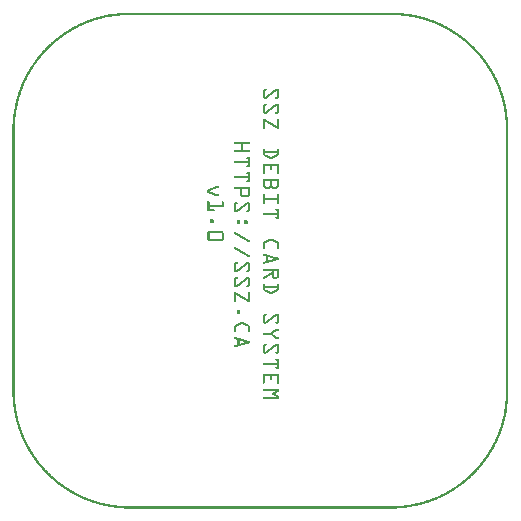
<source format=gto>
G04 MADE WITH FRITZING*
G04 WWW.FRITZING.ORG*
G04 DOUBLE SIDED*
G04 HOLES PLATED*
G04 CONTOUR ON CENTER OF CONTOUR VECTOR*
%ASAXBY*%
%FSLAX23Y23*%
%MOIN*%
%OFA0B0*%
%SFA1.0B1.0*%
%ADD10R,0.001000X0.001000*%
%LNSILK1*%
G90*
G70*
G54D10*
X372Y1653D02*
X1282Y1653D01*
X358Y1652D02*
X1296Y1652D01*
X348Y1651D02*
X1306Y1651D01*
X339Y1650D02*
X1315Y1650D01*
X332Y1649D02*
X1322Y1649D01*
X326Y1648D02*
X1328Y1648D01*
X321Y1647D02*
X1333Y1647D01*
X315Y1646D02*
X1339Y1646D01*
X310Y1645D02*
X371Y1645D01*
X1283Y1645D02*
X1344Y1645D01*
X306Y1644D02*
X357Y1644D01*
X1297Y1644D02*
X1348Y1644D01*
X302Y1643D02*
X347Y1643D01*
X1307Y1643D02*
X1352Y1643D01*
X297Y1642D02*
X339Y1642D01*
X1315Y1642D02*
X1357Y1642D01*
X293Y1641D02*
X332Y1641D01*
X1322Y1641D02*
X1361Y1641D01*
X290Y1640D02*
X326Y1640D01*
X1328Y1640D02*
X1364Y1640D01*
X286Y1639D02*
X320Y1639D01*
X1334Y1639D02*
X1368Y1639D01*
X283Y1638D02*
X315Y1638D01*
X1339Y1638D02*
X1371Y1638D01*
X279Y1637D02*
X310Y1637D01*
X1344Y1637D02*
X1375Y1637D01*
X276Y1636D02*
X305Y1636D01*
X1349Y1636D02*
X1378Y1636D01*
X273Y1635D02*
X301Y1635D01*
X1353Y1635D02*
X1381Y1635D01*
X270Y1634D02*
X297Y1634D01*
X1357Y1634D02*
X1384Y1634D01*
X267Y1633D02*
X293Y1633D01*
X1361Y1633D02*
X1387Y1633D01*
X264Y1632D02*
X289Y1632D01*
X1365Y1632D02*
X1390Y1632D01*
X261Y1631D02*
X286Y1631D01*
X1368Y1631D02*
X1393Y1631D01*
X258Y1630D02*
X282Y1630D01*
X1372Y1630D02*
X1396Y1630D01*
X255Y1629D02*
X279Y1629D01*
X1375Y1629D02*
X1399Y1629D01*
X253Y1628D02*
X276Y1628D01*
X1378Y1628D02*
X1401Y1628D01*
X250Y1627D02*
X273Y1627D01*
X1381Y1627D02*
X1404Y1627D01*
X248Y1626D02*
X270Y1626D01*
X1384Y1626D02*
X1406Y1626D01*
X245Y1625D02*
X267Y1625D01*
X1387Y1625D02*
X1409Y1625D01*
X243Y1624D02*
X264Y1624D01*
X1390Y1624D02*
X1411Y1624D01*
X240Y1623D02*
X261Y1623D01*
X1393Y1623D02*
X1414Y1623D01*
X238Y1622D02*
X258Y1622D01*
X1396Y1622D02*
X1416Y1622D01*
X236Y1621D02*
X256Y1621D01*
X1398Y1621D02*
X1418Y1621D01*
X233Y1620D02*
X253Y1620D01*
X1401Y1620D02*
X1420Y1620D01*
X231Y1619D02*
X250Y1619D01*
X1404Y1619D02*
X1423Y1619D01*
X229Y1618D02*
X248Y1618D01*
X1406Y1618D02*
X1425Y1618D01*
X227Y1617D02*
X245Y1617D01*
X1409Y1617D02*
X1427Y1617D01*
X225Y1616D02*
X243Y1616D01*
X1411Y1616D02*
X1429Y1616D01*
X222Y1615D02*
X241Y1615D01*
X1413Y1615D02*
X1432Y1615D01*
X220Y1614D02*
X238Y1614D01*
X1416Y1614D02*
X1434Y1614D01*
X219Y1613D02*
X236Y1613D01*
X1418Y1613D02*
X1435Y1613D01*
X217Y1612D02*
X234Y1612D01*
X1420Y1612D02*
X1437Y1612D01*
X215Y1611D02*
X232Y1611D01*
X1422Y1611D02*
X1439Y1611D01*
X213Y1610D02*
X229Y1610D01*
X1425Y1610D02*
X1441Y1610D01*
X211Y1609D02*
X227Y1609D01*
X1427Y1609D02*
X1443Y1609D01*
X209Y1608D02*
X225Y1608D01*
X1429Y1608D02*
X1445Y1608D01*
X207Y1607D02*
X223Y1607D01*
X1431Y1607D02*
X1447Y1607D01*
X205Y1606D02*
X221Y1606D01*
X1433Y1606D02*
X1449Y1606D01*
X203Y1605D02*
X219Y1605D01*
X1435Y1605D02*
X1451Y1605D01*
X201Y1604D02*
X217Y1604D01*
X1437Y1604D02*
X1453Y1604D01*
X200Y1603D02*
X215Y1603D01*
X1439Y1603D02*
X1454Y1603D01*
X198Y1602D02*
X213Y1602D01*
X1441Y1602D02*
X1456Y1602D01*
X196Y1601D02*
X211Y1601D01*
X1443Y1601D02*
X1458Y1601D01*
X194Y1600D02*
X209Y1600D01*
X1445Y1600D02*
X1460Y1600D01*
X193Y1599D02*
X208Y1599D01*
X1446Y1599D02*
X1461Y1599D01*
X191Y1598D02*
X206Y1598D01*
X1448Y1598D02*
X1463Y1598D01*
X189Y1597D02*
X204Y1597D01*
X1450Y1597D02*
X1465Y1597D01*
X188Y1596D02*
X202Y1596D01*
X1452Y1596D02*
X1466Y1596D01*
X186Y1595D02*
X201Y1595D01*
X1453Y1595D02*
X1468Y1595D01*
X185Y1594D02*
X199Y1594D01*
X1455Y1594D02*
X1469Y1594D01*
X183Y1593D02*
X197Y1593D01*
X1457Y1593D02*
X1471Y1593D01*
X181Y1592D02*
X195Y1592D01*
X1459Y1592D02*
X1473Y1592D01*
X180Y1591D02*
X194Y1591D01*
X1460Y1591D02*
X1474Y1591D01*
X178Y1590D02*
X192Y1590D01*
X1462Y1590D02*
X1476Y1590D01*
X177Y1589D02*
X190Y1589D01*
X1464Y1589D02*
X1477Y1589D01*
X175Y1588D02*
X189Y1588D01*
X1465Y1588D02*
X1479Y1588D01*
X174Y1587D02*
X187Y1587D01*
X1467Y1587D02*
X1480Y1587D01*
X172Y1586D02*
X186Y1586D01*
X1468Y1586D02*
X1482Y1586D01*
X171Y1585D02*
X184Y1585D01*
X1470Y1585D02*
X1483Y1585D01*
X169Y1584D02*
X183Y1584D01*
X1471Y1584D02*
X1485Y1584D01*
X168Y1583D02*
X181Y1583D01*
X1473Y1583D02*
X1486Y1583D01*
X167Y1582D02*
X179Y1582D01*
X1475Y1582D02*
X1487Y1582D01*
X165Y1581D02*
X178Y1581D01*
X1476Y1581D02*
X1489Y1581D01*
X164Y1580D02*
X176Y1580D01*
X1478Y1580D02*
X1490Y1580D01*
X162Y1579D02*
X175Y1579D01*
X1479Y1579D02*
X1492Y1579D01*
X161Y1578D02*
X174Y1578D01*
X1480Y1578D02*
X1493Y1578D01*
X159Y1577D02*
X172Y1577D01*
X1482Y1577D02*
X1495Y1577D01*
X158Y1576D02*
X171Y1576D01*
X1483Y1576D02*
X1496Y1576D01*
X157Y1575D02*
X169Y1575D01*
X1485Y1575D02*
X1497Y1575D01*
X155Y1574D02*
X168Y1574D01*
X1486Y1574D02*
X1499Y1574D01*
X154Y1573D02*
X167Y1573D01*
X1487Y1573D02*
X1500Y1573D01*
X153Y1572D02*
X165Y1572D01*
X1489Y1572D02*
X1501Y1572D01*
X152Y1571D02*
X164Y1571D01*
X1490Y1571D02*
X1502Y1571D01*
X150Y1570D02*
X162Y1570D01*
X1492Y1570D02*
X1504Y1570D01*
X149Y1569D02*
X161Y1569D01*
X1493Y1569D02*
X1505Y1569D01*
X148Y1568D02*
X160Y1568D01*
X1494Y1568D02*
X1506Y1568D01*
X147Y1567D02*
X158Y1567D01*
X1496Y1567D02*
X1507Y1567D01*
X145Y1566D02*
X157Y1566D01*
X1497Y1566D02*
X1509Y1566D01*
X144Y1565D02*
X156Y1565D01*
X1498Y1565D02*
X1510Y1565D01*
X143Y1564D02*
X155Y1564D01*
X1499Y1564D02*
X1511Y1564D01*
X142Y1563D02*
X153Y1563D01*
X1501Y1563D02*
X1512Y1563D01*
X140Y1562D02*
X152Y1562D01*
X1502Y1562D02*
X1514Y1562D01*
X139Y1561D02*
X151Y1561D01*
X1503Y1561D02*
X1515Y1561D01*
X138Y1560D02*
X150Y1560D01*
X1504Y1560D02*
X1516Y1560D01*
X137Y1559D02*
X148Y1559D01*
X1506Y1559D02*
X1517Y1559D01*
X136Y1558D02*
X147Y1558D01*
X1507Y1558D02*
X1518Y1558D01*
X135Y1557D02*
X146Y1557D01*
X1508Y1557D02*
X1519Y1557D01*
X134Y1556D02*
X145Y1556D01*
X1509Y1556D02*
X1520Y1556D01*
X132Y1555D02*
X144Y1555D01*
X1510Y1555D02*
X1522Y1555D01*
X131Y1554D02*
X142Y1554D01*
X1512Y1554D02*
X1523Y1554D01*
X130Y1553D02*
X141Y1553D01*
X1513Y1553D02*
X1524Y1553D01*
X129Y1552D02*
X140Y1552D01*
X1514Y1552D02*
X1525Y1552D01*
X128Y1551D02*
X139Y1551D01*
X1515Y1551D02*
X1526Y1551D01*
X127Y1550D02*
X138Y1550D01*
X1516Y1550D02*
X1527Y1550D01*
X126Y1549D02*
X137Y1549D01*
X1517Y1549D02*
X1528Y1549D01*
X125Y1548D02*
X135Y1548D01*
X1518Y1548D02*
X1529Y1548D01*
X124Y1547D02*
X134Y1547D01*
X1520Y1547D02*
X1530Y1547D01*
X123Y1546D02*
X133Y1546D01*
X1521Y1546D02*
X1531Y1546D01*
X122Y1545D02*
X132Y1545D01*
X1522Y1545D02*
X1532Y1545D01*
X121Y1544D02*
X131Y1544D01*
X1523Y1544D02*
X1533Y1544D01*
X119Y1543D02*
X130Y1543D01*
X1524Y1543D02*
X1535Y1543D01*
X118Y1542D02*
X129Y1542D01*
X1525Y1542D02*
X1536Y1542D01*
X117Y1541D02*
X128Y1541D01*
X1526Y1541D02*
X1537Y1541D01*
X116Y1540D02*
X127Y1540D01*
X1527Y1540D02*
X1538Y1540D01*
X115Y1539D02*
X126Y1539D01*
X1528Y1539D02*
X1539Y1539D01*
X114Y1538D02*
X125Y1538D01*
X1529Y1538D02*
X1540Y1538D01*
X113Y1537D02*
X124Y1537D01*
X1530Y1537D02*
X1541Y1537D01*
X112Y1536D02*
X123Y1536D01*
X1531Y1536D02*
X1542Y1536D01*
X111Y1535D02*
X122Y1535D01*
X1532Y1535D02*
X1543Y1535D01*
X111Y1534D02*
X121Y1534D01*
X1533Y1534D02*
X1543Y1534D01*
X110Y1533D02*
X120Y1533D01*
X1534Y1533D02*
X1544Y1533D01*
X109Y1532D02*
X119Y1532D01*
X1535Y1532D02*
X1545Y1532D01*
X108Y1531D02*
X118Y1531D01*
X1536Y1531D02*
X1546Y1531D01*
X107Y1530D02*
X117Y1530D01*
X1537Y1530D02*
X1547Y1530D01*
X106Y1529D02*
X116Y1529D01*
X1538Y1529D02*
X1548Y1529D01*
X105Y1528D02*
X115Y1528D01*
X1539Y1528D02*
X1549Y1528D01*
X104Y1527D02*
X114Y1527D01*
X1540Y1527D02*
X1550Y1527D01*
X103Y1526D02*
X113Y1526D01*
X1541Y1526D02*
X1551Y1526D01*
X102Y1525D02*
X112Y1525D01*
X1542Y1525D02*
X1552Y1525D01*
X101Y1524D02*
X111Y1524D01*
X1543Y1524D02*
X1553Y1524D01*
X100Y1523D02*
X110Y1523D01*
X1544Y1523D02*
X1554Y1523D01*
X99Y1522D02*
X109Y1522D01*
X1545Y1522D02*
X1555Y1522D01*
X99Y1521D02*
X108Y1521D01*
X1546Y1521D02*
X1555Y1521D01*
X98Y1520D02*
X107Y1520D01*
X1547Y1520D02*
X1556Y1520D01*
X97Y1519D02*
X106Y1519D01*
X1548Y1519D02*
X1557Y1519D01*
X96Y1518D02*
X106Y1518D01*
X1548Y1518D02*
X1558Y1518D01*
X95Y1517D02*
X105Y1517D01*
X1549Y1517D02*
X1559Y1517D01*
X94Y1516D02*
X104Y1516D01*
X1550Y1516D02*
X1560Y1516D01*
X93Y1515D02*
X103Y1515D01*
X1551Y1515D02*
X1561Y1515D01*
X92Y1514D02*
X102Y1514D01*
X1552Y1514D02*
X1562Y1514D01*
X92Y1513D02*
X101Y1513D01*
X1553Y1513D02*
X1562Y1513D01*
X91Y1512D02*
X100Y1512D01*
X1554Y1512D02*
X1563Y1512D01*
X90Y1511D02*
X99Y1511D01*
X1555Y1511D02*
X1564Y1511D01*
X89Y1510D02*
X99Y1510D01*
X1555Y1510D02*
X1565Y1510D01*
X88Y1509D02*
X98Y1509D01*
X1556Y1509D02*
X1566Y1509D01*
X88Y1508D02*
X97Y1508D01*
X1557Y1508D02*
X1566Y1508D01*
X87Y1507D02*
X96Y1507D01*
X1558Y1507D02*
X1567Y1507D01*
X86Y1506D02*
X95Y1506D01*
X1559Y1506D02*
X1568Y1506D01*
X85Y1505D02*
X94Y1505D01*
X1560Y1505D02*
X1569Y1505D01*
X84Y1504D02*
X94Y1504D01*
X1560Y1504D02*
X1570Y1504D01*
X84Y1503D02*
X93Y1503D01*
X1561Y1503D02*
X1570Y1503D01*
X83Y1502D02*
X92Y1502D01*
X1562Y1502D02*
X1571Y1502D01*
X82Y1501D02*
X91Y1501D01*
X1563Y1501D02*
X1572Y1501D01*
X81Y1500D02*
X90Y1500D01*
X1564Y1500D02*
X1573Y1500D01*
X80Y1499D02*
X90Y1499D01*
X1564Y1499D02*
X1574Y1499D01*
X80Y1498D02*
X89Y1498D01*
X1565Y1498D02*
X1574Y1498D01*
X79Y1497D02*
X88Y1497D01*
X1566Y1497D02*
X1575Y1497D01*
X78Y1496D02*
X87Y1496D01*
X1567Y1496D02*
X1576Y1496D01*
X77Y1495D02*
X86Y1495D01*
X1568Y1495D02*
X1577Y1495D01*
X77Y1494D02*
X86Y1494D01*
X1568Y1494D02*
X1577Y1494D01*
X76Y1493D02*
X85Y1493D01*
X1569Y1493D02*
X1578Y1493D01*
X75Y1492D02*
X84Y1492D01*
X1570Y1492D02*
X1579Y1492D01*
X75Y1491D02*
X83Y1491D01*
X1571Y1491D02*
X1579Y1491D01*
X74Y1490D02*
X83Y1490D01*
X1571Y1490D02*
X1580Y1490D01*
X73Y1489D02*
X82Y1489D01*
X1572Y1489D02*
X1581Y1489D01*
X73Y1488D02*
X81Y1488D01*
X1573Y1488D02*
X1581Y1488D01*
X72Y1487D02*
X81Y1487D01*
X1573Y1487D02*
X1582Y1487D01*
X71Y1486D02*
X80Y1486D01*
X1574Y1486D02*
X1583Y1486D01*
X70Y1485D02*
X79Y1485D01*
X1575Y1485D02*
X1584Y1485D01*
X70Y1484D02*
X78Y1484D01*
X1576Y1484D02*
X1584Y1484D01*
X69Y1483D02*
X78Y1483D01*
X1576Y1483D02*
X1585Y1483D01*
X68Y1482D02*
X77Y1482D01*
X1577Y1482D02*
X1586Y1482D01*
X68Y1481D02*
X76Y1481D01*
X1578Y1481D02*
X1586Y1481D01*
X67Y1480D02*
X76Y1480D01*
X1578Y1480D02*
X1587Y1480D01*
X66Y1479D02*
X75Y1479D01*
X1579Y1479D02*
X1588Y1479D01*
X66Y1478D02*
X74Y1478D01*
X1580Y1478D02*
X1588Y1478D01*
X65Y1477D02*
X73Y1477D01*
X1581Y1477D02*
X1589Y1477D01*
X64Y1476D02*
X73Y1476D01*
X1581Y1476D02*
X1590Y1476D01*
X64Y1475D02*
X72Y1475D01*
X1582Y1475D02*
X1590Y1475D01*
X63Y1474D02*
X71Y1474D01*
X1583Y1474D02*
X1591Y1474D01*
X62Y1473D02*
X71Y1473D01*
X1583Y1473D02*
X1592Y1473D01*
X62Y1472D02*
X70Y1472D01*
X1584Y1472D02*
X1592Y1472D01*
X61Y1471D02*
X70Y1471D01*
X1584Y1471D02*
X1593Y1471D01*
X61Y1470D02*
X69Y1470D01*
X1585Y1470D02*
X1593Y1470D01*
X60Y1469D02*
X68Y1469D01*
X1586Y1469D02*
X1594Y1469D01*
X59Y1468D02*
X68Y1468D01*
X1586Y1468D02*
X1595Y1468D01*
X59Y1467D02*
X67Y1467D01*
X1587Y1467D02*
X1595Y1467D01*
X58Y1466D02*
X66Y1466D01*
X1588Y1466D02*
X1596Y1466D01*
X57Y1465D02*
X66Y1465D01*
X1588Y1465D02*
X1597Y1465D01*
X57Y1464D02*
X65Y1464D01*
X1589Y1464D02*
X1597Y1464D01*
X56Y1463D02*
X64Y1463D01*
X1590Y1463D02*
X1598Y1463D01*
X56Y1462D02*
X64Y1462D01*
X1590Y1462D02*
X1598Y1462D01*
X55Y1461D02*
X63Y1461D01*
X1591Y1461D02*
X1599Y1461D01*
X54Y1460D02*
X63Y1460D01*
X1591Y1460D02*
X1600Y1460D01*
X54Y1459D02*
X62Y1459D01*
X1592Y1459D02*
X1600Y1459D01*
X53Y1458D02*
X61Y1458D01*
X1593Y1458D02*
X1601Y1458D01*
X53Y1457D02*
X61Y1457D01*
X1593Y1457D02*
X1601Y1457D01*
X52Y1456D02*
X60Y1456D01*
X1594Y1456D02*
X1602Y1456D01*
X52Y1455D02*
X60Y1455D01*
X1594Y1455D02*
X1602Y1455D01*
X51Y1454D02*
X59Y1454D01*
X1595Y1454D02*
X1603Y1454D01*
X50Y1453D02*
X59Y1453D01*
X1595Y1453D02*
X1604Y1453D01*
X50Y1452D02*
X58Y1452D01*
X1596Y1452D02*
X1604Y1452D01*
X49Y1451D02*
X57Y1451D01*
X1597Y1451D02*
X1605Y1451D01*
X49Y1450D02*
X57Y1450D01*
X1597Y1450D02*
X1605Y1450D01*
X48Y1449D02*
X56Y1449D01*
X1598Y1449D02*
X1606Y1449D01*
X48Y1448D02*
X56Y1448D01*
X1598Y1448D02*
X1606Y1448D01*
X47Y1447D02*
X55Y1447D01*
X1599Y1447D02*
X1607Y1447D01*
X47Y1446D02*
X55Y1446D01*
X1599Y1446D02*
X1607Y1446D01*
X46Y1445D02*
X54Y1445D01*
X1600Y1445D02*
X1608Y1445D01*
X46Y1444D02*
X53Y1444D01*
X1601Y1444D02*
X1608Y1444D01*
X45Y1443D02*
X53Y1443D01*
X1601Y1443D02*
X1609Y1443D01*
X45Y1442D02*
X52Y1442D01*
X1602Y1442D02*
X1609Y1442D01*
X44Y1441D02*
X52Y1441D01*
X1602Y1441D02*
X1610Y1441D01*
X44Y1440D02*
X51Y1440D01*
X1603Y1440D02*
X1610Y1440D01*
X43Y1439D02*
X51Y1439D01*
X1603Y1439D02*
X1611Y1439D01*
X43Y1438D02*
X50Y1438D01*
X1604Y1438D02*
X1611Y1438D01*
X42Y1437D02*
X50Y1437D01*
X1604Y1437D02*
X1612Y1437D01*
X42Y1436D02*
X49Y1436D01*
X1605Y1436D02*
X1612Y1436D01*
X41Y1435D02*
X49Y1435D01*
X1605Y1435D02*
X1613Y1435D01*
X40Y1434D02*
X48Y1434D01*
X1606Y1434D02*
X1614Y1434D01*
X40Y1433D02*
X48Y1433D01*
X1606Y1433D02*
X1614Y1433D01*
X39Y1432D02*
X47Y1432D01*
X1607Y1432D02*
X1615Y1432D01*
X39Y1431D02*
X47Y1431D01*
X1607Y1431D02*
X1615Y1431D01*
X39Y1430D02*
X46Y1430D01*
X1608Y1430D02*
X1615Y1430D01*
X38Y1429D02*
X46Y1429D01*
X1608Y1429D02*
X1616Y1429D01*
X38Y1428D02*
X45Y1428D01*
X1609Y1428D02*
X1616Y1428D01*
X37Y1427D02*
X45Y1427D01*
X1609Y1427D02*
X1617Y1427D01*
X37Y1426D02*
X44Y1426D01*
X1610Y1426D02*
X1617Y1426D01*
X36Y1425D02*
X44Y1425D01*
X1610Y1425D02*
X1618Y1425D01*
X36Y1424D02*
X43Y1424D01*
X1611Y1424D02*
X1618Y1424D01*
X35Y1423D02*
X43Y1423D01*
X1611Y1423D02*
X1619Y1423D01*
X35Y1422D02*
X43Y1422D01*
X1611Y1422D02*
X1619Y1422D01*
X34Y1421D02*
X42Y1421D01*
X1612Y1421D02*
X1619Y1421D01*
X34Y1420D02*
X42Y1420D01*
X1612Y1420D02*
X1620Y1420D01*
X34Y1419D02*
X41Y1419D01*
X1613Y1419D02*
X1620Y1419D01*
X33Y1418D02*
X41Y1418D01*
X1613Y1418D02*
X1621Y1418D01*
X33Y1417D02*
X40Y1417D01*
X1614Y1417D02*
X1621Y1417D01*
X32Y1416D02*
X40Y1416D01*
X1614Y1416D02*
X1622Y1416D01*
X32Y1415D02*
X39Y1415D01*
X1615Y1415D02*
X1622Y1415D01*
X31Y1414D02*
X39Y1414D01*
X1615Y1414D02*
X1623Y1414D01*
X31Y1413D02*
X39Y1413D01*
X1615Y1413D02*
X1623Y1413D01*
X31Y1412D02*
X38Y1412D01*
X1616Y1412D02*
X1623Y1412D01*
X30Y1411D02*
X38Y1411D01*
X1616Y1411D02*
X1624Y1411D01*
X30Y1410D02*
X37Y1410D01*
X1617Y1410D02*
X1624Y1410D01*
X29Y1409D02*
X37Y1409D01*
X1617Y1409D02*
X1625Y1409D01*
X29Y1408D02*
X36Y1408D01*
X1618Y1408D02*
X1625Y1408D01*
X29Y1407D02*
X36Y1407D01*
X1618Y1407D02*
X1625Y1407D01*
X28Y1406D02*
X36Y1406D01*
X1618Y1406D02*
X1626Y1406D01*
X28Y1405D02*
X35Y1405D01*
X1619Y1405D02*
X1626Y1405D01*
X27Y1404D02*
X35Y1404D01*
X1619Y1404D02*
X1627Y1404D01*
X27Y1403D02*
X34Y1403D01*
X1620Y1403D02*
X1627Y1403D01*
X27Y1402D02*
X34Y1402D01*
X1620Y1402D02*
X1627Y1402D01*
X26Y1401D02*
X34Y1401D01*
X1620Y1401D02*
X1628Y1401D01*
X26Y1400D02*
X33Y1400D01*
X844Y1400D02*
X844Y1400D01*
X881Y1400D02*
X882Y1400D01*
X1621Y1400D02*
X1628Y1400D01*
X25Y1399D02*
X33Y1399D01*
X841Y1399D02*
X846Y1399D01*
X878Y1399D02*
X885Y1399D01*
X1621Y1399D02*
X1629Y1399D01*
X25Y1398D02*
X33Y1398D01*
X839Y1398D02*
X847Y1398D01*
X876Y1398D02*
X886Y1398D01*
X1621Y1398D02*
X1629Y1398D01*
X25Y1397D02*
X32Y1397D01*
X838Y1397D02*
X847Y1397D01*
X875Y1397D02*
X887Y1397D01*
X1622Y1397D02*
X1629Y1397D01*
X24Y1396D02*
X32Y1396D01*
X837Y1396D02*
X847Y1396D01*
X874Y1396D02*
X888Y1396D01*
X1622Y1396D02*
X1630Y1396D01*
X24Y1395D02*
X31Y1395D01*
X837Y1395D02*
X847Y1395D01*
X872Y1395D02*
X888Y1395D01*
X1623Y1395D02*
X1630Y1395D01*
X24Y1394D02*
X31Y1394D01*
X836Y1394D02*
X846Y1394D01*
X871Y1394D02*
X888Y1394D01*
X1623Y1394D02*
X1630Y1394D01*
X23Y1393D02*
X31Y1393D01*
X836Y1393D02*
X843Y1393D01*
X870Y1393D02*
X880Y1393D01*
X882Y1393D02*
X889Y1393D01*
X1623Y1393D02*
X1631Y1393D01*
X23Y1392D02*
X30Y1392D01*
X836Y1392D02*
X842Y1392D01*
X868Y1392D02*
X879Y1392D01*
X883Y1392D02*
X889Y1392D01*
X1624Y1392D02*
X1631Y1392D01*
X23Y1391D02*
X30Y1391D01*
X835Y1391D02*
X842Y1391D01*
X867Y1391D02*
X878Y1391D01*
X883Y1391D02*
X889Y1391D01*
X1624Y1391D02*
X1631Y1391D01*
X22Y1390D02*
X30Y1390D01*
X835Y1390D02*
X841Y1390D01*
X866Y1390D02*
X876Y1390D01*
X883Y1390D02*
X889Y1390D01*
X1624Y1390D02*
X1632Y1390D01*
X22Y1389D02*
X29Y1389D01*
X835Y1389D02*
X841Y1389D01*
X865Y1389D02*
X875Y1389D01*
X883Y1389D02*
X889Y1389D01*
X1625Y1389D02*
X1632Y1389D01*
X22Y1388D02*
X29Y1388D01*
X835Y1388D02*
X841Y1388D01*
X863Y1388D02*
X874Y1388D01*
X883Y1388D02*
X889Y1388D01*
X1625Y1388D02*
X1632Y1388D01*
X21Y1387D02*
X29Y1387D01*
X835Y1387D02*
X841Y1387D01*
X862Y1387D02*
X873Y1387D01*
X883Y1387D02*
X889Y1387D01*
X1625Y1387D02*
X1633Y1387D01*
X21Y1386D02*
X28Y1386D01*
X835Y1386D02*
X841Y1386D01*
X861Y1386D02*
X871Y1386D01*
X883Y1386D02*
X889Y1386D01*
X1626Y1386D02*
X1633Y1386D01*
X21Y1385D02*
X28Y1385D01*
X835Y1385D02*
X841Y1385D01*
X859Y1385D02*
X870Y1385D01*
X883Y1385D02*
X889Y1385D01*
X1626Y1385D02*
X1633Y1385D01*
X20Y1384D02*
X28Y1384D01*
X835Y1384D02*
X841Y1384D01*
X858Y1384D02*
X869Y1384D01*
X883Y1384D02*
X889Y1384D01*
X1626Y1384D02*
X1634Y1384D01*
X20Y1383D02*
X27Y1383D01*
X835Y1383D02*
X841Y1383D01*
X857Y1383D02*
X867Y1383D01*
X883Y1383D02*
X889Y1383D01*
X1627Y1383D02*
X1634Y1383D01*
X20Y1382D02*
X27Y1382D01*
X835Y1382D02*
X841Y1382D01*
X856Y1382D02*
X866Y1382D01*
X883Y1382D02*
X889Y1382D01*
X1627Y1382D02*
X1634Y1382D01*
X19Y1381D02*
X27Y1381D01*
X835Y1381D02*
X841Y1381D01*
X854Y1381D02*
X865Y1381D01*
X883Y1381D02*
X889Y1381D01*
X1627Y1381D02*
X1635Y1381D01*
X19Y1380D02*
X26Y1380D01*
X835Y1380D02*
X841Y1380D01*
X853Y1380D02*
X864Y1380D01*
X883Y1380D02*
X889Y1380D01*
X1628Y1380D02*
X1635Y1380D01*
X19Y1379D02*
X26Y1379D01*
X835Y1379D02*
X841Y1379D01*
X852Y1379D02*
X862Y1379D01*
X883Y1379D02*
X889Y1379D01*
X1628Y1379D02*
X1635Y1379D01*
X18Y1378D02*
X26Y1378D01*
X835Y1378D02*
X841Y1378D01*
X850Y1378D02*
X861Y1378D01*
X883Y1378D02*
X889Y1378D01*
X1628Y1378D02*
X1636Y1378D01*
X18Y1377D02*
X25Y1377D01*
X835Y1377D02*
X841Y1377D01*
X849Y1377D02*
X860Y1377D01*
X883Y1377D02*
X889Y1377D01*
X1629Y1377D02*
X1636Y1377D01*
X18Y1376D02*
X25Y1376D01*
X835Y1376D02*
X841Y1376D01*
X848Y1376D02*
X858Y1376D01*
X883Y1376D02*
X889Y1376D01*
X1629Y1376D02*
X1636Y1376D01*
X17Y1375D02*
X25Y1375D01*
X835Y1375D02*
X841Y1375D01*
X847Y1375D02*
X857Y1375D01*
X883Y1375D02*
X889Y1375D01*
X1629Y1375D02*
X1637Y1375D01*
X17Y1374D02*
X24Y1374D01*
X835Y1374D02*
X841Y1374D01*
X845Y1374D02*
X856Y1374D01*
X882Y1374D02*
X889Y1374D01*
X1630Y1374D02*
X1637Y1374D01*
X17Y1373D02*
X24Y1373D01*
X836Y1373D02*
X842Y1373D01*
X844Y1373D02*
X855Y1373D01*
X881Y1373D02*
X888Y1373D01*
X1630Y1373D02*
X1637Y1373D01*
X17Y1372D02*
X24Y1372D01*
X836Y1372D02*
X853Y1372D01*
X878Y1372D02*
X888Y1372D01*
X1630Y1372D02*
X1637Y1372D01*
X16Y1371D02*
X23Y1371D01*
X836Y1371D02*
X852Y1371D01*
X877Y1371D02*
X888Y1371D01*
X1631Y1371D02*
X1638Y1371D01*
X16Y1370D02*
X23Y1370D01*
X836Y1370D02*
X851Y1370D01*
X877Y1370D02*
X887Y1370D01*
X1631Y1370D02*
X1638Y1370D01*
X16Y1369D02*
X23Y1369D01*
X837Y1369D02*
X849Y1369D01*
X877Y1369D02*
X886Y1369D01*
X1631Y1369D02*
X1638Y1369D01*
X15Y1368D02*
X23Y1368D01*
X838Y1368D02*
X848Y1368D01*
X877Y1368D02*
X885Y1368D01*
X1631Y1368D02*
X1639Y1368D01*
X15Y1367D02*
X22Y1367D01*
X839Y1367D02*
X847Y1367D01*
X877Y1367D02*
X884Y1367D01*
X1632Y1367D02*
X1639Y1367D01*
X15Y1366D02*
X22Y1366D01*
X841Y1366D02*
X845Y1366D01*
X879Y1366D02*
X882Y1366D01*
X1632Y1366D02*
X1639Y1366D01*
X15Y1365D02*
X22Y1365D01*
X1632Y1365D02*
X1639Y1365D01*
X14Y1364D02*
X21Y1364D01*
X1633Y1364D02*
X1640Y1364D01*
X14Y1363D02*
X21Y1363D01*
X1633Y1363D02*
X1640Y1363D01*
X14Y1362D02*
X21Y1362D01*
X1633Y1362D02*
X1640Y1362D01*
X13Y1361D02*
X21Y1361D01*
X1633Y1361D02*
X1641Y1361D01*
X13Y1360D02*
X20Y1360D01*
X1634Y1360D02*
X1641Y1360D01*
X13Y1359D02*
X20Y1359D01*
X1634Y1359D02*
X1641Y1359D01*
X13Y1358D02*
X20Y1358D01*
X1634Y1358D02*
X1641Y1358D01*
X12Y1357D02*
X20Y1357D01*
X1634Y1357D02*
X1642Y1357D01*
X12Y1356D02*
X19Y1356D01*
X1635Y1356D02*
X1642Y1356D01*
X12Y1355D02*
X19Y1355D01*
X1635Y1355D02*
X1642Y1355D01*
X12Y1354D02*
X19Y1354D01*
X1635Y1354D02*
X1642Y1354D01*
X12Y1353D02*
X19Y1353D01*
X1635Y1353D02*
X1642Y1353D01*
X11Y1352D02*
X18Y1352D01*
X1636Y1352D02*
X1643Y1352D01*
X11Y1351D02*
X18Y1351D01*
X1636Y1351D02*
X1643Y1351D01*
X11Y1350D02*
X18Y1350D01*
X844Y1350D02*
X845Y1350D01*
X881Y1350D02*
X882Y1350D01*
X1636Y1350D02*
X1643Y1350D01*
X11Y1349D02*
X18Y1349D01*
X840Y1349D02*
X846Y1349D01*
X878Y1349D02*
X885Y1349D01*
X1636Y1349D02*
X1643Y1349D01*
X10Y1348D02*
X17Y1348D01*
X839Y1348D02*
X847Y1348D01*
X876Y1348D02*
X886Y1348D01*
X1637Y1348D02*
X1644Y1348D01*
X10Y1347D02*
X17Y1347D01*
X838Y1347D02*
X847Y1347D01*
X875Y1347D02*
X887Y1347D01*
X1637Y1347D02*
X1644Y1347D01*
X10Y1346D02*
X17Y1346D01*
X837Y1346D02*
X847Y1346D01*
X874Y1346D02*
X888Y1346D01*
X1637Y1346D02*
X1644Y1346D01*
X10Y1345D02*
X17Y1345D01*
X837Y1345D02*
X847Y1345D01*
X872Y1345D02*
X888Y1345D01*
X1637Y1345D02*
X1644Y1345D01*
X9Y1344D02*
X17Y1344D01*
X836Y1344D02*
X846Y1344D01*
X871Y1344D02*
X888Y1344D01*
X1637Y1344D02*
X1645Y1344D01*
X9Y1343D02*
X16Y1343D01*
X836Y1343D02*
X843Y1343D01*
X870Y1343D02*
X880Y1343D01*
X882Y1343D02*
X889Y1343D01*
X1638Y1343D02*
X1645Y1343D01*
X9Y1342D02*
X16Y1342D01*
X836Y1342D02*
X842Y1342D01*
X868Y1342D02*
X879Y1342D01*
X883Y1342D02*
X889Y1342D01*
X1638Y1342D02*
X1645Y1342D01*
X9Y1341D02*
X16Y1341D01*
X835Y1341D02*
X842Y1341D01*
X867Y1341D02*
X878Y1341D01*
X883Y1341D02*
X889Y1341D01*
X1638Y1341D02*
X1645Y1341D01*
X9Y1340D02*
X16Y1340D01*
X835Y1340D02*
X841Y1340D01*
X866Y1340D02*
X876Y1340D01*
X883Y1340D02*
X889Y1340D01*
X1638Y1340D02*
X1645Y1340D01*
X8Y1339D02*
X16Y1339D01*
X835Y1339D02*
X841Y1339D01*
X865Y1339D02*
X875Y1339D01*
X883Y1339D02*
X889Y1339D01*
X1638Y1339D02*
X1646Y1339D01*
X8Y1338D02*
X15Y1338D01*
X835Y1338D02*
X841Y1338D01*
X863Y1338D02*
X874Y1338D01*
X883Y1338D02*
X889Y1338D01*
X1639Y1338D02*
X1646Y1338D01*
X8Y1337D02*
X15Y1337D01*
X835Y1337D02*
X841Y1337D01*
X862Y1337D02*
X873Y1337D01*
X883Y1337D02*
X889Y1337D01*
X1639Y1337D02*
X1646Y1337D01*
X8Y1336D02*
X15Y1336D01*
X835Y1336D02*
X841Y1336D01*
X861Y1336D02*
X871Y1336D01*
X883Y1336D02*
X889Y1336D01*
X1639Y1336D02*
X1646Y1336D01*
X8Y1335D02*
X15Y1335D01*
X835Y1335D02*
X841Y1335D01*
X859Y1335D02*
X870Y1335D01*
X883Y1335D02*
X889Y1335D01*
X1639Y1335D02*
X1646Y1335D01*
X8Y1334D02*
X15Y1334D01*
X835Y1334D02*
X841Y1334D01*
X858Y1334D02*
X869Y1334D01*
X883Y1334D02*
X889Y1334D01*
X1639Y1334D02*
X1646Y1334D01*
X7Y1333D02*
X14Y1333D01*
X835Y1333D02*
X841Y1333D01*
X857Y1333D02*
X867Y1333D01*
X883Y1333D02*
X889Y1333D01*
X1640Y1333D02*
X1647Y1333D01*
X7Y1332D02*
X14Y1332D01*
X835Y1332D02*
X841Y1332D01*
X856Y1332D02*
X866Y1332D01*
X883Y1332D02*
X889Y1332D01*
X1640Y1332D02*
X1647Y1332D01*
X7Y1331D02*
X14Y1331D01*
X835Y1331D02*
X841Y1331D01*
X854Y1331D02*
X865Y1331D01*
X883Y1331D02*
X889Y1331D01*
X1640Y1331D02*
X1647Y1331D01*
X7Y1330D02*
X14Y1330D01*
X835Y1330D02*
X841Y1330D01*
X853Y1330D02*
X864Y1330D01*
X883Y1330D02*
X889Y1330D01*
X1640Y1330D02*
X1647Y1330D01*
X7Y1329D02*
X14Y1329D01*
X835Y1329D02*
X841Y1329D01*
X852Y1329D02*
X862Y1329D01*
X883Y1329D02*
X889Y1329D01*
X1640Y1329D02*
X1647Y1329D01*
X6Y1328D02*
X14Y1328D01*
X835Y1328D02*
X841Y1328D01*
X850Y1328D02*
X861Y1328D01*
X883Y1328D02*
X889Y1328D01*
X1640Y1328D02*
X1648Y1328D01*
X6Y1327D02*
X13Y1327D01*
X835Y1327D02*
X841Y1327D01*
X849Y1327D02*
X860Y1327D01*
X883Y1327D02*
X889Y1327D01*
X1641Y1327D02*
X1648Y1327D01*
X6Y1326D02*
X13Y1326D01*
X835Y1326D02*
X841Y1326D01*
X848Y1326D02*
X858Y1326D01*
X883Y1326D02*
X889Y1326D01*
X1641Y1326D02*
X1648Y1326D01*
X6Y1325D02*
X13Y1325D01*
X835Y1325D02*
X841Y1325D01*
X847Y1325D02*
X857Y1325D01*
X883Y1325D02*
X889Y1325D01*
X1641Y1325D02*
X1648Y1325D01*
X6Y1324D02*
X13Y1324D01*
X835Y1324D02*
X841Y1324D01*
X845Y1324D02*
X856Y1324D01*
X882Y1324D02*
X889Y1324D01*
X1641Y1324D02*
X1648Y1324D01*
X6Y1323D02*
X13Y1323D01*
X836Y1323D02*
X842Y1323D01*
X844Y1323D02*
X855Y1323D01*
X881Y1323D02*
X888Y1323D01*
X1641Y1323D02*
X1648Y1323D01*
X5Y1322D02*
X13Y1322D01*
X836Y1322D02*
X853Y1322D01*
X878Y1322D02*
X888Y1322D01*
X1641Y1322D02*
X1649Y1322D01*
X5Y1321D02*
X12Y1321D01*
X836Y1321D02*
X852Y1321D01*
X877Y1321D02*
X888Y1321D01*
X1642Y1321D02*
X1649Y1321D01*
X5Y1320D02*
X12Y1320D01*
X836Y1320D02*
X851Y1320D01*
X877Y1320D02*
X887Y1320D01*
X1642Y1320D02*
X1649Y1320D01*
X5Y1319D02*
X12Y1319D01*
X837Y1319D02*
X849Y1319D01*
X877Y1319D02*
X886Y1319D01*
X1642Y1319D02*
X1649Y1319D01*
X5Y1318D02*
X12Y1318D01*
X838Y1318D02*
X848Y1318D01*
X877Y1318D02*
X885Y1318D01*
X1642Y1318D02*
X1649Y1318D01*
X5Y1317D02*
X12Y1317D01*
X839Y1317D02*
X847Y1317D01*
X877Y1317D02*
X884Y1317D01*
X1642Y1317D02*
X1649Y1317D01*
X5Y1316D02*
X12Y1316D01*
X841Y1316D02*
X845Y1316D01*
X879Y1316D02*
X882Y1316D01*
X1642Y1316D02*
X1649Y1316D01*
X4Y1315D02*
X12Y1315D01*
X1642Y1315D02*
X1650Y1315D01*
X4Y1314D02*
X11Y1314D01*
X1643Y1314D02*
X1650Y1314D01*
X4Y1313D02*
X11Y1313D01*
X1643Y1313D02*
X1650Y1313D01*
X4Y1312D02*
X11Y1312D01*
X1643Y1312D02*
X1650Y1312D01*
X4Y1311D02*
X11Y1311D01*
X1643Y1311D02*
X1650Y1311D01*
X4Y1310D02*
X11Y1310D01*
X1643Y1310D02*
X1650Y1310D01*
X4Y1309D02*
X11Y1309D01*
X1643Y1309D02*
X1650Y1309D01*
X4Y1308D02*
X11Y1308D01*
X1643Y1308D02*
X1650Y1308D01*
X4Y1307D02*
X11Y1307D01*
X1643Y1307D02*
X1650Y1307D01*
X3Y1306D02*
X10Y1306D01*
X1644Y1306D02*
X1651Y1306D01*
X3Y1305D02*
X10Y1305D01*
X1644Y1305D02*
X1651Y1305D01*
X3Y1304D02*
X10Y1304D01*
X1644Y1304D02*
X1651Y1304D01*
X3Y1303D02*
X10Y1303D01*
X1644Y1303D02*
X1651Y1303D01*
X3Y1302D02*
X10Y1302D01*
X1644Y1302D02*
X1651Y1302D01*
X3Y1301D02*
X10Y1301D01*
X1644Y1301D02*
X1651Y1301D01*
X3Y1300D02*
X10Y1300D01*
X836Y1300D02*
X839Y1300D01*
X885Y1300D02*
X886Y1300D01*
X1644Y1300D02*
X1651Y1300D01*
X3Y1299D02*
X10Y1299D01*
X835Y1299D02*
X841Y1299D01*
X884Y1299D02*
X888Y1299D01*
X1644Y1299D02*
X1651Y1299D01*
X3Y1298D02*
X10Y1298D01*
X835Y1298D02*
X843Y1298D01*
X883Y1298D02*
X888Y1298D01*
X1644Y1298D02*
X1651Y1298D01*
X3Y1297D02*
X10Y1297D01*
X835Y1297D02*
X844Y1297D01*
X883Y1297D02*
X889Y1297D01*
X1644Y1297D02*
X1651Y1297D01*
X2Y1296D02*
X9Y1296D01*
X835Y1296D02*
X846Y1296D01*
X883Y1296D02*
X889Y1296D01*
X1645Y1296D02*
X1652Y1296D01*
X2Y1295D02*
X9Y1295D01*
X835Y1295D02*
X848Y1295D01*
X883Y1295D02*
X889Y1295D01*
X1645Y1295D02*
X1652Y1295D01*
X2Y1294D02*
X9Y1294D01*
X835Y1294D02*
X850Y1294D01*
X883Y1294D02*
X889Y1294D01*
X1645Y1294D02*
X1652Y1294D01*
X2Y1293D02*
X9Y1293D01*
X835Y1293D02*
X851Y1293D01*
X883Y1293D02*
X889Y1293D01*
X1645Y1293D02*
X1652Y1293D01*
X2Y1292D02*
X9Y1292D01*
X835Y1292D02*
X853Y1292D01*
X883Y1292D02*
X889Y1292D01*
X1645Y1292D02*
X1652Y1292D01*
X2Y1291D02*
X9Y1291D01*
X835Y1291D02*
X855Y1291D01*
X883Y1291D02*
X889Y1291D01*
X1645Y1291D02*
X1652Y1291D01*
X2Y1290D02*
X9Y1290D01*
X835Y1290D02*
X856Y1290D01*
X883Y1290D02*
X889Y1290D01*
X1645Y1290D02*
X1652Y1290D01*
X2Y1289D02*
X9Y1289D01*
X835Y1289D02*
X841Y1289D01*
X845Y1289D02*
X858Y1289D01*
X883Y1289D02*
X889Y1289D01*
X1645Y1289D02*
X1652Y1289D01*
X2Y1288D02*
X9Y1288D01*
X835Y1288D02*
X841Y1288D01*
X847Y1288D02*
X860Y1288D01*
X883Y1288D02*
X889Y1288D01*
X1645Y1288D02*
X1652Y1288D01*
X2Y1287D02*
X9Y1287D01*
X835Y1287D02*
X841Y1287D01*
X849Y1287D02*
X861Y1287D01*
X883Y1287D02*
X889Y1287D01*
X1645Y1287D02*
X1652Y1287D01*
X2Y1286D02*
X9Y1286D01*
X835Y1286D02*
X841Y1286D01*
X850Y1286D02*
X863Y1286D01*
X883Y1286D02*
X889Y1286D01*
X1645Y1286D02*
X1652Y1286D01*
X2Y1285D02*
X9Y1285D01*
X835Y1285D02*
X841Y1285D01*
X852Y1285D02*
X865Y1285D01*
X883Y1285D02*
X889Y1285D01*
X1645Y1285D02*
X1652Y1285D01*
X2Y1284D02*
X9Y1284D01*
X835Y1284D02*
X841Y1284D01*
X854Y1284D02*
X867Y1284D01*
X883Y1284D02*
X889Y1284D01*
X1645Y1284D02*
X1652Y1284D01*
X2Y1283D02*
X9Y1283D01*
X835Y1283D02*
X841Y1283D01*
X855Y1283D02*
X868Y1283D01*
X883Y1283D02*
X889Y1283D01*
X1645Y1283D02*
X1652Y1283D01*
X1Y1282D02*
X8Y1282D01*
X835Y1282D02*
X841Y1282D01*
X857Y1282D02*
X870Y1282D01*
X883Y1282D02*
X889Y1282D01*
X1646Y1282D02*
X1653Y1282D01*
X1Y1281D02*
X8Y1281D01*
X835Y1281D02*
X841Y1281D01*
X859Y1281D02*
X872Y1281D01*
X883Y1281D02*
X889Y1281D01*
X1646Y1281D02*
X1653Y1281D01*
X1Y1280D02*
X8Y1280D01*
X835Y1280D02*
X841Y1280D01*
X861Y1280D02*
X873Y1280D01*
X883Y1280D02*
X889Y1280D01*
X1646Y1280D02*
X1653Y1280D01*
X1Y1279D02*
X8Y1279D01*
X835Y1279D02*
X841Y1279D01*
X862Y1279D02*
X875Y1279D01*
X883Y1279D02*
X889Y1279D01*
X1646Y1279D02*
X1653Y1279D01*
X1Y1278D02*
X8Y1278D01*
X835Y1278D02*
X841Y1278D01*
X864Y1278D02*
X877Y1278D01*
X883Y1278D02*
X889Y1278D01*
X1646Y1278D02*
X1653Y1278D01*
X1Y1277D02*
X8Y1277D01*
X835Y1277D02*
X841Y1277D01*
X866Y1277D02*
X879Y1277D01*
X883Y1277D02*
X889Y1277D01*
X1646Y1277D02*
X1653Y1277D01*
X1Y1276D02*
X8Y1276D01*
X835Y1276D02*
X841Y1276D01*
X867Y1276D02*
X880Y1276D01*
X883Y1276D02*
X889Y1276D01*
X1646Y1276D02*
X1653Y1276D01*
X1Y1275D02*
X8Y1275D01*
X835Y1275D02*
X841Y1275D01*
X869Y1275D02*
X889Y1275D01*
X1646Y1275D02*
X1653Y1275D01*
X1Y1274D02*
X8Y1274D01*
X835Y1274D02*
X841Y1274D01*
X871Y1274D02*
X889Y1274D01*
X1646Y1274D02*
X1653Y1274D01*
X1Y1273D02*
X8Y1273D01*
X835Y1273D02*
X841Y1273D01*
X872Y1273D02*
X889Y1273D01*
X1646Y1273D02*
X1653Y1273D01*
X1Y1272D02*
X8Y1272D01*
X835Y1272D02*
X841Y1272D01*
X874Y1272D02*
X889Y1272D01*
X1646Y1272D02*
X1653Y1272D01*
X1Y1271D02*
X8Y1271D01*
X835Y1271D02*
X841Y1271D01*
X876Y1271D02*
X889Y1271D01*
X1646Y1271D02*
X1653Y1271D01*
X1Y1270D02*
X8Y1270D01*
X835Y1270D02*
X841Y1270D01*
X878Y1270D02*
X889Y1270D01*
X1646Y1270D02*
X1653Y1270D01*
X1Y1269D02*
X8Y1269D01*
X836Y1269D02*
X841Y1269D01*
X879Y1269D02*
X889Y1269D01*
X1646Y1269D02*
X1653Y1269D01*
X1Y1268D02*
X8Y1268D01*
X836Y1268D02*
X841Y1268D01*
X881Y1268D02*
X889Y1268D01*
X1646Y1268D02*
X1653Y1268D01*
X1Y1267D02*
X8Y1267D01*
X836Y1267D02*
X841Y1267D01*
X883Y1267D02*
X889Y1267D01*
X1646Y1267D02*
X1653Y1267D01*
X1Y1266D02*
X8Y1266D01*
X837Y1266D02*
X840Y1266D01*
X884Y1266D02*
X889Y1266D01*
X1646Y1266D02*
X1653Y1266D01*
X1Y1265D02*
X8Y1265D01*
X1646Y1265D02*
X1653Y1265D01*
X1Y1264D02*
X8Y1264D01*
X1646Y1264D02*
X1653Y1264D01*
X1Y1263D02*
X8Y1263D01*
X1646Y1263D02*
X1653Y1263D01*
X1Y1262D02*
X8Y1262D01*
X1646Y1262D02*
X1653Y1262D01*
X1Y1261D02*
X8Y1261D01*
X1646Y1261D02*
X1653Y1261D01*
X1Y1260D02*
X8Y1260D01*
X1646Y1260D02*
X1653Y1260D01*
X1Y1259D02*
X8Y1259D01*
X1646Y1259D02*
X1653Y1259D01*
X1Y1258D02*
X8Y1258D01*
X1646Y1258D02*
X1653Y1258D01*
X1Y1257D02*
X8Y1257D01*
X1646Y1257D02*
X1653Y1257D01*
X1Y1256D02*
X8Y1256D01*
X1646Y1256D02*
X1653Y1256D01*
X1Y1255D02*
X8Y1255D01*
X1646Y1255D02*
X1653Y1255D01*
X1Y1254D02*
X8Y1254D01*
X1646Y1254D02*
X1653Y1254D01*
X1Y1253D02*
X8Y1253D01*
X1646Y1253D02*
X1653Y1253D01*
X1Y1252D02*
X8Y1252D01*
X1646Y1252D02*
X1653Y1252D01*
X1Y1251D02*
X8Y1251D01*
X1646Y1251D02*
X1653Y1251D01*
X1Y1250D02*
X8Y1250D01*
X1646Y1250D02*
X1653Y1250D01*
X1Y1249D02*
X8Y1249D01*
X1646Y1249D02*
X1653Y1249D01*
X1Y1248D02*
X8Y1248D01*
X1646Y1248D02*
X1653Y1248D01*
X1Y1247D02*
X8Y1247D01*
X1646Y1247D02*
X1653Y1247D01*
X1Y1246D02*
X8Y1246D01*
X1646Y1246D02*
X1653Y1246D01*
X1Y1245D02*
X8Y1245D01*
X1646Y1245D02*
X1653Y1245D01*
X1Y1244D02*
X8Y1244D01*
X1646Y1244D02*
X1653Y1244D01*
X1Y1243D02*
X8Y1243D01*
X1646Y1243D02*
X1653Y1243D01*
X1Y1242D02*
X8Y1242D01*
X1646Y1242D02*
X1653Y1242D01*
X1Y1241D02*
X8Y1241D01*
X1646Y1241D02*
X1653Y1241D01*
X1Y1240D02*
X8Y1240D01*
X1646Y1240D02*
X1653Y1240D01*
X1Y1239D02*
X8Y1239D01*
X1646Y1239D02*
X1653Y1239D01*
X1Y1238D02*
X8Y1238D01*
X1646Y1238D02*
X1653Y1238D01*
X1Y1237D02*
X8Y1237D01*
X1646Y1237D02*
X1653Y1237D01*
X1Y1236D02*
X8Y1236D01*
X1646Y1236D02*
X1653Y1236D01*
X1Y1235D02*
X8Y1235D01*
X1646Y1235D02*
X1653Y1235D01*
X1Y1234D02*
X8Y1234D01*
X1646Y1234D02*
X1653Y1234D01*
X1Y1233D02*
X8Y1233D01*
X1646Y1233D02*
X1653Y1233D01*
X1Y1232D02*
X8Y1232D01*
X1646Y1232D02*
X1653Y1232D01*
X1Y1231D02*
X8Y1231D01*
X1646Y1231D02*
X1653Y1231D01*
X1Y1230D02*
X8Y1230D01*
X1646Y1230D02*
X1653Y1230D01*
X1Y1229D02*
X8Y1229D01*
X1646Y1229D02*
X1653Y1229D01*
X1Y1228D02*
X8Y1228D01*
X1646Y1228D02*
X1653Y1228D01*
X1Y1227D02*
X8Y1227D01*
X1646Y1227D02*
X1653Y1227D01*
X1Y1226D02*
X8Y1226D01*
X1646Y1226D02*
X1653Y1226D01*
X1Y1225D02*
X8Y1225D01*
X1646Y1225D02*
X1653Y1225D01*
X1Y1224D02*
X8Y1224D01*
X1646Y1224D02*
X1653Y1224D01*
X1Y1223D02*
X8Y1223D01*
X1646Y1223D02*
X1653Y1223D01*
X1Y1222D02*
X8Y1222D01*
X742Y1222D02*
X790Y1222D01*
X1646Y1222D02*
X1653Y1222D01*
X1Y1221D02*
X8Y1221D01*
X740Y1221D02*
X792Y1221D01*
X1646Y1221D02*
X1653Y1221D01*
X1Y1220D02*
X8Y1220D01*
X740Y1220D02*
X792Y1220D01*
X1646Y1220D02*
X1653Y1220D01*
X1Y1219D02*
X8Y1219D01*
X740Y1219D02*
X793Y1219D01*
X1646Y1219D02*
X1653Y1219D01*
X1Y1218D02*
X8Y1218D01*
X740Y1218D02*
X792Y1218D01*
X1646Y1218D02*
X1653Y1218D01*
X1Y1217D02*
X8Y1217D01*
X740Y1217D02*
X792Y1217D01*
X1646Y1217D02*
X1653Y1217D01*
X1Y1216D02*
X8Y1216D01*
X741Y1216D02*
X791Y1216D01*
X1646Y1216D02*
X1653Y1216D01*
X1Y1215D02*
X8Y1215D01*
X763Y1215D02*
X769Y1215D01*
X1646Y1215D02*
X1653Y1215D01*
X1Y1214D02*
X8Y1214D01*
X763Y1214D02*
X769Y1214D01*
X1646Y1214D02*
X1653Y1214D01*
X1Y1213D02*
X8Y1213D01*
X763Y1213D02*
X769Y1213D01*
X1646Y1213D02*
X1653Y1213D01*
X1Y1212D02*
X8Y1212D01*
X763Y1212D02*
X769Y1212D01*
X1646Y1212D02*
X1653Y1212D01*
X1Y1211D02*
X8Y1211D01*
X763Y1211D02*
X769Y1211D01*
X1646Y1211D02*
X1653Y1211D01*
X1Y1210D02*
X8Y1210D01*
X763Y1210D02*
X769Y1210D01*
X1646Y1210D02*
X1653Y1210D01*
X1Y1209D02*
X8Y1209D01*
X763Y1209D02*
X769Y1209D01*
X1646Y1209D02*
X1653Y1209D01*
X1Y1208D02*
X8Y1208D01*
X763Y1208D02*
X769Y1208D01*
X1646Y1208D02*
X1653Y1208D01*
X1Y1207D02*
X8Y1207D01*
X763Y1207D02*
X769Y1207D01*
X1646Y1207D02*
X1653Y1207D01*
X1Y1206D02*
X8Y1206D01*
X763Y1206D02*
X769Y1206D01*
X1646Y1206D02*
X1653Y1206D01*
X1Y1205D02*
X8Y1205D01*
X763Y1205D02*
X769Y1205D01*
X1646Y1205D02*
X1653Y1205D01*
X1Y1204D02*
X8Y1204D01*
X763Y1204D02*
X769Y1204D01*
X1646Y1204D02*
X1653Y1204D01*
X1Y1203D02*
X8Y1203D01*
X763Y1203D02*
X769Y1203D01*
X1646Y1203D02*
X1653Y1203D01*
X1Y1202D02*
X8Y1202D01*
X763Y1202D02*
X769Y1202D01*
X1646Y1202D02*
X1653Y1202D01*
X1Y1201D02*
X8Y1201D01*
X763Y1201D02*
X769Y1201D01*
X1646Y1201D02*
X1653Y1201D01*
X1Y1200D02*
X8Y1200D01*
X763Y1200D02*
X769Y1200D01*
X838Y1200D02*
X839Y1200D01*
X885Y1200D02*
X886Y1200D01*
X1646Y1200D02*
X1653Y1200D01*
X1Y1199D02*
X8Y1199D01*
X763Y1199D02*
X769Y1199D01*
X836Y1199D02*
X841Y1199D01*
X884Y1199D02*
X888Y1199D01*
X1646Y1199D02*
X1653Y1199D01*
X1Y1198D02*
X8Y1198D01*
X763Y1198D02*
X769Y1198D01*
X836Y1198D02*
X841Y1198D01*
X883Y1198D02*
X888Y1198D01*
X1646Y1198D02*
X1653Y1198D01*
X1Y1197D02*
X8Y1197D01*
X763Y1197D02*
X769Y1197D01*
X836Y1197D02*
X841Y1197D01*
X883Y1197D02*
X889Y1197D01*
X1646Y1197D02*
X1653Y1197D01*
X1Y1196D02*
X8Y1196D01*
X763Y1196D02*
X769Y1196D01*
X835Y1196D02*
X841Y1196D01*
X883Y1196D02*
X889Y1196D01*
X1646Y1196D02*
X1653Y1196D01*
X1Y1195D02*
X8Y1195D01*
X763Y1195D02*
X769Y1195D01*
X835Y1195D02*
X841Y1195D01*
X883Y1195D02*
X889Y1195D01*
X1646Y1195D02*
X1653Y1195D01*
X1Y1194D02*
X8Y1194D01*
X741Y1194D02*
X791Y1194D01*
X835Y1194D02*
X841Y1194D01*
X883Y1194D02*
X889Y1194D01*
X1646Y1194D02*
X1653Y1194D01*
X1Y1193D02*
X8Y1193D01*
X740Y1193D02*
X792Y1193D01*
X835Y1193D02*
X889Y1193D01*
X1646Y1193D02*
X1653Y1193D01*
X1Y1192D02*
X8Y1192D01*
X740Y1192D02*
X792Y1192D01*
X835Y1192D02*
X889Y1192D01*
X1646Y1192D02*
X1653Y1192D01*
X1Y1191D02*
X8Y1191D01*
X739Y1191D02*
X793Y1191D01*
X835Y1191D02*
X889Y1191D01*
X1646Y1191D02*
X1653Y1191D01*
X1Y1190D02*
X8Y1190D01*
X740Y1190D02*
X792Y1190D01*
X835Y1190D02*
X889Y1190D01*
X1646Y1190D02*
X1653Y1190D01*
X1Y1189D02*
X8Y1189D01*
X740Y1189D02*
X792Y1189D01*
X835Y1189D02*
X889Y1189D01*
X1646Y1189D02*
X1653Y1189D01*
X1Y1188D02*
X8Y1188D01*
X741Y1188D02*
X791Y1188D01*
X835Y1188D02*
X889Y1188D01*
X1646Y1188D02*
X1653Y1188D01*
X1Y1187D02*
X8Y1187D01*
X835Y1187D02*
X889Y1187D01*
X1646Y1187D02*
X1653Y1187D01*
X1Y1186D02*
X8Y1186D01*
X835Y1186D02*
X842Y1186D01*
X882Y1186D02*
X889Y1186D01*
X1646Y1186D02*
X1653Y1186D01*
X1Y1185D02*
X8Y1185D01*
X835Y1185D02*
X841Y1185D01*
X883Y1185D02*
X889Y1185D01*
X1646Y1185D02*
X1653Y1185D01*
X1Y1184D02*
X8Y1184D01*
X835Y1184D02*
X841Y1184D01*
X883Y1184D02*
X889Y1184D01*
X1646Y1184D02*
X1653Y1184D01*
X1Y1183D02*
X8Y1183D01*
X836Y1183D02*
X842Y1183D01*
X882Y1183D02*
X889Y1183D01*
X1646Y1183D02*
X1653Y1183D01*
X1Y1182D02*
X8Y1182D01*
X836Y1182D02*
X842Y1182D01*
X882Y1182D02*
X888Y1182D01*
X1646Y1182D02*
X1653Y1182D01*
X1Y1181D02*
X8Y1181D01*
X836Y1181D02*
X843Y1181D01*
X881Y1181D02*
X888Y1181D01*
X1646Y1181D02*
X1653Y1181D01*
X1Y1180D02*
X8Y1180D01*
X836Y1180D02*
X845Y1180D01*
X879Y1180D02*
X888Y1180D01*
X1646Y1180D02*
X1653Y1180D01*
X1Y1179D02*
X8Y1179D01*
X837Y1179D02*
X847Y1179D01*
X877Y1179D02*
X887Y1179D01*
X1646Y1179D02*
X1653Y1179D01*
X1Y1178D02*
X8Y1178D01*
X837Y1178D02*
X849Y1178D01*
X875Y1178D02*
X887Y1178D01*
X1646Y1178D02*
X1653Y1178D01*
X1Y1177D02*
X8Y1177D01*
X838Y1177D02*
X851Y1177D01*
X873Y1177D02*
X886Y1177D01*
X1646Y1177D02*
X1653Y1177D01*
X1Y1176D02*
X8Y1176D01*
X839Y1176D02*
X853Y1176D01*
X871Y1176D02*
X885Y1176D01*
X1646Y1176D02*
X1653Y1176D01*
X1Y1175D02*
X8Y1175D01*
X840Y1175D02*
X855Y1175D01*
X869Y1175D02*
X884Y1175D01*
X1646Y1175D02*
X1653Y1175D01*
X1Y1174D02*
X8Y1174D01*
X842Y1174D02*
X857Y1174D01*
X867Y1174D02*
X882Y1174D01*
X1646Y1174D02*
X1653Y1174D01*
X1Y1173D02*
X8Y1173D01*
X844Y1173D02*
X859Y1173D01*
X865Y1173D02*
X880Y1173D01*
X1646Y1173D02*
X1653Y1173D01*
X1Y1172D02*
X8Y1172D01*
X783Y1172D02*
X792Y1172D01*
X846Y1172D02*
X878Y1172D01*
X1646Y1172D02*
X1653Y1172D01*
X1Y1171D02*
X8Y1171D01*
X782Y1171D02*
X793Y1171D01*
X848Y1171D02*
X876Y1171D01*
X1646Y1171D02*
X1653Y1171D01*
X1Y1170D02*
X8Y1170D01*
X781Y1170D02*
X793Y1170D01*
X850Y1170D02*
X874Y1170D01*
X1646Y1170D02*
X1653Y1170D01*
X1Y1169D02*
X8Y1169D01*
X781Y1169D02*
X793Y1169D01*
X852Y1169D02*
X872Y1169D01*
X1646Y1169D02*
X1653Y1169D01*
X1Y1168D02*
X8Y1168D01*
X781Y1168D02*
X793Y1168D01*
X854Y1168D02*
X870Y1168D01*
X1646Y1168D02*
X1653Y1168D01*
X1Y1167D02*
X8Y1167D01*
X781Y1167D02*
X793Y1167D01*
X856Y1167D02*
X868Y1167D01*
X1646Y1167D02*
X1653Y1167D01*
X1Y1166D02*
X8Y1166D01*
X782Y1166D02*
X793Y1166D01*
X859Y1166D02*
X865Y1166D01*
X1646Y1166D02*
X1653Y1166D01*
X1Y1165D02*
X8Y1165D01*
X786Y1165D02*
X793Y1165D01*
X1646Y1165D02*
X1653Y1165D01*
X1Y1164D02*
X8Y1164D01*
X787Y1164D02*
X793Y1164D01*
X1646Y1164D02*
X1653Y1164D01*
X1Y1163D02*
X8Y1163D01*
X787Y1163D02*
X793Y1163D01*
X1646Y1163D02*
X1653Y1163D01*
X1Y1162D02*
X8Y1162D01*
X787Y1162D02*
X793Y1162D01*
X1646Y1162D02*
X1653Y1162D01*
X1Y1161D02*
X8Y1161D01*
X787Y1161D02*
X793Y1161D01*
X1646Y1161D02*
X1653Y1161D01*
X1Y1160D02*
X8Y1160D01*
X787Y1160D02*
X793Y1160D01*
X1646Y1160D02*
X1653Y1160D01*
X1Y1159D02*
X8Y1159D01*
X787Y1159D02*
X793Y1159D01*
X1646Y1159D02*
X1653Y1159D01*
X1Y1158D02*
X8Y1158D01*
X741Y1158D02*
X793Y1158D01*
X1646Y1158D02*
X1653Y1158D01*
X1Y1157D02*
X8Y1157D01*
X740Y1157D02*
X793Y1157D01*
X1646Y1157D02*
X1653Y1157D01*
X1Y1156D02*
X8Y1156D01*
X740Y1156D02*
X793Y1156D01*
X1646Y1156D02*
X1653Y1156D01*
X1Y1155D02*
X8Y1155D01*
X739Y1155D02*
X793Y1155D01*
X1646Y1155D02*
X1653Y1155D01*
X1Y1154D02*
X8Y1154D01*
X740Y1154D02*
X793Y1154D01*
X1646Y1154D02*
X1653Y1154D01*
X1Y1153D02*
X8Y1153D01*
X740Y1153D02*
X793Y1153D01*
X1646Y1153D02*
X1653Y1153D01*
X1Y1152D02*
X8Y1152D01*
X741Y1152D02*
X793Y1152D01*
X1646Y1152D02*
X1653Y1152D01*
X1Y1151D02*
X8Y1151D01*
X787Y1151D02*
X793Y1151D01*
X1646Y1151D02*
X1653Y1151D01*
X1Y1150D02*
X8Y1150D01*
X787Y1150D02*
X793Y1150D01*
X836Y1150D02*
X888Y1150D01*
X1646Y1150D02*
X1653Y1150D01*
X1Y1149D02*
X8Y1149D01*
X787Y1149D02*
X793Y1149D01*
X835Y1149D02*
X889Y1149D01*
X1646Y1149D02*
X1653Y1149D01*
X1Y1148D02*
X8Y1148D01*
X787Y1148D02*
X793Y1148D01*
X835Y1148D02*
X889Y1148D01*
X1646Y1148D02*
X1653Y1148D01*
X1Y1147D02*
X8Y1147D01*
X787Y1147D02*
X793Y1147D01*
X835Y1147D02*
X889Y1147D01*
X1646Y1147D02*
X1653Y1147D01*
X1Y1146D02*
X8Y1146D01*
X787Y1146D02*
X793Y1146D01*
X835Y1146D02*
X889Y1146D01*
X1646Y1146D02*
X1653Y1146D01*
X1Y1145D02*
X8Y1145D01*
X787Y1145D02*
X793Y1145D01*
X835Y1145D02*
X889Y1145D01*
X1646Y1145D02*
X1653Y1145D01*
X1Y1144D02*
X8Y1144D01*
X782Y1144D02*
X793Y1144D01*
X835Y1144D02*
X889Y1144D01*
X1646Y1144D02*
X1653Y1144D01*
X1Y1143D02*
X8Y1143D01*
X781Y1143D02*
X793Y1143D01*
X835Y1143D02*
X842Y1143D01*
X859Y1143D02*
X865Y1143D01*
X882Y1143D02*
X889Y1143D01*
X1646Y1143D02*
X1653Y1143D01*
X1Y1142D02*
X8Y1142D01*
X781Y1142D02*
X793Y1142D01*
X835Y1142D02*
X841Y1142D01*
X859Y1142D02*
X865Y1142D01*
X883Y1142D02*
X889Y1142D01*
X1646Y1142D02*
X1653Y1142D01*
X1Y1141D02*
X8Y1141D01*
X781Y1141D02*
X793Y1141D01*
X835Y1141D02*
X841Y1141D01*
X859Y1141D02*
X865Y1141D01*
X883Y1141D02*
X889Y1141D01*
X1646Y1141D02*
X1653Y1141D01*
X1Y1140D02*
X8Y1140D01*
X781Y1140D02*
X793Y1140D01*
X835Y1140D02*
X841Y1140D01*
X859Y1140D02*
X865Y1140D01*
X883Y1140D02*
X889Y1140D01*
X1646Y1140D02*
X1653Y1140D01*
X1Y1139D02*
X8Y1139D01*
X781Y1139D02*
X793Y1139D01*
X835Y1139D02*
X841Y1139D01*
X859Y1139D02*
X865Y1139D01*
X883Y1139D02*
X889Y1139D01*
X1646Y1139D02*
X1653Y1139D01*
X1Y1138D02*
X8Y1138D01*
X783Y1138D02*
X793Y1138D01*
X835Y1138D02*
X841Y1138D01*
X859Y1138D02*
X865Y1138D01*
X883Y1138D02*
X889Y1138D01*
X1646Y1138D02*
X1653Y1138D01*
X1Y1137D02*
X8Y1137D01*
X835Y1137D02*
X841Y1137D01*
X859Y1137D02*
X865Y1137D01*
X883Y1137D02*
X889Y1137D01*
X1646Y1137D02*
X1653Y1137D01*
X1Y1136D02*
X8Y1136D01*
X835Y1136D02*
X841Y1136D01*
X859Y1136D02*
X865Y1136D01*
X883Y1136D02*
X889Y1136D01*
X1646Y1136D02*
X1653Y1136D01*
X1Y1135D02*
X8Y1135D01*
X835Y1135D02*
X841Y1135D01*
X859Y1135D02*
X865Y1135D01*
X883Y1135D02*
X889Y1135D01*
X1646Y1135D02*
X1653Y1135D01*
X1Y1134D02*
X8Y1134D01*
X835Y1134D02*
X841Y1134D01*
X859Y1134D02*
X865Y1134D01*
X883Y1134D02*
X889Y1134D01*
X1646Y1134D02*
X1653Y1134D01*
X1Y1133D02*
X8Y1133D01*
X835Y1133D02*
X841Y1133D01*
X859Y1133D02*
X865Y1133D01*
X883Y1133D02*
X889Y1133D01*
X1646Y1133D02*
X1653Y1133D01*
X1Y1132D02*
X8Y1132D01*
X835Y1132D02*
X841Y1132D01*
X859Y1132D02*
X865Y1132D01*
X883Y1132D02*
X889Y1132D01*
X1646Y1132D02*
X1653Y1132D01*
X1Y1131D02*
X8Y1131D01*
X835Y1131D02*
X841Y1131D01*
X860Y1131D02*
X864Y1131D01*
X883Y1131D02*
X889Y1131D01*
X1646Y1131D02*
X1653Y1131D01*
X1Y1130D02*
X8Y1130D01*
X835Y1130D02*
X841Y1130D01*
X861Y1130D02*
X863Y1130D01*
X883Y1130D02*
X889Y1130D01*
X1646Y1130D02*
X1653Y1130D01*
X1Y1129D02*
X8Y1129D01*
X835Y1129D02*
X841Y1129D01*
X883Y1129D02*
X889Y1129D01*
X1646Y1129D02*
X1653Y1129D01*
X1Y1128D02*
X8Y1128D01*
X835Y1128D02*
X841Y1128D01*
X883Y1128D02*
X889Y1128D01*
X1646Y1128D02*
X1653Y1128D01*
X1Y1127D02*
X8Y1127D01*
X835Y1127D02*
X841Y1127D01*
X883Y1127D02*
X889Y1127D01*
X1646Y1127D02*
X1653Y1127D01*
X1Y1126D02*
X8Y1126D01*
X835Y1126D02*
X841Y1126D01*
X883Y1126D02*
X889Y1126D01*
X1646Y1126D02*
X1653Y1126D01*
X1Y1125D02*
X8Y1125D01*
X835Y1125D02*
X841Y1125D01*
X883Y1125D02*
X889Y1125D01*
X1646Y1125D02*
X1653Y1125D01*
X1Y1124D02*
X8Y1124D01*
X835Y1124D02*
X841Y1124D01*
X883Y1124D02*
X889Y1124D01*
X1646Y1124D02*
X1653Y1124D01*
X1Y1123D02*
X8Y1123D01*
X835Y1123D02*
X841Y1123D01*
X883Y1123D02*
X889Y1123D01*
X1646Y1123D02*
X1653Y1123D01*
X1Y1122D02*
X8Y1122D01*
X783Y1122D02*
X792Y1122D01*
X835Y1122D02*
X841Y1122D01*
X883Y1122D02*
X889Y1122D01*
X1646Y1122D02*
X1653Y1122D01*
X1Y1121D02*
X8Y1121D01*
X782Y1121D02*
X793Y1121D01*
X835Y1121D02*
X841Y1121D01*
X883Y1121D02*
X889Y1121D01*
X1646Y1121D02*
X1653Y1121D01*
X1Y1120D02*
X8Y1120D01*
X781Y1120D02*
X793Y1120D01*
X835Y1120D02*
X841Y1120D01*
X883Y1120D02*
X889Y1120D01*
X1646Y1120D02*
X1653Y1120D01*
X1Y1119D02*
X8Y1119D01*
X781Y1119D02*
X793Y1119D01*
X836Y1119D02*
X841Y1119D01*
X883Y1119D02*
X889Y1119D01*
X1646Y1119D02*
X1653Y1119D01*
X1Y1118D02*
X8Y1118D01*
X781Y1118D02*
X793Y1118D01*
X836Y1118D02*
X841Y1118D01*
X883Y1118D02*
X888Y1118D01*
X1646Y1118D02*
X1653Y1118D01*
X1Y1117D02*
X8Y1117D01*
X781Y1117D02*
X793Y1117D01*
X836Y1117D02*
X841Y1117D01*
X883Y1117D02*
X888Y1117D01*
X1646Y1117D02*
X1653Y1117D01*
X1Y1116D02*
X8Y1116D01*
X782Y1116D02*
X793Y1116D01*
X838Y1116D02*
X839Y1116D01*
X885Y1116D02*
X887Y1116D01*
X1646Y1116D02*
X1653Y1116D01*
X1Y1115D02*
X8Y1115D01*
X786Y1115D02*
X793Y1115D01*
X1646Y1115D02*
X1653Y1115D01*
X1Y1114D02*
X8Y1114D01*
X787Y1114D02*
X793Y1114D01*
X1646Y1114D02*
X1653Y1114D01*
X1Y1113D02*
X8Y1113D01*
X787Y1113D02*
X793Y1113D01*
X1646Y1113D02*
X1653Y1113D01*
X1Y1112D02*
X8Y1112D01*
X787Y1112D02*
X793Y1112D01*
X1646Y1112D02*
X1653Y1112D01*
X1Y1111D02*
X8Y1111D01*
X787Y1111D02*
X793Y1111D01*
X1646Y1111D02*
X1653Y1111D01*
X1Y1110D02*
X8Y1110D01*
X787Y1110D02*
X793Y1110D01*
X1646Y1110D02*
X1653Y1110D01*
X1Y1109D02*
X8Y1109D01*
X787Y1109D02*
X793Y1109D01*
X1646Y1109D02*
X1653Y1109D01*
X1Y1108D02*
X8Y1108D01*
X741Y1108D02*
X793Y1108D01*
X1646Y1108D02*
X1653Y1108D01*
X1Y1107D02*
X8Y1107D01*
X740Y1107D02*
X793Y1107D01*
X1646Y1107D02*
X1653Y1107D01*
X1Y1106D02*
X8Y1106D01*
X740Y1106D02*
X793Y1106D01*
X1646Y1106D02*
X1653Y1106D01*
X1Y1105D02*
X8Y1105D01*
X739Y1105D02*
X793Y1105D01*
X1646Y1105D02*
X1653Y1105D01*
X1Y1104D02*
X8Y1104D01*
X740Y1104D02*
X793Y1104D01*
X1646Y1104D02*
X1653Y1104D01*
X1Y1103D02*
X8Y1103D01*
X740Y1103D02*
X793Y1103D01*
X1646Y1103D02*
X1653Y1103D01*
X1Y1102D02*
X8Y1102D01*
X741Y1102D02*
X793Y1102D01*
X1646Y1102D02*
X1653Y1102D01*
X1Y1101D02*
X8Y1101D01*
X787Y1101D02*
X793Y1101D01*
X1646Y1101D02*
X1653Y1101D01*
X1Y1100D02*
X8Y1100D01*
X787Y1100D02*
X793Y1100D01*
X836Y1100D02*
X888Y1100D01*
X1646Y1100D02*
X1653Y1100D01*
X1Y1099D02*
X8Y1099D01*
X787Y1099D02*
X793Y1099D01*
X835Y1099D02*
X889Y1099D01*
X1646Y1099D02*
X1653Y1099D01*
X1Y1098D02*
X8Y1098D01*
X787Y1098D02*
X793Y1098D01*
X835Y1098D02*
X889Y1098D01*
X1646Y1098D02*
X1653Y1098D01*
X1Y1097D02*
X8Y1097D01*
X787Y1097D02*
X793Y1097D01*
X835Y1097D02*
X889Y1097D01*
X1646Y1097D02*
X1653Y1097D01*
X1Y1096D02*
X8Y1096D01*
X787Y1096D02*
X793Y1096D01*
X835Y1096D02*
X889Y1096D01*
X1646Y1096D02*
X1653Y1096D01*
X1Y1095D02*
X8Y1095D01*
X787Y1095D02*
X793Y1095D01*
X835Y1095D02*
X889Y1095D01*
X1646Y1095D02*
X1653Y1095D01*
X1Y1094D02*
X8Y1094D01*
X782Y1094D02*
X793Y1094D01*
X835Y1094D02*
X889Y1094D01*
X1646Y1094D02*
X1653Y1094D01*
X1Y1093D02*
X8Y1093D01*
X781Y1093D02*
X793Y1093D01*
X835Y1093D02*
X842Y1093D01*
X859Y1093D02*
X865Y1093D01*
X882Y1093D02*
X889Y1093D01*
X1646Y1093D02*
X1653Y1093D01*
X1Y1092D02*
X8Y1092D01*
X781Y1092D02*
X793Y1092D01*
X835Y1092D02*
X841Y1092D01*
X859Y1092D02*
X865Y1092D01*
X883Y1092D02*
X889Y1092D01*
X1646Y1092D02*
X1653Y1092D01*
X1Y1091D02*
X8Y1091D01*
X781Y1091D02*
X793Y1091D01*
X835Y1091D02*
X841Y1091D01*
X859Y1091D02*
X865Y1091D01*
X883Y1091D02*
X889Y1091D01*
X1646Y1091D02*
X1653Y1091D01*
X1Y1090D02*
X8Y1090D01*
X781Y1090D02*
X793Y1090D01*
X835Y1090D02*
X841Y1090D01*
X859Y1090D02*
X865Y1090D01*
X883Y1090D02*
X889Y1090D01*
X1646Y1090D02*
X1653Y1090D01*
X1Y1089D02*
X8Y1089D01*
X782Y1089D02*
X793Y1089D01*
X835Y1089D02*
X841Y1089D01*
X859Y1089D02*
X865Y1089D01*
X883Y1089D02*
X889Y1089D01*
X1646Y1089D02*
X1653Y1089D01*
X1Y1088D02*
X8Y1088D01*
X783Y1088D02*
X793Y1088D01*
X835Y1088D02*
X841Y1088D01*
X859Y1088D02*
X865Y1088D01*
X883Y1088D02*
X889Y1088D01*
X1646Y1088D02*
X1653Y1088D01*
X1Y1087D02*
X8Y1087D01*
X835Y1087D02*
X841Y1087D01*
X859Y1087D02*
X865Y1087D01*
X883Y1087D02*
X889Y1087D01*
X1646Y1087D02*
X1653Y1087D01*
X1Y1086D02*
X8Y1086D01*
X835Y1086D02*
X841Y1086D01*
X859Y1086D02*
X865Y1086D01*
X883Y1086D02*
X889Y1086D01*
X1646Y1086D02*
X1653Y1086D01*
X1Y1085D02*
X8Y1085D01*
X835Y1085D02*
X841Y1085D01*
X859Y1085D02*
X865Y1085D01*
X883Y1085D02*
X889Y1085D01*
X1646Y1085D02*
X1653Y1085D01*
X1Y1084D02*
X8Y1084D01*
X835Y1084D02*
X841Y1084D01*
X859Y1084D02*
X865Y1084D01*
X883Y1084D02*
X889Y1084D01*
X1646Y1084D02*
X1653Y1084D01*
X1Y1083D02*
X8Y1083D01*
X835Y1083D02*
X841Y1083D01*
X859Y1083D02*
X865Y1083D01*
X883Y1083D02*
X889Y1083D01*
X1646Y1083D02*
X1653Y1083D01*
X1Y1082D02*
X8Y1082D01*
X835Y1082D02*
X841Y1082D01*
X859Y1082D02*
X865Y1082D01*
X883Y1082D02*
X889Y1082D01*
X1646Y1082D02*
X1653Y1082D01*
X1Y1081D02*
X8Y1081D01*
X835Y1081D02*
X841Y1081D01*
X859Y1081D02*
X865Y1081D01*
X883Y1081D02*
X889Y1081D01*
X1646Y1081D02*
X1653Y1081D01*
X1Y1080D02*
X8Y1080D01*
X835Y1080D02*
X841Y1080D01*
X859Y1080D02*
X865Y1080D01*
X883Y1080D02*
X889Y1080D01*
X1646Y1080D02*
X1653Y1080D01*
X1Y1079D02*
X8Y1079D01*
X836Y1079D02*
X842Y1079D01*
X859Y1079D02*
X865Y1079D01*
X883Y1079D02*
X889Y1079D01*
X1646Y1079D02*
X1653Y1079D01*
X1Y1078D02*
X8Y1078D01*
X836Y1078D02*
X842Y1078D01*
X859Y1078D02*
X865Y1078D01*
X882Y1078D02*
X888Y1078D01*
X1646Y1078D02*
X1653Y1078D01*
X1Y1077D02*
X8Y1077D01*
X836Y1077D02*
X842Y1077D01*
X859Y1077D02*
X866Y1077D01*
X882Y1077D02*
X888Y1077D01*
X1646Y1077D02*
X1653Y1077D01*
X1Y1076D02*
X8Y1076D01*
X836Y1076D02*
X843Y1076D01*
X858Y1076D02*
X866Y1076D01*
X881Y1076D02*
X888Y1076D01*
X1646Y1076D02*
X1653Y1076D01*
X1Y1075D02*
X8Y1075D01*
X678Y1075D02*
X687Y1075D01*
X836Y1075D02*
X843Y1075D01*
X857Y1075D02*
X867Y1075D01*
X881Y1075D02*
X888Y1075D01*
X1646Y1075D02*
X1653Y1075D01*
X1Y1074D02*
X8Y1074D01*
X676Y1074D02*
X688Y1074D01*
X837Y1074D02*
X844Y1074D01*
X856Y1074D02*
X868Y1074D01*
X880Y1074D02*
X887Y1074D01*
X1646Y1074D02*
X1653Y1074D01*
X1Y1073D02*
X8Y1073D01*
X674Y1073D02*
X689Y1073D01*
X837Y1073D02*
X846Y1073D01*
X854Y1073D02*
X870Y1073D01*
X878Y1073D02*
X887Y1073D01*
X1646Y1073D02*
X1653Y1073D01*
X1Y1072D02*
X8Y1072D01*
X672Y1072D02*
X689Y1072D01*
X742Y1072D02*
X792Y1072D01*
X838Y1072D02*
X886Y1072D01*
X1646Y1072D02*
X1653Y1072D01*
X1Y1071D02*
X8Y1071D01*
X669Y1071D02*
X689Y1071D01*
X740Y1071D02*
X793Y1071D01*
X839Y1071D02*
X885Y1071D01*
X1646Y1071D02*
X1653Y1071D01*
X1Y1070D02*
X8Y1070D01*
X667Y1070D02*
X688Y1070D01*
X740Y1070D02*
X793Y1070D01*
X839Y1070D02*
X861Y1070D01*
X863Y1070D02*
X885Y1070D01*
X1646Y1070D02*
X1653Y1070D01*
X1Y1069D02*
X8Y1069D01*
X665Y1069D02*
X687Y1069D01*
X740Y1069D02*
X793Y1069D01*
X841Y1069D02*
X860Y1069D01*
X864Y1069D02*
X883Y1069D01*
X1646Y1069D02*
X1653Y1069D01*
X1Y1068D02*
X8Y1068D01*
X662Y1068D02*
X679Y1068D01*
X740Y1068D02*
X793Y1068D01*
X842Y1068D02*
X859Y1068D01*
X865Y1068D02*
X882Y1068D01*
X1646Y1068D02*
X1653Y1068D01*
X1Y1067D02*
X8Y1067D01*
X660Y1067D02*
X677Y1067D01*
X740Y1067D02*
X793Y1067D01*
X844Y1067D02*
X857Y1067D01*
X867Y1067D02*
X881Y1067D01*
X1646Y1067D02*
X1653Y1067D01*
X1Y1066D02*
X8Y1066D01*
X658Y1066D02*
X674Y1066D01*
X741Y1066D02*
X793Y1066D01*
X846Y1066D02*
X854Y1066D01*
X870Y1066D02*
X878Y1066D01*
X1646Y1066D02*
X1653Y1066D01*
X1Y1065D02*
X8Y1065D01*
X656Y1065D02*
X672Y1065D01*
X760Y1065D02*
X766Y1065D01*
X786Y1065D02*
X793Y1065D01*
X1646Y1065D02*
X1653Y1065D01*
X1Y1064D02*
X8Y1064D01*
X653Y1064D02*
X670Y1064D01*
X760Y1064D02*
X766Y1064D01*
X787Y1064D02*
X793Y1064D01*
X1646Y1064D02*
X1653Y1064D01*
X1Y1063D02*
X8Y1063D01*
X652Y1063D02*
X667Y1063D01*
X760Y1063D02*
X766Y1063D01*
X787Y1063D02*
X793Y1063D01*
X1646Y1063D02*
X1653Y1063D01*
X1Y1062D02*
X8Y1062D01*
X651Y1062D02*
X665Y1062D01*
X760Y1062D02*
X766Y1062D01*
X787Y1062D02*
X793Y1062D01*
X1646Y1062D02*
X1653Y1062D01*
X1Y1061D02*
X8Y1061D01*
X651Y1061D02*
X663Y1061D01*
X760Y1061D02*
X766Y1061D01*
X787Y1061D02*
X793Y1061D01*
X1646Y1061D02*
X1653Y1061D01*
X1Y1060D02*
X8Y1060D01*
X651Y1060D02*
X661Y1060D01*
X760Y1060D02*
X766Y1060D01*
X787Y1060D02*
X793Y1060D01*
X1646Y1060D02*
X1653Y1060D01*
X1Y1059D02*
X8Y1059D01*
X651Y1059D02*
X658Y1059D01*
X760Y1059D02*
X766Y1059D01*
X787Y1059D02*
X793Y1059D01*
X1646Y1059D02*
X1653Y1059D01*
X1Y1058D02*
X8Y1058D01*
X651Y1058D02*
X658Y1058D01*
X760Y1058D02*
X766Y1058D01*
X787Y1058D02*
X793Y1058D01*
X1646Y1058D02*
X1653Y1058D01*
X1Y1057D02*
X8Y1057D01*
X651Y1057D02*
X660Y1057D01*
X760Y1057D02*
X766Y1057D01*
X787Y1057D02*
X793Y1057D01*
X1646Y1057D02*
X1653Y1057D01*
X1Y1056D02*
X8Y1056D01*
X651Y1056D02*
X662Y1056D01*
X760Y1056D02*
X766Y1056D01*
X787Y1056D02*
X793Y1056D01*
X1646Y1056D02*
X1653Y1056D01*
X1Y1055D02*
X8Y1055D01*
X651Y1055D02*
X664Y1055D01*
X760Y1055D02*
X766Y1055D01*
X787Y1055D02*
X793Y1055D01*
X1646Y1055D02*
X1653Y1055D01*
X1Y1054D02*
X8Y1054D01*
X651Y1054D02*
X667Y1054D01*
X760Y1054D02*
X766Y1054D01*
X787Y1054D02*
X793Y1054D01*
X1646Y1054D02*
X1653Y1054D01*
X1Y1053D02*
X8Y1053D01*
X653Y1053D02*
X669Y1053D01*
X760Y1053D02*
X766Y1053D01*
X787Y1053D02*
X793Y1053D01*
X1646Y1053D02*
X1653Y1053D01*
X1Y1052D02*
X8Y1052D01*
X655Y1052D02*
X671Y1052D01*
X760Y1052D02*
X766Y1052D01*
X787Y1052D02*
X793Y1052D01*
X1646Y1052D02*
X1653Y1052D01*
X1Y1051D02*
X8Y1051D01*
X657Y1051D02*
X674Y1051D01*
X760Y1051D02*
X766Y1051D01*
X787Y1051D02*
X793Y1051D01*
X1646Y1051D02*
X1653Y1051D01*
X1Y1050D02*
X8Y1050D01*
X659Y1050D02*
X676Y1050D01*
X760Y1050D02*
X766Y1050D01*
X787Y1050D02*
X793Y1050D01*
X838Y1050D02*
X839Y1050D01*
X885Y1050D02*
X886Y1050D01*
X1646Y1050D02*
X1653Y1050D01*
X1Y1049D02*
X8Y1049D01*
X662Y1049D02*
X678Y1049D01*
X760Y1049D02*
X766Y1049D01*
X787Y1049D02*
X793Y1049D01*
X836Y1049D02*
X841Y1049D01*
X884Y1049D02*
X888Y1049D01*
X1646Y1049D02*
X1653Y1049D01*
X1Y1048D02*
X8Y1048D01*
X664Y1048D02*
X686Y1048D01*
X760Y1048D02*
X766Y1048D01*
X787Y1048D02*
X793Y1048D01*
X836Y1048D02*
X841Y1048D01*
X883Y1048D02*
X888Y1048D01*
X1646Y1048D02*
X1653Y1048D01*
X1Y1047D02*
X8Y1047D01*
X666Y1047D02*
X688Y1047D01*
X760Y1047D02*
X766Y1047D01*
X786Y1047D02*
X792Y1047D01*
X836Y1047D02*
X841Y1047D01*
X883Y1047D02*
X889Y1047D01*
X1646Y1047D02*
X1653Y1047D01*
X1Y1046D02*
X8Y1046D01*
X669Y1046D02*
X689Y1046D01*
X760Y1046D02*
X767Y1046D01*
X786Y1046D02*
X792Y1046D01*
X835Y1046D02*
X841Y1046D01*
X883Y1046D02*
X889Y1046D01*
X1646Y1046D02*
X1653Y1046D01*
X1Y1045D02*
X8Y1045D01*
X671Y1045D02*
X689Y1045D01*
X761Y1045D02*
X768Y1045D01*
X784Y1045D02*
X792Y1045D01*
X835Y1045D02*
X841Y1045D01*
X883Y1045D02*
X889Y1045D01*
X1646Y1045D02*
X1653Y1045D01*
X1Y1044D02*
X8Y1044D01*
X673Y1044D02*
X689Y1044D01*
X761Y1044D02*
X792Y1044D01*
X835Y1044D02*
X841Y1044D01*
X883Y1044D02*
X889Y1044D01*
X1646Y1044D02*
X1653Y1044D01*
X1Y1043D02*
X8Y1043D01*
X675Y1043D02*
X689Y1043D01*
X761Y1043D02*
X791Y1043D01*
X835Y1043D02*
X841Y1043D01*
X883Y1043D02*
X889Y1043D01*
X1646Y1043D02*
X1653Y1043D01*
X1Y1042D02*
X8Y1042D01*
X678Y1042D02*
X688Y1042D01*
X762Y1042D02*
X791Y1042D01*
X835Y1042D02*
X841Y1042D01*
X883Y1042D02*
X889Y1042D01*
X1646Y1042D02*
X1653Y1042D01*
X1Y1041D02*
X8Y1041D01*
X763Y1041D02*
X790Y1041D01*
X835Y1041D02*
X841Y1041D01*
X883Y1041D02*
X889Y1041D01*
X1646Y1041D02*
X1653Y1041D01*
X1Y1040D02*
X8Y1040D01*
X764Y1040D02*
X789Y1040D01*
X835Y1040D02*
X841Y1040D01*
X883Y1040D02*
X889Y1040D01*
X1646Y1040D02*
X1653Y1040D01*
X1Y1039D02*
X8Y1039D01*
X766Y1039D02*
X787Y1039D01*
X835Y1039D02*
X841Y1039D01*
X883Y1039D02*
X889Y1039D01*
X1646Y1039D02*
X1653Y1039D01*
X1Y1038D02*
X8Y1038D01*
X768Y1038D02*
X785Y1038D01*
X835Y1038D02*
X841Y1038D01*
X883Y1038D02*
X889Y1038D01*
X1646Y1038D02*
X1653Y1038D01*
X1Y1037D02*
X8Y1037D01*
X835Y1037D02*
X841Y1037D01*
X883Y1037D02*
X889Y1037D01*
X1646Y1037D02*
X1653Y1037D01*
X1Y1036D02*
X8Y1036D01*
X835Y1036D02*
X889Y1036D01*
X1646Y1036D02*
X1653Y1036D01*
X1Y1035D02*
X8Y1035D01*
X835Y1035D02*
X889Y1035D01*
X1646Y1035D02*
X1653Y1035D01*
X1Y1034D02*
X8Y1034D01*
X835Y1034D02*
X889Y1034D01*
X1646Y1034D02*
X1653Y1034D01*
X1Y1033D02*
X8Y1033D01*
X835Y1033D02*
X889Y1033D01*
X1646Y1033D02*
X1653Y1033D01*
X1Y1032D02*
X8Y1032D01*
X835Y1032D02*
X889Y1032D01*
X1646Y1032D02*
X1653Y1032D01*
X1Y1031D02*
X8Y1031D01*
X835Y1031D02*
X889Y1031D01*
X1646Y1031D02*
X1653Y1031D01*
X1Y1030D02*
X8Y1030D01*
X835Y1030D02*
X889Y1030D01*
X1646Y1030D02*
X1653Y1030D01*
X1Y1029D02*
X8Y1029D01*
X835Y1029D02*
X842Y1029D01*
X883Y1029D02*
X889Y1029D01*
X1646Y1029D02*
X1653Y1029D01*
X1Y1028D02*
X8Y1028D01*
X835Y1028D02*
X841Y1028D01*
X883Y1028D02*
X889Y1028D01*
X1646Y1028D02*
X1653Y1028D01*
X1Y1027D02*
X8Y1027D01*
X835Y1027D02*
X841Y1027D01*
X883Y1027D02*
X889Y1027D01*
X1646Y1027D02*
X1653Y1027D01*
X1Y1026D02*
X8Y1026D01*
X835Y1026D02*
X841Y1026D01*
X883Y1026D02*
X889Y1026D01*
X1646Y1026D02*
X1653Y1026D01*
X1Y1025D02*
X8Y1025D01*
X652Y1025D02*
X655Y1025D01*
X699Y1025D02*
X702Y1025D01*
X835Y1025D02*
X841Y1025D01*
X883Y1025D02*
X889Y1025D01*
X1646Y1025D02*
X1653Y1025D01*
X1Y1024D02*
X8Y1024D01*
X651Y1024D02*
X656Y1024D01*
X698Y1024D02*
X703Y1024D01*
X835Y1024D02*
X841Y1024D01*
X883Y1024D02*
X889Y1024D01*
X1646Y1024D02*
X1653Y1024D01*
X1Y1023D02*
X8Y1023D01*
X651Y1023D02*
X656Y1023D01*
X698Y1023D02*
X704Y1023D01*
X835Y1023D02*
X841Y1023D01*
X883Y1023D02*
X889Y1023D01*
X1646Y1023D02*
X1653Y1023D01*
X1Y1022D02*
X8Y1022D01*
X651Y1022D02*
X657Y1022D01*
X698Y1022D02*
X704Y1022D01*
X747Y1022D02*
X749Y1022D01*
X784Y1022D02*
X787Y1022D01*
X835Y1022D02*
X841Y1022D01*
X883Y1022D02*
X889Y1022D01*
X1646Y1022D02*
X1653Y1022D01*
X1Y1021D02*
X8Y1021D01*
X651Y1021D02*
X657Y1021D01*
X698Y1021D02*
X704Y1021D01*
X744Y1021D02*
X750Y1021D01*
X782Y1021D02*
X789Y1021D01*
X835Y1021D02*
X841Y1021D01*
X883Y1021D02*
X889Y1021D01*
X1646Y1021D02*
X1653Y1021D01*
X1Y1020D02*
X8Y1020D01*
X651Y1020D02*
X657Y1020D01*
X698Y1020D02*
X704Y1020D01*
X743Y1020D02*
X751Y1020D01*
X780Y1020D02*
X790Y1020D01*
X835Y1020D02*
X841Y1020D01*
X883Y1020D02*
X889Y1020D01*
X1646Y1020D02*
X1653Y1020D01*
X1Y1019D02*
X8Y1019D01*
X651Y1019D02*
X657Y1019D01*
X698Y1019D02*
X704Y1019D01*
X742Y1019D02*
X751Y1019D01*
X779Y1019D02*
X791Y1019D01*
X836Y1019D02*
X841Y1019D01*
X883Y1019D02*
X889Y1019D01*
X1646Y1019D02*
X1653Y1019D01*
X1Y1018D02*
X8Y1018D01*
X651Y1018D02*
X657Y1018D01*
X698Y1018D02*
X704Y1018D01*
X741Y1018D02*
X751Y1018D01*
X777Y1018D02*
X792Y1018D01*
X836Y1018D02*
X841Y1018D01*
X883Y1018D02*
X888Y1018D01*
X1646Y1018D02*
X1653Y1018D01*
X1Y1017D02*
X8Y1017D01*
X651Y1017D02*
X657Y1017D01*
X698Y1017D02*
X704Y1017D01*
X740Y1017D02*
X751Y1017D01*
X776Y1017D02*
X792Y1017D01*
X836Y1017D02*
X841Y1017D01*
X883Y1017D02*
X888Y1017D01*
X1646Y1017D02*
X1653Y1017D01*
X1Y1016D02*
X8Y1016D01*
X651Y1016D02*
X657Y1016D01*
X698Y1016D02*
X704Y1016D01*
X740Y1016D02*
X750Y1016D01*
X775Y1016D02*
X792Y1016D01*
X838Y1016D02*
X839Y1016D01*
X885Y1016D02*
X887Y1016D01*
X1646Y1016D02*
X1653Y1016D01*
X1Y1015D02*
X8Y1015D01*
X651Y1015D02*
X657Y1015D01*
X698Y1015D02*
X704Y1015D01*
X740Y1015D02*
X747Y1015D01*
X774Y1015D02*
X784Y1015D01*
X786Y1015D02*
X793Y1015D01*
X1646Y1015D02*
X1653Y1015D01*
X1Y1014D02*
X8Y1014D01*
X651Y1014D02*
X657Y1014D01*
X698Y1014D02*
X704Y1014D01*
X740Y1014D02*
X746Y1014D01*
X772Y1014D02*
X783Y1014D01*
X787Y1014D02*
X793Y1014D01*
X1646Y1014D02*
X1653Y1014D01*
X1Y1013D02*
X8Y1013D01*
X651Y1013D02*
X657Y1013D01*
X698Y1013D02*
X704Y1013D01*
X739Y1013D02*
X746Y1013D01*
X771Y1013D02*
X782Y1013D01*
X787Y1013D02*
X793Y1013D01*
X1646Y1013D02*
X1653Y1013D01*
X1Y1012D02*
X8Y1012D01*
X651Y1012D02*
X657Y1012D01*
X697Y1012D02*
X704Y1012D01*
X739Y1012D02*
X745Y1012D01*
X770Y1012D02*
X780Y1012D01*
X787Y1012D02*
X793Y1012D01*
X1646Y1012D02*
X1653Y1012D01*
X1Y1011D02*
X8Y1011D01*
X651Y1011D02*
X704Y1011D01*
X739Y1011D02*
X745Y1011D01*
X768Y1011D02*
X779Y1011D01*
X787Y1011D02*
X793Y1011D01*
X1646Y1011D02*
X1653Y1011D01*
X1Y1010D02*
X8Y1010D01*
X651Y1010D02*
X704Y1010D01*
X739Y1010D02*
X745Y1010D01*
X767Y1010D02*
X778Y1010D01*
X787Y1010D02*
X793Y1010D01*
X1646Y1010D02*
X1653Y1010D01*
X1Y1009D02*
X8Y1009D01*
X651Y1009D02*
X704Y1009D01*
X739Y1009D02*
X745Y1009D01*
X766Y1009D02*
X776Y1009D01*
X787Y1009D02*
X793Y1009D01*
X1646Y1009D02*
X1653Y1009D01*
X1Y1008D02*
X8Y1008D01*
X651Y1008D02*
X704Y1008D01*
X739Y1008D02*
X745Y1008D01*
X765Y1008D02*
X775Y1008D01*
X787Y1008D02*
X793Y1008D01*
X1646Y1008D02*
X1653Y1008D01*
X1Y1007D02*
X8Y1007D01*
X651Y1007D02*
X704Y1007D01*
X739Y1007D02*
X745Y1007D01*
X763Y1007D02*
X774Y1007D01*
X787Y1007D02*
X793Y1007D01*
X1646Y1007D02*
X1653Y1007D01*
X1Y1006D02*
X8Y1006D01*
X651Y1006D02*
X704Y1006D01*
X739Y1006D02*
X745Y1006D01*
X762Y1006D02*
X773Y1006D01*
X787Y1006D02*
X793Y1006D01*
X1646Y1006D02*
X1653Y1006D01*
X1Y1005D02*
X8Y1005D01*
X651Y1005D02*
X703Y1005D01*
X739Y1005D02*
X745Y1005D01*
X761Y1005D02*
X771Y1005D01*
X787Y1005D02*
X793Y1005D01*
X1646Y1005D02*
X1653Y1005D01*
X1Y1004D02*
X8Y1004D01*
X651Y1004D02*
X657Y1004D01*
X739Y1004D02*
X745Y1004D01*
X759Y1004D02*
X770Y1004D01*
X787Y1004D02*
X793Y1004D01*
X1646Y1004D02*
X1653Y1004D01*
X1Y1003D02*
X8Y1003D01*
X651Y1003D02*
X657Y1003D01*
X739Y1003D02*
X745Y1003D01*
X758Y1003D02*
X769Y1003D01*
X787Y1003D02*
X793Y1003D01*
X1646Y1003D02*
X1653Y1003D01*
X1Y1002D02*
X8Y1002D01*
X651Y1002D02*
X657Y1002D01*
X739Y1002D02*
X745Y1002D01*
X757Y1002D02*
X767Y1002D01*
X787Y1002D02*
X793Y1002D01*
X1646Y1002D02*
X1653Y1002D01*
X1Y1001D02*
X8Y1001D01*
X651Y1001D02*
X657Y1001D01*
X739Y1001D02*
X745Y1001D01*
X756Y1001D02*
X766Y1001D01*
X787Y1001D02*
X793Y1001D01*
X1646Y1001D02*
X1653Y1001D01*
X1Y1000D02*
X8Y1000D01*
X651Y1000D02*
X657Y1000D01*
X739Y1000D02*
X745Y1000D01*
X754Y1000D02*
X765Y1000D01*
X787Y1000D02*
X793Y1000D01*
X879Y1000D02*
X888Y1000D01*
X1646Y1000D02*
X1653Y1000D01*
X1Y999D02*
X8Y999D01*
X651Y999D02*
X657Y999D01*
X739Y999D02*
X745Y999D01*
X753Y999D02*
X764Y999D01*
X787Y999D02*
X793Y999D01*
X878Y999D02*
X889Y999D01*
X1646Y999D02*
X1653Y999D01*
X1Y998D02*
X8Y998D01*
X651Y998D02*
X671Y998D01*
X739Y998D02*
X745Y998D01*
X752Y998D02*
X762Y998D01*
X787Y998D02*
X793Y998D01*
X877Y998D02*
X889Y998D01*
X1646Y998D02*
X1653Y998D01*
X1Y997D02*
X8Y997D01*
X651Y997D02*
X673Y997D01*
X739Y997D02*
X745Y997D01*
X750Y997D02*
X761Y997D01*
X787Y997D02*
X793Y997D01*
X877Y997D02*
X889Y997D01*
X1646Y997D02*
X1653Y997D01*
X1Y996D02*
X8Y996D01*
X651Y996D02*
X674Y996D01*
X739Y996D02*
X745Y996D01*
X749Y996D02*
X760Y996D01*
X786Y996D02*
X792Y996D01*
X877Y996D02*
X889Y996D01*
X1646Y996D02*
X1653Y996D01*
X1Y995D02*
X8Y995D01*
X651Y995D02*
X674Y995D01*
X739Y995D02*
X746Y995D01*
X748Y995D02*
X758Y995D01*
X785Y995D02*
X792Y995D01*
X877Y995D02*
X889Y995D01*
X1646Y995D02*
X1653Y995D01*
X1Y994D02*
X8Y994D01*
X651Y994D02*
X674Y994D01*
X740Y994D02*
X757Y994D01*
X782Y994D02*
X792Y994D01*
X878Y994D02*
X889Y994D01*
X1646Y994D02*
X1653Y994D01*
X1Y993D02*
X8Y993D01*
X651Y993D02*
X674Y993D01*
X740Y993D02*
X756Y993D01*
X781Y993D02*
X792Y993D01*
X882Y993D02*
X889Y993D01*
X1646Y993D02*
X1653Y993D01*
X1Y992D02*
X8Y992D01*
X652Y992D02*
X673Y992D01*
X740Y992D02*
X755Y992D01*
X781Y992D02*
X791Y992D01*
X883Y992D02*
X889Y992D01*
X1646Y992D02*
X1653Y992D01*
X1Y991D02*
X8Y991D01*
X741Y991D02*
X753Y991D01*
X781Y991D02*
X790Y991D01*
X883Y991D02*
X889Y991D01*
X1646Y991D02*
X1653Y991D01*
X1Y990D02*
X8Y990D01*
X742Y990D02*
X752Y990D01*
X781Y990D02*
X789Y990D01*
X883Y990D02*
X889Y990D01*
X1646Y990D02*
X1653Y990D01*
X1Y989D02*
X8Y989D01*
X743Y989D02*
X751Y989D01*
X782Y989D02*
X788Y989D01*
X883Y989D02*
X889Y989D01*
X1646Y989D02*
X1653Y989D01*
X1Y988D02*
X8Y988D01*
X745Y988D02*
X749Y988D01*
X783Y988D02*
X786Y988D01*
X883Y988D02*
X889Y988D01*
X1646Y988D02*
X1653Y988D01*
X1Y987D02*
X8Y987D01*
X883Y987D02*
X889Y987D01*
X1646Y987D02*
X1653Y987D01*
X1Y986D02*
X8Y986D01*
X837Y986D02*
X889Y986D01*
X1646Y986D02*
X1653Y986D01*
X1Y985D02*
X8Y985D01*
X836Y985D02*
X889Y985D01*
X1646Y985D02*
X1653Y985D01*
X1Y984D02*
X8Y984D01*
X836Y984D02*
X889Y984D01*
X1646Y984D02*
X1653Y984D01*
X1Y983D02*
X8Y983D01*
X836Y983D02*
X889Y983D01*
X1646Y983D02*
X1653Y983D01*
X1Y982D02*
X8Y982D01*
X836Y982D02*
X889Y982D01*
X1646Y982D02*
X1653Y982D01*
X1Y981D02*
X8Y981D01*
X836Y981D02*
X889Y981D01*
X1646Y981D02*
X1653Y981D01*
X1Y980D02*
X8Y980D01*
X837Y980D02*
X889Y980D01*
X1646Y980D02*
X1653Y980D01*
X1Y979D02*
X8Y979D01*
X883Y979D02*
X889Y979D01*
X1646Y979D02*
X1653Y979D01*
X1Y978D02*
X8Y978D01*
X883Y978D02*
X889Y978D01*
X1646Y978D02*
X1653Y978D01*
X1Y977D02*
X8Y977D01*
X883Y977D02*
X889Y977D01*
X1646Y977D02*
X1653Y977D01*
X1Y976D02*
X8Y976D01*
X883Y976D02*
X889Y976D01*
X1646Y976D02*
X1653Y976D01*
X1Y975D02*
X8Y975D01*
X883Y975D02*
X889Y975D01*
X1646Y975D02*
X1653Y975D01*
X1Y974D02*
X8Y974D01*
X883Y974D02*
X889Y974D01*
X1646Y974D02*
X1653Y974D01*
X1Y973D02*
X8Y973D01*
X883Y973D02*
X889Y973D01*
X1646Y973D02*
X1653Y973D01*
X1Y972D02*
X8Y972D01*
X878Y972D02*
X889Y972D01*
X1646Y972D02*
X1653Y972D01*
X1Y971D02*
X8Y971D01*
X877Y971D02*
X889Y971D01*
X1646Y971D02*
X1653Y971D01*
X1Y970D02*
X8Y970D01*
X877Y970D02*
X889Y970D01*
X1646Y970D02*
X1653Y970D01*
X1Y969D02*
X8Y969D01*
X877Y969D02*
X889Y969D01*
X1646Y969D02*
X1653Y969D01*
X1Y968D02*
X8Y968D01*
X877Y968D02*
X889Y968D01*
X1646Y968D02*
X1653Y968D01*
X1Y967D02*
X8Y967D01*
X878Y967D02*
X889Y967D01*
X1646Y967D02*
X1653Y967D01*
X1Y966D02*
X8Y966D01*
X879Y966D02*
X889Y966D01*
X1646Y966D02*
X1653Y966D01*
X1Y965D02*
X8Y965D01*
X661Y965D02*
X669Y965D01*
X1646Y965D02*
X1653Y965D01*
X1Y964D02*
X8Y964D01*
X660Y964D02*
X670Y964D01*
X1646Y964D02*
X1653Y964D01*
X1Y963D02*
X8Y963D01*
X660Y963D02*
X671Y963D01*
X1646Y963D02*
X1653Y963D01*
X1Y962D02*
X8Y962D01*
X659Y962D02*
X671Y962D01*
X1646Y962D02*
X1653Y962D01*
X1Y961D02*
X8Y961D01*
X659Y961D02*
X671Y961D01*
X749Y961D02*
X759Y961D01*
X773Y961D02*
X783Y961D01*
X1646Y961D02*
X1653Y961D01*
X1Y960D02*
X8Y960D01*
X659Y960D02*
X671Y960D01*
X749Y960D02*
X760Y960D01*
X772Y960D02*
X783Y960D01*
X1646Y960D02*
X1653Y960D01*
X1Y959D02*
X8Y959D01*
X659Y959D02*
X671Y959D01*
X748Y959D02*
X760Y959D01*
X772Y959D02*
X784Y959D01*
X1646Y959D02*
X1653Y959D01*
X1Y958D02*
X8Y958D01*
X659Y958D02*
X671Y958D01*
X748Y958D02*
X760Y958D01*
X772Y958D02*
X784Y958D01*
X1646Y958D02*
X1653Y958D01*
X1Y957D02*
X8Y957D01*
X659Y957D02*
X671Y957D01*
X748Y957D02*
X760Y957D01*
X772Y957D02*
X784Y957D01*
X1646Y957D02*
X1653Y957D01*
X1Y956D02*
X8Y956D01*
X659Y956D02*
X671Y956D01*
X748Y956D02*
X760Y956D01*
X772Y956D02*
X784Y956D01*
X1646Y956D02*
X1653Y956D01*
X1Y955D02*
X8Y955D01*
X659Y955D02*
X671Y955D01*
X748Y955D02*
X760Y955D01*
X772Y955D02*
X784Y955D01*
X1646Y955D02*
X1653Y955D01*
X1Y954D02*
X8Y954D01*
X660Y954D02*
X671Y954D01*
X748Y954D02*
X760Y954D01*
X772Y954D02*
X784Y954D01*
X1646Y954D02*
X1653Y954D01*
X1Y953D02*
X8Y953D01*
X660Y953D02*
X671Y953D01*
X748Y953D02*
X760Y953D01*
X772Y953D02*
X784Y953D01*
X1646Y953D02*
X1653Y953D01*
X1Y952D02*
X8Y952D01*
X661Y952D02*
X670Y952D01*
X748Y952D02*
X760Y952D01*
X772Y952D02*
X784Y952D01*
X1646Y952D02*
X1653Y952D01*
X1Y951D02*
X8Y951D01*
X748Y951D02*
X760Y951D01*
X772Y951D02*
X784Y951D01*
X1646Y951D02*
X1653Y951D01*
X1Y950D02*
X8Y950D01*
X749Y950D02*
X760Y950D01*
X772Y950D02*
X783Y950D01*
X1646Y950D02*
X1653Y950D01*
X1Y949D02*
X8Y949D01*
X749Y949D02*
X759Y949D01*
X773Y949D02*
X783Y949D01*
X1646Y949D02*
X1653Y949D01*
X1Y948D02*
X8Y948D01*
X1646Y948D02*
X1653Y948D01*
X1Y947D02*
X8Y947D01*
X1646Y947D02*
X1653Y947D01*
X1Y946D02*
X8Y946D01*
X1646Y946D02*
X1653Y946D01*
X1Y945D02*
X8Y945D01*
X1646Y945D02*
X1653Y945D01*
X1Y944D02*
X8Y944D01*
X1646Y944D02*
X1653Y944D01*
X1Y943D02*
X8Y943D01*
X1646Y943D02*
X1653Y943D01*
X1Y942D02*
X8Y942D01*
X1646Y942D02*
X1653Y942D01*
X1Y941D02*
X8Y941D01*
X1646Y941D02*
X1653Y941D01*
X1Y940D02*
X8Y940D01*
X1646Y940D02*
X1653Y940D01*
X1Y939D02*
X8Y939D01*
X1646Y939D02*
X1653Y939D01*
X1Y938D02*
X8Y938D01*
X1646Y938D02*
X1653Y938D01*
X1Y937D02*
X8Y937D01*
X1646Y937D02*
X1653Y937D01*
X1Y936D02*
X8Y936D01*
X1646Y936D02*
X1653Y936D01*
X1Y935D02*
X8Y935D01*
X1646Y935D02*
X1653Y935D01*
X1Y934D02*
X8Y934D01*
X1646Y934D02*
X1653Y934D01*
X1Y933D02*
X8Y933D01*
X1646Y933D02*
X1653Y933D01*
X1Y932D02*
X8Y932D01*
X1646Y932D02*
X1653Y932D01*
X1Y931D02*
X8Y931D01*
X1646Y931D02*
X1653Y931D01*
X1Y930D02*
X8Y930D01*
X1646Y930D02*
X1653Y930D01*
X1Y929D02*
X8Y929D01*
X1646Y929D02*
X1653Y929D01*
X1Y928D02*
X8Y928D01*
X1646Y928D02*
X1653Y928D01*
X1Y927D02*
X8Y927D01*
X1646Y927D02*
X1653Y927D01*
X1Y926D02*
X8Y926D01*
X1646Y926D02*
X1653Y926D01*
X1Y925D02*
X8Y925D01*
X655Y925D02*
X700Y925D01*
X1646Y925D02*
X1653Y925D01*
X1Y924D02*
X8Y924D01*
X653Y924D02*
X701Y924D01*
X1646Y924D02*
X1653Y924D01*
X1Y923D02*
X8Y923D01*
X652Y923D02*
X702Y923D01*
X1646Y923D02*
X1653Y923D01*
X1Y922D02*
X8Y922D01*
X651Y922D02*
X703Y922D01*
X742Y922D02*
X743Y922D01*
X1646Y922D02*
X1653Y922D01*
X1Y921D02*
X8Y921D01*
X651Y921D02*
X703Y921D01*
X740Y921D02*
X745Y921D01*
X1646Y921D02*
X1653Y921D01*
X1Y920D02*
X8Y920D01*
X651Y920D02*
X704Y920D01*
X740Y920D02*
X747Y920D01*
X1646Y920D02*
X1653Y920D01*
X1Y919D02*
X8Y919D01*
X651Y919D02*
X704Y919D01*
X739Y919D02*
X749Y919D01*
X1646Y919D02*
X1653Y919D01*
X1Y918D02*
X8Y918D01*
X651Y918D02*
X657Y918D01*
X698Y918D02*
X704Y918D01*
X740Y918D02*
X750Y918D01*
X1646Y918D02*
X1653Y918D01*
X1Y917D02*
X8Y917D01*
X651Y917D02*
X657Y917D01*
X698Y917D02*
X704Y917D01*
X740Y917D02*
X752Y917D01*
X1646Y917D02*
X1653Y917D01*
X1Y916D02*
X8Y916D01*
X651Y916D02*
X657Y916D01*
X698Y916D02*
X704Y916D01*
X741Y916D02*
X754Y916D01*
X1646Y916D02*
X1653Y916D01*
X1Y915D02*
X8Y915D01*
X651Y915D02*
X657Y915D01*
X698Y915D02*
X704Y915D01*
X742Y915D02*
X755Y915D01*
X1646Y915D02*
X1653Y915D01*
X1Y914D02*
X8Y914D01*
X651Y914D02*
X657Y914D01*
X698Y914D02*
X704Y914D01*
X744Y914D02*
X757Y914D01*
X1646Y914D02*
X1653Y914D01*
X1Y913D02*
X8Y913D01*
X651Y913D02*
X657Y913D01*
X698Y913D02*
X704Y913D01*
X746Y913D02*
X759Y913D01*
X1646Y913D02*
X1653Y913D01*
X1Y912D02*
X8Y912D01*
X651Y912D02*
X657Y912D01*
X698Y912D02*
X704Y912D01*
X748Y912D02*
X761Y912D01*
X1646Y912D02*
X1653Y912D01*
X1Y911D02*
X8Y911D01*
X651Y911D02*
X657Y911D01*
X698Y911D02*
X704Y911D01*
X749Y911D02*
X762Y911D01*
X1646Y911D02*
X1653Y911D01*
X1Y910D02*
X8Y910D01*
X651Y910D02*
X657Y910D01*
X698Y910D02*
X704Y910D01*
X751Y910D02*
X764Y910D01*
X1646Y910D02*
X1653Y910D01*
X1Y909D02*
X8Y909D01*
X651Y909D02*
X657Y909D01*
X698Y909D02*
X704Y909D01*
X753Y909D02*
X766Y909D01*
X1646Y909D02*
X1653Y909D01*
X1Y908D02*
X8Y908D01*
X651Y908D02*
X657Y908D01*
X698Y908D02*
X704Y908D01*
X754Y908D02*
X767Y908D01*
X1646Y908D02*
X1653Y908D01*
X1Y907D02*
X8Y907D01*
X651Y907D02*
X657Y907D01*
X698Y907D02*
X704Y907D01*
X756Y907D02*
X769Y907D01*
X1646Y907D02*
X1653Y907D01*
X1Y906D02*
X8Y906D01*
X651Y906D02*
X657Y906D01*
X698Y906D02*
X704Y906D01*
X758Y906D02*
X771Y906D01*
X1646Y906D02*
X1653Y906D01*
X1Y905D02*
X8Y905D01*
X651Y905D02*
X657Y905D01*
X698Y905D02*
X704Y905D01*
X760Y905D02*
X773Y905D01*
X1646Y905D02*
X1653Y905D01*
X1Y904D02*
X8Y904D01*
X651Y904D02*
X657Y904D01*
X698Y904D02*
X704Y904D01*
X761Y904D02*
X774Y904D01*
X1646Y904D02*
X1653Y904D01*
X1Y903D02*
X8Y903D01*
X651Y903D02*
X657Y903D01*
X698Y903D02*
X704Y903D01*
X763Y903D02*
X776Y903D01*
X1646Y903D02*
X1653Y903D01*
X1Y902D02*
X8Y902D01*
X651Y902D02*
X657Y902D01*
X698Y902D02*
X704Y902D01*
X765Y902D02*
X778Y902D01*
X1646Y902D02*
X1653Y902D01*
X1Y901D02*
X8Y901D01*
X651Y901D02*
X657Y901D01*
X698Y901D02*
X704Y901D01*
X766Y901D02*
X779Y901D01*
X1646Y901D02*
X1653Y901D01*
X1Y900D02*
X8Y900D01*
X651Y900D02*
X657Y900D01*
X698Y900D02*
X704Y900D01*
X768Y900D02*
X781Y900D01*
X860Y900D02*
X864Y900D01*
X1646Y900D02*
X1653Y900D01*
X1Y899D02*
X8Y899D01*
X651Y899D02*
X657Y899D01*
X698Y899D02*
X704Y899D01*
X770Y899D02*
X783Y899D01*
X857Y899D02*
X868Y899D01*
X1646Y899D02*
X1653Y899D01*
X1Y898D02*
X8Y898D01*
X651Y898D02*
X704Y898D01*
X772Y898D02*
X785Y898D01*
X854Y898D02*
X870Y898D01*
X1646Y898D02*
X1653Y898D01*
X1Y897D02*
X8Y897D01*
X651Y897D02*
X704Y897D01*
X773Y897D02*
X786Y897D01*
X852Y897D02*
X872Y897D01*
X1646Y897D02*
X1653Y897D01*
X1Y896D02*
X8Y896D01*
X651Y896D02*
X703Y896D01*
X775Y896D02*
X788Y896D01*
X850Y896D02*
X874Y896D01*
X1646Y896D02*
X1653Y896D01*
X1Y895D02*
X8Y895D01*
X651Y895D02*
X703Y895D01*
X777Y895D02*
X790Y895D01*
X848Y895D02*
X876Y895D01*
X1646Y895D02*
X1653Y895D01*
X1Y894D02*
X8Y894D01*
X652Y894D02*
X702Y894D01*
X778Y894D02*
X791Y894D01*
X846Y894D02*
X878Y894D01*
X1646Y894D02*
X1653Y894D01*
X1Y893D02*
X8Y893D01*
X653Y893D02*
X701Y893D01*
X780Y893D02*
X792Y893D01*
X844Y893D02*
X860Y893D01*
X865Y893D02*
X880Y893D01*
X1646Y893D02*
X1653Y893D01*
X1Y892D02*
X8Y892D01*
X654Y892D02*
X700Y892D01*
X782Y892D02*
X792Y892D01*
X842Y892D02*
X857Y892D01*
X867Y892D02*
X882Y892D01*
X1646Y892D02*
X1653Y892D01*
X1Y891D02*
X8Y891D01*
X783Y891D02*
X793Y891D01*
X841Y891D02*
X855Y891D01*
X869Y891D02*
X884Y891D01*
X1646Y891D02*
X1653Y891D01*
X1Y890D02*
X8Y890D01*
X785Y890D02*
X792Y890D01*
X839Y890D02*
X853Y890D01*
X871Y890D02*
X885Y890D01*
X1646Y890D02*
X1653Y890D01*
X1Y889D02*
X8Y889D01*
X787Y889D02*
X792Y889D01*
X838Y889D02*
X851Y889D01*
X873Y889D02*
X886Y889D01*
X1646Y889D02*
X1653Y889D01*
X1Y888D02*
X8Y888D01*
X789Y888D02*
X790Y888D01*
X837Y888D02*
X849Y888D01*
X875Y888D02*
X887Y888D01*
X1646Y888D02*
X1653Y888D01*
X1Y887D02*
X8Y887D01*
X837Y887D02*
X847Y887D01*
X877Y887D02*
X887Y887D01*
X1646Y887D02*
X1653Y887D01*
X1Y886D02*
X8Y886D01*
X836Y886D02*
X845Y886D01*
X879Y886D02*
X888Y886D01*
X1646Y886D02*
X1653Y886D01*
X1Y885D02*
X8Y885D01*
X836Y885D02*
X843Y885D01*
X881Y885D02*
X888Y885D01*
X1646Y885D02*
X1653Y885D01*
X1Y884D02*
X8Y884D01*
X836Y884D02*
X842Y884D01*
X882Y884D02*
X888Y884D01*
X1646Y884D02*
X1653Y884D01*
X1Y883D02*
X8Y883D01*
X836Y883D02*
X842Y883D01*
X882Y883D02*
X888Y883D01*
X1646Y883D02*
X1653Y883D01*
X1Y882D02*
X8Y882D01*
X835Y882D02*
X841Y882D01*
X883Y882D02*
X889Y882D01*
X1646Y882D02*
X1653Y882D01*
X1Y881D02*
X8Y881D01*
X835Y881D02*
X841Y881D01*
X883Y881D02*
X889Y881D01*
X1646Y881D02*
X1653Y881D01*
X1Y880D02*
X8Y880D01*
X835Y880D02*
X841Y880D01*
X883Y880D02*
X889Y880D01*
X1646Y880D02*
X1653Y880D01*
X1Y879D02*
X8Y879D01*
X835Y879D02*
X841Y879D01*
X883Y879D02*
X889Y879D01*
X1646Y879D02*
X1653Y879D01*
X1Y878D02*
X8Y878D01*
X835Y878D02*
X841Y878D01*
X883Y878D02*
X889Y878D01*
X1646Y878D02*
X1653Y878D01*
X1Y877D02*
X8Y877D01*
X835Y877D02*
X841Y877D01*
X883Y877D02*
X889Y877D01*
X1646Y877D02*
X1653Y877D01*
X1Y876D02*
X8Y876D01*
X835Y876D02*
X841Y876D01*
X883Y876D02*
X889Y876D01*
X1646Y876D02*
X1653Y876D01*
X1Y875D02*
X8Y875D01*
X835Y875D02*
X841Y875D01*
X883Y875D02*
X889Y875D01*
X1646Y875D02*
X1653Y875D01*
X1Y874D02*
X8Y874D01*
X835Y874D02*
X841Y874D01*
X883Y874D02*
X889Y874D01*
X1646Y874D02*
X1653Y874D01*
X1Y873D02*
X8Y873D01*
X835Y873D02*
X841Y873D01*
X883Y873D02*
X889Y873D01*
X1646Y873D02*
X1653Y873D01*
X1Y872D02*
X8Y872D01*
X742Y872D02*
X743Y872D01*
X835Y872D02*
X841Y872D01*
X883Y872D02*
X889Y872D01*
X1646Y872D02*
X1653Y872D01*
X1Y871D02*
X8Y871D01*
X740Y871D02*
X745Y871D01*
X835Y871D02*
X841Y871D01*
X883Y871D02*
X889Y871D01*
X1646Y871D02*
X1653Y871D01*
X1Y870D02*
X8Y870D01*
X740Y870D02*
X747Y870D01*
X835Y870D02*
X841Y870D01*
X883Y870D02*
X889Y870D01*
X1646Y870D02*
X1653Y870D01*
X1Y869D02*
X8Y869D01*
X739Y869D02*
X749Y869D01*
X836Y869D02*
X841Y869D01*
X883Y869D02*
X889Y869D01*
X1646Y869D02*
X1653Y869D01*
X1Y868D02*
X8Y868D01*
X740Y868D02*
X750Y868D01*
X836Y868D02*
X841Y868D01*
X883Y868D02*
X888Y868D01*
X1646Y868D02*
X1653Y868D01*
X1Y867D02*
X8Y867D01*
X740Y867D02*
X752Y867D01*
X836Y867D02*
X841Y867D01*
X883Y867D02*
X888Y867D01*
X1646Y867D02*
X1653Y867D01*
X1Y866D02*
X8Y866D01*
X741Y866D02*
X754Y866D01*
X838Y866D02*
X839Y866D01*
X885Y866D02*
X886Y866D01*
X1646Y866D02*
X1653Y866D01*
X1Y865D02*
X8Y865D01*
X742Y865D02*
X755Y865D01*
X1646Y865D02*
X1653Y865D01*
X1Y864D02*
X8Y864D01*
X744Y864D02*
X757Y864D01*
X1646Y864D02*
X1653Y864D01*
X1Y863D02*
X8Y863D01*
X746Y863D02*
X759Y863D01*
X1646Y863D02*
X1653Y863D01*
X1Y862D02*
X8Y862D01*
X748Y862D02*
X761Y862D01*
X1646Y862D02*
X1653Y862D01*
X1Y861D02*
X8Y861D01*
X749Y861D02*
X762Y861D01*
X1646Y861D02*
X1653Y861D01*
X1Y860D02*
X8Y860D01*
X751Y860D02*
X764Y860D01*
X1646Y860D02*
X1653Y860D01*
X1Y859D02*
X8Y859D01*
X753Y859D02*
X766Y859D01*
X1646Y859D02*
X1653Y859D01*
X1Y858D02*
X8Y858D01*
X754Y858D02*
X767Y858D01*
X1646Y858D02*
X1653Y858D01*
X1Y857D02*
X8Y857D01*
X756Y857D02*
X769Y857D01*
X1646Y857D02*
X1653Y857D01*
X1Y856D02*
X8Y856D01*
X758Y856D02*
X771Y856D01*
X1646Y856D02*
X1653Y856D01*
X1Y855D02*
X8Y855D01*
X760Y855D02*
X773Y855D01*
X1646Y855D02*
X1653Y855D01*
X1Y854D02*
X8Y854D01*
X761Y854D02*
X774Y854D01*
X1646Y854D02*
X1653Y854D01*
X1Y853D02*
X8Y853D01*
X763Y853D02*
X776Y853D01*
X1646Y853D02*
X1653Y853D01*
X1Y852D02*
X8Y852D01*
X765Y852D02*
X778Y852D01*
X1646Y852D02*
X1653Y852D01*
X1Y851D02*
X8Y851D01*
X766Y851D02*
X779Y851D01*
X1646Y851D02*
X1653Y851D01*
X1Y850D02*
X8Y850D01*
X768Y850D02*
X781Y850D01*
X837Y850D02*
X840Y850D01*
X1646Y850D02*
X1653Y850D01*
X1Y849D02*
X8Y849D01*
X770Y849D02*
X783Y849D01*
X836Y849D02*
X843Y849D01*
X1646Y849D02*
X1653Y849D01*
X1Y848D02*
X8Y848D01*
X772Y848D02*
X785Y848D01*
X836Y848D02*
X846Y848D01*
X1646Y848D02*
X1653Y848D01*
X1Y847D02*
X8Y847D01*
X773Y847D02*
X786Y847D01*
X836Y847D02*
X850Y847D01*
X1646Y847D02*
X1653Y847D01*
X1Y846D02*
X8Y846D01*
X775Y846D02*
X788Y846D01*
X836Y846D02*
X853Y846D01*
X1646Y846D02*
X1653Y846D01*
X1Y845D02*
X8Y845D01*
X777Y845D02*
X790Y845D01*
X836Y845D02*
X857Y845D01*
X1646Y845D02*
X1653Y845D01*
X1Y844D02*
X8Y844D01*
X778Y844D02*
X791Y844D01*
X837Y844D02*
X860Y844D01*
X1646Y844D02*
X1653Y844D01*
X1Y843D02*
X8Y843D01*
X780Y843D02*
X792Y843D01*
X840Y843D02*
X864Y843D01*
X1646Y843D02*
X1653Y843D01*
X1Y842D02*
X8Y842D01*
X782Y842D02*
X792Y842D01*
X843Y842D02*
X867Y842D01*
X1646Y842D02*
X1653Y842D01*
X1Y841D02*
X8Y841D01*
X784Y841D02*
X793Y841D01*
X846Y841D02*
X870Y841D01*
X1646Y841D02*
X1653Y841D01*
X1Y840D02*
X8Y840D01*
X785Y840D02*
X792Y840D01*
X847Y840D02*
X874Y840D01*
X1646Y840D02*
X1653Y840D01*
X1Y839D02*
X8Y839D01*
X787Y839D02*
X792Y839D01*
X847Y839D02*
X877Y839D01*
X1646Y839D02*
X1653Y839D01*
X1Y838D02*
X8Y838D01*
X789Y838D02*
X790Y838D01*
X847Y838D02*
X853Y838D01*
X857Y838D02*
X881Y838D01*
X1646Y838D02*
X1653Y838D01*
X1Y837D02*
X8Y837D01*
X847Y837D02*
X853Y837D01*
X860Y837D02*
X884Y837D01*
X1646Y837D02*
X1653Y837D01*
X1Y836D02*
X8Y836D01*
X847Y836D02*
X853Y836D01*
X863Y836D02*
X887Y836D01*
X1646Y836D02*
X1653Y836D01*
X1Y835D02*
X8Y835D01*
X847Y835D02*
X853Y835D01*
X867Y835D02*
X888Y835D01*
X1646Y835D02*
X1653Y835D01*
X1Y834D02*
X8Y834D01*
X847Y834D02*
X853Y834D01*
X870Y834D02*
X888Y834D01*
X1646Y834D02*
X1653Y834D01*
X1Y833D02*
X8Y833D01*
X847Y833D02*
X853Y833D01*
X873Y833D02*
X889Y833D01*
X1646Y833D02*
X1653Y833D01*
X1Y832D02*
X8Y832D01*
X847Y832D02*
X853Y832D01*
X870Y832D02*
X888Y832D01*
X1646Y832D02*
X1653Y832D01*
X1Y831D02*
X8Y831D01*
X847Y831D02*
X853Y831D01*
X867Y831D02*
X888Y831D01*
X1646Y831D02*
X1653Y831D01*
X1Y830D02*
X8Y830D01*
X847Y830D02*
X853Y830D01*
X863Y830D02*
X887Y830D01*
X1646Y830D02*
X1653Y830D01*
X1Y829D02*
X8Y829D01*
X847Y829D02*
X853Y829D01*
X860Y829D02*
X884Y829D01*
X1646Y829D02*
X1653Y829D01*
X1Y828D02*
X8Y828D01*
X847Y828D02*
X853Y828D01*
X856Y828D02*
X880Y828D01*
X1646Y828D02*
X1653Y828D01*
X1Y827D02*
X8Y827D01*
X847Y827D02*
X877Y827D01*
X1646Y827D02*
X1653Y827D01*
X1Y826D02*
X8Y826D01*
X847Y826D02*
X874Y826D01*
X1646Y826D02*
X1653Y826D01*
X1Y825D02*
X8Y825D01*
X846Y825D02*
X870Y825D01*
X1646Y825D02*
X1653Y825D01*
X1Y824D02*
X8Y824D01*
X843Y824D02*
X867Y824D01*
X1646Y824D02*
X1653Y824D01*
X1Y823D02*
X8Y823D01*
X839Y823D02*
X863Y823D01*
X1646Y823D02*
X1653Y823D01*
X1Y822D02*
X8Y822D01*
X747Y822D02*
X749Y822D01*
X784Y822D02*
X787Y822D01*
X837Y822D02*
X860Y822D01*
X1646Y822D02*
X1653Y822D01*
X1Y821D02*
X8Y821D01*
X744Y821D02*
X751Y821D01*
X781Y821D02*
X789Y821D01*
X836Y821D02*
X856Y821D01*
X1646Y821D02*
X1653Y821D01*
X1Y820D02*
X8Y820D01*
X743Y820D02*
X751Y820D01*
X780Y820D02*
X790Y820D01*
X836Y820D02*
X853Y820D01*
X1646Y820D02*
X1653Y820D01*
X1Y819D02*
X8Y819D01*
X742Y819D02*
X751Y819D01*
X779Y819D02*
X791Y819D01*
X836Y819D02*
X850Y819D01*
X1646Y819D02*
X1653Y819D01*
X1Y818D02*
X8Y818D01*
X741Y818D02*
X751Y818D01*
X777Y818D02*
X792Y818D01*
X836Y818D02*
X846Y818D01*
X1646Y818D02*
X1653Y818D01*
X1Y817D02*
X8Y817D01*
X740Y817D02*
X751Y817D01*
X776Y817D02*
X792Y817D01*
X836Y817D02*
X843Y817D01*
X1646Y817D02*
X1653Y817D01*
X1Y816D02*
X8Y816D01*
X740Y816D02*
X750Y816D01*
X775Y816D02*
X792Y816D01*
X838Y816D02*
X839Y816D01*
X1646Y816D02*
X1653Y816D01*
X1Y815D02*
X8Y815D01*
X740Y815D02*
X747Y815D01*
X773Y815D02*
X784Y815D01*
X786Y815D02*
X793Y815D01*
X1646Y815D02*
X1653Y815D01*
X1Y814D02*
X8Y814D01*
X740Y814D02*
X746Y814D01*
X772Y814D02*
X783Y814D01*
X787Y814D02*
X793Y814D01*
X1646Y814D02*
X1653Y814D01*
X1Y813D02*
X8Y813D01*
X739Y813D02*
X746Y813D01*
X771Y813D02*
X781Y813D01*
X787Y813D02*
X793Y813D01*
X1646Y813D02*
X1653Y813D01*
X1Y812D02*
X8Y812D01*
X739Y812D02*
X745Y812D01*
X770Y812D02*
X780Y812D01*
X787Y812D02*
X793Y812D01*
X1646Y812D02*
X1653Y812D01*
X1Y811D02*
X8Y811D01*
X739Y811D02*
X745Y811D01*
X768Y811D02*
X779Y811D01*
X787Y811D02*
X793Y811D01*
X1646Y811D02*
X1653Y811D01*
X1Y810D02*
X8Y810D01*
X739Y810D02*
X745Y810D01*
X767Y810D02*
X778Y810D01*
X787Y810D02*
X793Y810D01*
X1646Y810D02*
X1653Y810D01*
X1Y809D02*
X8Y809D01*
X739Y809D02*
X745Y809D01*
X766Y809D02*
X776Y809D01*
X787Y809D02*
X793Y809D01*
X1646Y809D02*
X1653Y809D01*
X1Y808D02*
X8Y808D01*
X739Y808D02*
X745Y808D01*
X764Y808D02*
X775Y808D01*
X787Y808D02*
X793Y808D01*
X1646Y808D02*
X1653Y808D01*
X1Y807D02*
X8Y807D01*
X739Y807D02*
X745Y807D01*
X763Y807D02*
X774Y807D01*
X787Y807D02*
X793Y807D01*
X1646Y807D02*
X1653Y807D01*
X1Y806D02*
X8Y806D01*
X739Y806D02*
X745Y806D01*
X762Y806D02*
X772Y806D01*
X787Y806D02*
X793Y806D01*
X1646Y806D02*
X1653Y806D01*
X1Y805D02*
X8Y805D01*
X739Y805D02*
X745Y805D01*
X761Y805D02*
X771Y805D01*
X787Y805D02*
X793Y805D01*
X1646Y805D02*
X1653Y805D01*
X1Y804D02*
X8Y804D01*
X739Y804D02*
X745Y804D01*
X759Y804D02*
X770Y804D01*
X787Y804D02*
X793Y804D01*
X1646Y804D02*
X1653Y804D01*
X1Y803D02*
X8Y803D01*
X739Y803D02*
X745Y803D01*
X758Y803D02*
X769Y803D01*
X787Y803D02*
X793Y803D01*
X1646Y803D02*
X1653Y803D01*
X1Y802D02*
X8Y802D01*
X739Y802D02*
X745Y802D01*
X757Y802D02*
X767Y802D01*
X787Y802D02*
X793Y802D01*
X1646Y802D02*
X1653Y802D01*
X1Y801D02*
X8Y801D01*
X739Y801D02*
X745Y801D01*
X755Y801D02*
X766Y801D01*
X787Y801D02*
X793Y801D01*
X1646Y801D02*
X1653Y801D01*
X1Y800D02*
X8Y800D01*
X739Y800D02*
X745Y800D01*
X754Y800D02*
X765Y800D01*
X787Y800D02*
X793Y800D01*
X838Y800D02*
X888Y800D01*
X1646Y800D02*
X1653Y800D01*
X1Y799D02*
X8Y799D01*
X739Y799D02*
X745Y799D01*
X753Y799D02*
X763Y799D01*
X787Y799D02*
X793Y799D01*
X836Y799D02*
X889Y799D01*
X1646Y799D02*
X1653Y799D01*
X1Y798D02*
X8Y798D01*
X739Y798D02*
X745Y798D01*
X752Y798D02*
X762Y798D01*
X787Y798D02*
X793Y798D01*
X836Y798D02*
X889Y798D01*
X1646Y798D02*
X1653Y798D01*
X1Y797D02*
X8Y797D01*
X739Y797D02*
X745Y797D01*
X750Y797D02*
X761Y797D01*
X787Y797D02*
X793Y797D01*
X836Y797D02*
X889Y797D01*
X1646Y797D02*
X1653Y797D01*
X1Y796D02*
X8Y796D01*
X739Y796D02*
X745Y796D01*
X749Y796D02*
X760Y796D01*
X786Y796D02*
X792Y796D01*
X836Y796D02*
X889Y796D01*
X1646Y796D02*
X1653Y796D01*
X1Y795D02*
X8Y795D01*
X740Y795D02*
X746Y795D01*
X748Y795D02*
X758Y795D01*
X785Y795D02*
X792Y795D01*
X836Y795D02*
X889Y795D01*
X1646Y795D02*
X1653Y795D01*
X1Y794D02*
X8Y794D01*
X740Y794D02*
X757Y794D01*
X782Y794D02*
X792Y794D01*
X837Y794D02*
X889Y794D01*
X1646Y794D02*
X1653Y794D01*
X1Y793D02*
X8Y793D01*
X740Y793D02*
X756Y793D01*
X781Y793D02*
X792Y793D01*
X865Y793D02*
X871Y793D01*
X882Y793D02*
X889Y793D01*
X1646Y793D02*
X1653Y793D01*
X1Y792D02*
X8Y792D01*
X740Y792D02*
X754Y792D01*
X781Y792D02*
X791Y792D01*
X865Y792D02*
X871Y792D01*
X883Y792D02*
X889Y792D01*
X1646Y792D02*
X1653Y792D01*
X1Y791D02*
X8Y791D01*
X741Y791D02*
X753Y791D01*
X781Y791D02*
X790Y791D01*
X865Y791D02*
X871Y791D01*
X883Y791D02*
X889Y791D01*
X1646Y791D02*
X1653Y791D01*
X1Y790D02*
X8Y790D01*
X742Y790D02*
X752Y790D01*
X781Y790D02*
X789Y790D01*
X865Y790D02*
X871Y790D01*
X883Y790D02*
X889Y790D01*
X1646Y790D02*
X1653Y790D01*
X1Y789D02*
X8Y789D01*
X743Y789D02*
X750Y789D01*
X782Y789D02*
X788Y789D01*
X865Y789D02*
X871Y789D01*
X883Y789D02*
X889Y789D01*
X1646Y789D02*
X1653Y789D01*
X1Y788D02*
X8Y788D01*
X746Y788D02*
X748Y788D01*
X783Y788D02*
X785Y788D01*
X864Y788D02*
X871Y788D01*
X883Y788D02*
X889Y788D01*
X1646Y788D02*
X1653Y788D01*
X1Y787D02*
X8Y787D01*
X862Y787D02*
X871Y787D01*
X883Y787D02*
X889Y787D01*
X1646Y787D02*
X1653Y787D01*
X1Y786D02*
X8Y786D01*
X861Y786D02*
X871Y786D01*
X883Y786D02*
X889Y786D01*
X1646Y786D02*
X1653Y786D01*
X1Y785D02*
X8Y785D01*
X859Y785D02*
X871Y785D01*
X883Y785D02*
X889Y785D01*
X1646Y785D02*
X1653Y785D01*
X1Y784D02*
X8Y784D01*
X857Y784D02*
X871Y784D01*
X883Y784D02*
X889Y784D01*
X1646Y784D02*
X1653Y784D01*
X1Y783D02*
X8Y783D01*
X855Y783D02*
X871Y783D01*
X883Y783D02*
X889Y783D01*
X1646Y783D02*
X1653Y783D01*
X1Y782D02*
X8Y782D01*
X854Y782D02*
X871Y782D01*
X883Y782D02*
X889Y782D01*
X1646Y782D02*
X1653Y782D01*
X1Y781D02*
X8Y781D01*
X852Y781D02*
X871Y781D01*
X883Y781D02*
X889Y781D01*
X1646Y781D02*
X1653Y781D01*
X1Y780D02*
X8Y780D01*
X850Y780D02*
X871Y780D01*
X883Y780D02*
X889Y780D01*
X1646Y780D02*
X1653Y780D01*
X1Y779D02*
X8Y779D01*
X849Y779D02*
X862Y779D01*
X865Y779D02*
X871Y779D01*
X883Y779D02*
X889Y779D01*
X1646Y779D02*
X1653Y779D01*
X1Y778D02*
X8Y778D01*
X847Y778D02*
X860Y778D01*
X865Y778D02*
X871Y778D01*
X883Y778D02*
X889Y778D01*
X1646Y778D02*
X1653Y778D01*
X1Y777D02*
X8Y777D01*
X845Y777D02*
X858Y777D01*
X865Y777D02*
X871Y777D01*
X883Y777D02*
X889Y777D01*
X1646Y777D02*
X1653Y777D01*
X1Y776D02*
X8Y776D01*
X843Y776D02*
X857Y776D01*
X865Y776D02*
X871Y776D01*
X883Y776D02*
X889Y776D01*
X1646Y776D02*
X1653Y776D01*
X1Y775D02*
X8Y775D01*
X842Y775D02*
X855Y775D01*
X865Y775D02*
X871Y775D01*
X882Y775D02*
X888Y775D01*
X1646Y775D02*
X1653Y775D01*
X1Y774D02*
X8Y774D01*
X840Y774D02*
X853Y774D01*
X865Y774D02*
X872Y774D01*
X882Y774D02*
X888Y774D01*
X1646Y774D02*
X1653Y774D01*
X1Y773D02*
X8Y773D01*
X838Y773D02*
X851Y773D01*
X865Y773D02*
X873Y773D01*
X880Y773D02*
X888Y773D01*
X1646Y773D02*
X1653Y773D01*
X1Y772D02*
X8Y772D01*
X747Y772D02*
X749Y772D01*
X784Y772D02*
X787Y772D01*
X837Y772D02*
X850Y772D01*
X866Y772D02*
X888Y772D01*
X1646Y772D02*
X1653Y772D01*
X1Y771D02*
X8Y771D01*
X744Y771D02*
X751Y771D01*
X781Y771D02*
X789Y771D01*
X836Y771D02*
X848Y771D01*
X866Y771D02*
X887Y771D01*
X1646Y771D02*
X1653Y771D01*
X1Y770D02*
X8Y770D01*
X743Y770D02*
X751Y770D01*
X780Y770D02*
X790Y770D01*
X836Y770D02*
X846Y770D01*
X867Y770D02*
X886Y770D01*
X1646Y770D02*
X1653Y770D01*
X1Y769D02*
X8Y769D01*
X742Y769D02*
X751Y769D01*
X779Y769D02*
X791Y769D01*
X836Y769D02*
X845Y769D01*
X868Y769D02*
X886Y769D01*
X1646Y769D02*
X1653Y769D01*
X1Y768D02*
X8Y768D01*
X741Y768D02*
X751Y768D01*
X777Y768D02*
X792Y768D01*
X836Y768D02*
X843Y768D01*
X869Y768D02*
X884Y768D01*
X1646Y768D02*
X1653Y768D01*
X1Y767D02*
X8Y767D01*
X740Y767D02*
X751Y767D01*
X776Y767D02*
X792Y767D01*
X836Y767D02*
X841Y767D01*
X871Y767D02*
X883Y767D01*
X1646Y767D02*
X1653Y767D01*
X1Y766D02*
X8Y766D01*
X740Y766D02*
X750Y766D01*
X775Y766D02*
X792Y766D01*
X838Y766D02*
X839Y766D01*
X873Y766D02*
X880Y766D01*
X1646Y766D02*
X1653Y766D01*
X1Y765D02*
X8Y765D01*
X740Y765D02*
X747Y765D01*
X773Y765D02*
X784Y765D01*
X786Y765D02*
X793Y765D01*
X1646Y765D02*
X1653Y765D01*
X1Y764D02*
X8Y764D01*
X740Y764D02*
X746Y764D01*
X772Y764D02*
X783Y764D01*
X787Y764D02*
X793Y764D01*
X1646Y764D02*
X1653Y764D01*
X1Y763D02*
X8Y763D01*
X739Y763D02*
X746Y763D01*
X771Y763D02*
X781Y763D01*
X787Y763D02*
X793Y763D01*
X1646Y763D02*
X1653Y763D01*
X1Y762D02*
X8Y762D01*
X739Y762D02*
X745Y762D01*
X770Y762D02*
X780Y762D01*
X787Y762D02*
X793Y762D01*
X1646Y762D02*
X1653Y762D01*
X1Y761D02*
X8Y761D01*
X739Y761D02*
X745Y761D01*
X768Y761D02*
X779Y761D01*
X787Y761D02*
X793Y761D01*
X1646Y761D02*
X1653Y761D01*
X1Y760D02*
X8Y760D01*
X739Y760D02*
X745Y760D01*
X767Y760D02*
X778Y760D01*
X787Y760D02*
X793Y760D01*
X1646Y760D02*
X1653Y760D01*
X1Y759D02*
X8Y759D01*
X739Y759D02*
X745Y759D01*
X766Y759D02*
X776Y759D01*
X787Y759D02*
X793Y759D01*
X1646Y759D02*
X1653Y759D01*
X1Y758D02*
X8Y758D01*
X739Y758D02*
X745Y758D01*
X764Y758D02*
X775Y758D01*
X787Y758D02*
X793Y758D01*
X1646Y758D02*
X1653Y758D01*
X1Y757D02*
X8Y757D01*
X739Y757D02*
X745Y757D01*
X763Y757D02*
X774Y757D01*
X787Y757D02*
X793Y757D01*
X1646Y757D02*
X1653Y757D01*
X1Y756D02*
X8Y756D01*
X739Y756D02*
X745Y756D01*
X762Y756D02*
X772Y756D01*
X787Y756D02*
X793Y756D01*
X1646Y756D02*
X1653Y756D01*
X1Y755D02*
X8Y755D01*
X739Y755D02*
X745Y755D01*
X761Y755D02*
X771Y755D01*
X787Y755D02*
X793Y755D01*
X1646Y755D02*
X1653Y755D01*
X1Y754D02*
X8Y754D01*
X739Y754D02*
X745Y754D01*
X759Y754D02*
X770Y754D01*
X787Y754D02*
X793Y754D01*
X1646Y754D02*
X1653Y754D01*
X1Y753D02*
X8Y753D01*
X739Y753D02*
X745Y753D01*
X758Y753D02*
X769Y753D01*
X787Y753D02*
X793Y753D01*
X1646Y753D02*
X1653Y753D01*
X1Y752D02*
X8Y752D01*
X739Y752D02*
X745Y752D01*
X757Y752D02*
X767Y752D01*
X787Y752D02*
X793Y752D01*
X1646Y752D02*
X1653Y752D01*
X1Y751D02*
X8Y751D01*
X739Y751D02*
X745Y751D01*
X755Y751D02*
X766Y751D01*
X787Y751D02*
X793Y751D01*
X1646Y751D02*
X1653Y751D01*
X1Y750D02*
X8Y750D01*
X739Y750D02*
X745Y750D01*
X754Y750D02*
X765Y750D01*
X787Y750D02*
X793Y750D01*
X838Y750D02*
X839Y750D01*
X885Y750D02*
X886Y750D01*
X1646Y750D02*
X1653Y750D01*
X1Y749D02*
X8Y749D01*
X739Y749D02*
X745Y749D01*
X753Y749D02*
X763Y749D01*
X787Y749D02*
X793Y749D01*
X836Y749D02*
X841Y749D01*
X883Y749D02*
X888Y749D01*
X1646Y749D02*
X1653Y749D01*
X1Y748D02*
X8Y748D01*
X739Y748D02*
X745Y748D01*
X752Y748D02*
X762Y748D01*
X787Y748D02*
X793Y748D01*
X836Y748D02*
X841Y748D01*
X883Y748D02*
X888Y748D01*
X1646Y748D02*
X1653Y748D01*
X1Y747D02*
X8Y747D01*
X739Y747D02*
X745Y747D01*
X750Y747D02*
X761Y747D01*
X787Y747D02*
X793Y747D01*
X836Y747D02*
X841Y747D01*
X883Y747D02*
X889Y747D01*
X1646Y747D02*
X1653Y747D01*
X1Y746D02*
X8Y746D01*
X739Y746D02*
X745Y746D01*
X749Y746D02*
X760Y746D01*
X786Y746D02*
X792Y746D01*
X835Y746D02*
X841Y746D01*
X883Y746D02*
X889Y746D01*
X1646Y746D02*
X1653Y746D01*
X1Y745D02*
X8Y745D01*
X740Y745D02*
X746Y745D01*
X748Y745D02*
X758Y745D01*
X785Y745D02*
X792Y745D01*
X835Y745D02*
X841Y745D01*
X883Y745D02*
X889Y745D01*
X1646Y745D02*
X1653Y745D01*
X1Y744D02*
X8Y744D01*
X740Y744D02*
X757Y744D01*
X782Y744D02*
X792Y744D01*
X835Y744D02*
X841Y744D01*
X883Y744D02*
X889Y744D01*
X1646Y744D02*
X1653Y744D01*
X1Y743D02*
X8Y743D01*
X740Y743D02*
X756Y743D01*
X781Y743D02*
X792Y743D01*
X835Y743D02*
X889Y743D01*
X1646Y743D02*
X1653Y743D01*
X1Y742D02*
X8Y742D01*
X740Y742D02*
X754Y742D01*
X781Y742D02*
X791Y742D01*
X835Y742D02*
X889Y742D01*
X1646Y742D02*
X1653Y742D01*
X1Y741D02*
X8Y741D01*
X741Y741D02*
X753Y741D01*
X781Y741D02*
X790Y741D01*
X835Y741D02*
X889Y741D01*
X1646Y741D02*
X1653Y741D01*
X1Y740D02*
X8Y740D01*
X742Y740D02*
X752Y740D01*
X781Y740D02*
X789Y740D01*
X835Y740D02*
X889Y740D01*
X1646Y740D02*
X1653Y740D01*
X1Y739D02*
X8Y739D01*
X743Y739D02*
X750Y739D01*
X782Y739D02*
X788Y739D01*
X835Y739D02*
X889Y739D01*
X1646Y739D02*
X1653Y739D01*
X1Y738D02*
X8Y738D01*
X746Y738D02*
X748Y738D01*
X783Y738D02*
X785Y738D01*
X835Y738D02*
X889Y738D01*
X1646Y738D02*
X1653Y738D01*
X1Y737D02*
X8Y737D01*
X835Y737D02*
X889Y737D01*
X1646Y737D02*
X1653Y737D01*
X1Y736D02*
X8Y736D01*
X835Y736D02*
X842Y736D01*
X883Y736D02*
X889Y736D01*
X1646Y736D02*
X1653Y736D01*
X1Y735D02*
X8Y735D01*
X835Y735D02*
X841Y735D01*
X883Y735D02*
X889Y735D01*
X1646Y735D02*
X1653Y735D01*
X1Y734D02*
X8Y734D01*
X835Y734D02*
X841Y734D01*
X883Y734D02*
X889Y734D01*
X1646Y734D02*
X1653Y734D01*
X1Y733D02*
X8Y733D01*
X836Y733D02*
X842Y733D01*
X882Y733D02*
X889Y733D01*
X1646Y733D02*
X1653Y733D01*
X1Y732D02*
X8Y732D01*
X836Y732D02*
X842Y732D01*
X882Y732D02*
X888Y732D01*
X1646Y732D02*
X1653Y732D01*
X1Y731D02*
X8Y731D01*
X836Y731D02*
X843Y731D01*
X881Y731D02*
X888Y731D01*
X1646Y731D02*
X1653Y731D01*
X1Y730D02*
X8Y730D01*
X836Y730D02*
X845Y730D01*
X879Y730D02*
X888Y730D01*
X1646Y730D02*
X1653Y730D01*
X1Y729D02*
X8Y729D01*
X837Y729D02*
X847Y729D01*
X877Y729D02*
X887Y729D01*
X1646Y729D02*
X1653Y729D01*
X1Y728D02*
X8Y728D01*
X837Y728D02*
X849Y728D01*
X875Y728D02*
X887Y728D01*
X1646Y728D02*
X1653Y728D01*
X1Y727D02*
X8Y727D01*
X838Y727D02*
X851Y727D01*
X873Y727D02*
X886Y727D01*
X1646Y727D02*
X1653Y727D01*
X1Y726D02*
X8Y726D01*
X839Y726D02*
X853Y726D01*
X871Y726D02*
X885Y726D01*
X1646Y726D02*
X1653Y726D01*
X1Y725D02*
X8Y725D01*
X840Y725D02*
X855Y725D01*
X869Y725D02*
X883Y725D01*
X1646Y725D02*
X1653Y725D01*
X1Y724D02*
X8Y724D01*
X842Y724D02*
X857Y724D01*
X867Y724D02*
X882Y724D01*
X1646Y724D02*
X1653Y724D01*
X1Y723D02*
X8Y723D01*
X844Y723D02*
X860Y723D01*
X864Y723D02*
X880Y723D01*
X1646Y723D02*
X1653Y723D01*
X1Y722D02*
X8Y722D01*
X740Y722D02*
X744Y722D01*
X789Y722D02*
X790Y722D01*
X846Y722D02*
X878Y722D01*
X1646Y722D02*
X1653Y722D01*
X1Y721D02*
X8Y721D01*
X739Y721D02*
X745Y721D01*
X787Y721D02*
X792Y721D01*
X848Y721D02*
X876Y721D01*
X1646Y721D02*
X1653Y721D01*
X1Y720D02*
X8Y720D01*
X739Y720D02*
X747Y720D01*
X787Y720D02*
X792Y720D01*
X850Y720D02*
X874Y720D01*
X1646Y720D02*
X1653Y720D01*
X1Y719D02*
X8Y719D01*
X739Y719D02*
X749Y719D01*
X787Y719D02*
X793Y719D01*
X852Y719D02*
X872Y719D01*
X1646Y719D02*
X1653Y719D01*
X1Y718D02*
X8Y718D01*
X739Y718D02*
X750Y718D01*
X787Y718D02*
X793Y718D01*
X854Y718D02*
X870Y718D01*
X1646Y718D02*
X1653Y718D01*
X1Y717D02*
X8Y717D01*
X739Y717D02*
X752Y717D01*
X787Y717D02*
X793Y717D01*
X857Y717D02*
X867Y717D01*
X1646Y717D02*
X1653Y717D01*
X1Y716D02*
X8Y716D01*
X739Y716D02*
X754Y716D01*
X787Y716D02*
X793Y716D01*
X860Y716D02*
X864Y716D01*
X1646Y716D02*
X1653Y716D01*
X1Y715D02*
X8Y715D01*
X739Y715D02*
X756Y715D01*
X787Y715D02*
X793Y715D01*
X1646Y715D02*
X1653Y715D01*
X1Y714D02*
X8Y714D01*
X739Y714D02*
X757Y714D01*
X787Y714D02*
X793Y714D01*
X1646Y714D02*
X1653Y714D01*
X1Y713D02*
X8Y713D01*
X739Y713D02*
X759Y713D01*
X787Y713D02*
X793Y713D01*
X1646Y713D02*
X1653Y713D01*
X1Y712D02*
X8Y712D01*
X739Y712D02*
X745Y712D01*
X748Y712D02*
X761Y712D01*
X787Y712D02*
X793Y712D01*
X1646Y712D02*
X1653Y712D01*
X1Y711D02*
X8Y711D01*
X739Y711D02*
X745Y711D01*
X749Y711D02*
X762Y711D01*
X787Y711D02*
X793Y711D01*
X1646Y711D02*
X1653Y711D01*
X1Y710D02*
X8Y710D01*
X739Y710D02*
X745Y710D01*
X751Y710D02*
X764Y710D01*
X787Y710D02*
X793Y710D01*
X1646Y710D02*
X1653Y710D01*
X1Y709D02*
X8Y709D01*
X739Y709D02*
X745Y709D01*
X753Y709D02*
X766Y709D01*
X787Y709D02*
X793Y709D01*
X1646Y709D02*
X1653Y709D01*
X1Y708D02*
X8Y708D01*
X739Y708D02*
X745Y708D01*
X755Y708D02*
X767Y708D01*
X787Y708D02*
X793Y708D01*
X1646Y708D02*
X1653Y708D01*
X1Y707D02*
X8Y707D01*
X739Y707D02*
X745Y707D01*
X756Y707D02*
X769Y707D01*
X787Y707D02*
X793Y707D01*
X1646Y707D02*
X1653Y707D01*
X1Y706D02*
X8Y706D01*
X739Y706D02*
X745Y706D01*
X758Y706D02*
X771Y706D01*
X787Y706D02*
X793Y706D01*
X1646Y706D02*
X1653Y706D01*
X1Y705D02*
X8Y705D01*
X739Y705D02*
X745Y705D01*
X760Y705D02*
X773Y705D01*
X787Y705D02*
X793Y705D01*
X1646Y705D02*
X1653Y705D01*
X1Y704D02*
X8Y704D01*
X739Y704D02*
X745Y704D01*
X761Y704D02*
X774Y704D01*
X787Y704D02*
X793Y704D01*
X1646Y704D02*
X1653Y704D01*
X1Y703D02*
X8Y703D01*
X739Y703D02*
X745Y703D01*
X763Y703D02*
X776Y703D01*
X787Y703D02*
X793Y703D01*
X1646Y703D02*
X1653Y703D01*
X1Y702D02*
X8Y702D01*
X739Y702D02*
X745Y702D01*
X765Y702D02*
X778Y702D01*
X787Y702D02*
X793Y702D01*
X1646Y702D02*
X1653Y702D01*
X1Y701D02*
X8Y701D01*
X739Y701D02*
X745Y701D01*
X767Y701D02*
X779Y701D01*
X787Y701D02*
X793Y701D01*
X1646Y701D02*
X1653Y701D01*
X1Y700D02*
X8Y700D01*
X739Y700D02*
X745Y700D01*
X768Y700D02*
X781Y700D01*
X787Y700D02*
X793Y700D01*
X1646Y700D02*
X1653Y700D01*
X1Y699D02*
X8Y699D01*
X739Y699D02*
X745Y699D01*
X770Y699D02*
X783Y699D01*
X787Y699D02*
X793Y699D01*
X1646Y699D02*
X1653Y699D01*
X1Y698D02*
X8Y698D01*
X739Y698D02*
X745Y698D01*
X772Y698D02*
X785Y698D01*
X787Y698D02*
X793Y698D01*
X1646Y698D02*
X1653Y698D01*
X1Y697D02*
X8Y697D01*
X739Y697D02*
X745Y697D01*
X773Y697D02*
X793Y697D01*
X1646Y697D02*
X1653Y697D01*
X1Y696D02*
X8Y696D01*
X739Y696D02*
X745Y696D01*
X775Y696D02*
X793Y696D01*
X1646Y696D02*
X1653Y696D01*
X1Y695D02*
X8Y695D01*
X739Y695D02*
X745Y695D01*
X777Y695D02*
X793Y695D01*
X1646Y695D02*
X1653Y695D01*
X1Y694D02*
X8Y694D01*
X739Y694D02*
X745Y694D01*
X778Y694D02*
X793Y694D01*
X1646Y694D02*
X1653Y694D01*
X1Y693D02*
X8Y693D01*
X739Y693D02*
X745Y693D01*
X780Y693D02*
X793Y693D01*
X1646Y693D02*
X1653Y693D01*
X1Y692D02*
X8Y692D01*
X739Y692D02*
X745Y692D01*
X782Y692D02*
X793Y692D01*
X1646Y692D02*
X1653Y692D01*
X1Y691D02*
X8Y691D01*
X740Y691D02*
X745Y691D01*
X784Y691D02*
X793Y691D01*
X1646Y691D02*
X1653Y691D01*
X1Y690D02*
X8Y690D01*
X740Y690D02*
X745Y690D01*
X785Y690D02*
X793Y690D01*
X1646Y690D02*
X1653Y690D01*
X1Y689D02*
X8Y689D01*
X740Y689D02*
X745Y689D01*
X787Y689D02*
X793Y689D01*
X1646Y689D02*
X1653Y689D01*
X1Y688D02*
X8Y688D01*
X742Y688D02*
X743Y688D01*
X789Y688D02*
X792Y688D01*
X1646Y688D02*
X1653Y688D01*
X1Y687D02*
X8Y687D01*
X1646Y687D02*
X1653Y687D01*
X1Y686D02*
X8Y686D01*
X1646Y686D02*
X1653Y686D01*
X1Y685D02*
X8Y685D01*
X1646Y685D02*
X1653Y685D01*
X1Y684D02*
X8Y684D01*
X1646Y684D02*
X1653Y684D01*
X1Y683D02*
X8Y683D01*
X1646Y683D02*
X1653Y683D01*
X1Y682D02*
X8Y682D01*
X1646Y682D02*
X1653Y682D01*
X1Y681D02*
X8Y681D01*
X1646Y681D02*
X1653Y681D01*
X1Y680D02*
X8Y680D01*
X1646Y680D02*
X1653Y680D01*
X1Y679D02*
X8Y679D01*
X1646Y679D02*
X1653Y679D01*
X1Y678D02*
X8Y678D01*
X1646Y678D02*
X1653Y678D01*
X1Y677D02*
X8Y677D01*
X1646Y677D02*
X1653Y677D01*
X1Y676D02*
X8Y676D01*
X1646Y676D02*
X1653Y676D01*
X1Y675D02*
X8Y675D01*
X1646Y675D02*
X1653Y675D01*
X1Y674D02*
X8Y674D01*
X1646Y674D02*
X1653Y674D01*
X1Y673D02*
X8Y673D01*
X1646Y673D02*
X1653Y673D01*
X1Y672D02*
X8Y672D01*
X1646Y672D02*
X1653Y672D01*
X1Y671D02*
X8Y671D01*
X1646Y671D02*
X1653Y671D01*
X1Y670D02*
X8Y670D01*
X1646Y670D02*
X1653Y670D01*
X1Y669D02*
X8Y669D01*
X1646Y669D02*
X1653Y669D01*
X1Y668D02*
X8Y668D01*
X1646Y668D02*
X1653Y668D01*
X1Y667D02*
X8Y667D01*
X1646Y667D02*
X1653Y667D01*
X1Y666D02*
X8Y666D01*
X1646Y666D02*
X1653Y666D01*
X1Y665D02*
X8Y665D01*
X1646Y665D02*
X1653Y665D01*
X1Y664D02*
X8Y664D01*
X1646Y664D02*
X1653Y664D01*
X1Y663D02*
X8Y663D01*
X1646Y663D02*
X1653Y663D01*
X1Y662D02*
X8Y662D01*
X751Y662D02*
X757Y662D01*
X1646Y662D02*
X1653Y662D01*
X1Y661D02*
X8Y661D01*
X749Y661D02*
X759Y661D01*
X1646Y661D02*
X1653Y661D01*
X1Y660D02*
X8Y660D01*
X749Y660D02*
X760Y660D01*
X1646Y660D02*
X1653Y660D01*
X1Y659D02*
X8Y659D01*
X748Y659D02*
X760Y659D01*
X1646Y659D02*
X1653Y659D01*
X1Y658D02*
X8Y658D01*
X748Y658D02*
X760Y658D01*
X1646Y658D02*
X1653Y658D01*
X1Y657D02*
X8Y657D01*
X748Y657D02*
X760Y657D01*
X1646Y657D02*
X1653Y657D01*
X1Y656D02*
X8Y656D01*
X748Y656D02*
X760Y656D01*
X1646Y656D02*
X1653Y656D01*
X1Y655D02*
X8Y655D01*
X748Y655D02*
X760Y655D01*
X1646Y655D02*
X1653Y655D01*
X1Y654D02*
X8Y654D01*
X748Y654D02*
X760Y654D01*
X1646Y654D02*
X1653Y654D01*
X1Y653D02*
X8Y653D01*
X748Y653D02*
X760Y653D01*
X1646Y653D02*
X1653Y653D01*
X1Y652D02*
X8Y652D01*
X748Y652D02*
X760Y652D01*
X1646Y652D02*
X1653Y652D01*
X1Y651D02*
X8Y651D01*
X748Y651D02*
X760Y651D01*
X1646Y651D02*
X1653Y651D01*
X1Y650D02*
X8Y650D01*
X749Y650D02*
X760Y650D01*
X842Y650D02*
X845Y650D01*
X879Y650D02*
X883Y650D01*
X1646Y650D02*
X1653Y650D01*
X1Y649D02*
X8Y649D01*
X750Y649D02*
X759Y649D01*
X840Y649D02*
X847Y649D01*
X877Y649D02*
X885Y649D01*
X1646Y649D02*
X1653Y649D01*
X1Y648D02*
X8Y648D01*
X839Y648D02*
X847Y648D01*
X876Y648D02*
X886Y648D01*
X1646Y648D02*
X1653Y648D01*
X1Y647D02*
X8Y647D01*
X838Y647D02*
X847Y647D01*
X875Y647D02*
X887Y647D01*
X1646Y647D02*
X1653Y647D01*
X1Y646D02*
X8Y646D01*
X837Y646D02*
X847Y646D01*
X873Y646D02*
X888Y646D01*
X1646Y646D02*
X1653Y646D01*
X1Y645D02*
X8Y645D01*
X836Y645D02*
X847Y645D01*
X872Y645D02*
X888Y645D01*
X1646Y645D02*
X1653Y645D01*
X1Y644D02*
X8Y644D01*
X836Y644D02*
X846Y644D01*
X871Y644D02*
X888Y644D01*
X1646Y644D02*
X1653Y644D01*
X1Y643D02*
X8Y643D01*
X836Y643D02*
X843Y643D01*
X869Y643D02*
X880Y643D01*
X882Y643D02*
X889Y643D01*
X1646Y643D02*
X1653Y643D01*
X1Y642D02*
X8Y642D01*
X836Y642D02*
X842Y642D01*
X868Y642D02*
X879Y642D01*
X883Y642D02*
X889Y642D01*
X1646Y642D02*
X1653Y642D01*
X1Y641D02*
X8Y641D01*
X835Y641D02*
X842Y641D01*
X867Y641D02*
X877Y641D01*
X883Y641D02*
X889Y641D01*
X1646Y641D02*
X1653Y641D01*
X1Y640D02*
X8Y640D01*
X835Y640D02*
X841Y640D01*
X866Y640D02*
X876Y640D01*
X883Y640D02*
X889Y640D01*
X1646Y640D02*
X1653Y640D01*
X1Y639D02*
X8Y639D01*
X835Y639D02*
X841Y639D01*
X864Y639D02*
X875Y639D01*
X883Y639D02*
X889Y639D01*
X1646Y639D02*
X1653Y639D01*
X1Y638D02*
X8Y638D01*
X835Y638D02*
X841Y638D01*
X863Y638D02*
X874Y638D01*
X883Y638D02*
X889Y638D01*
X1646Y638D02*
X1653Y638D01*
X1Y637D02*
X8Y637D01*
X835Y637D02*
X841Y637D01*
X862Y637D02*
X872Y637D01*
X883Y637D02*
X889Y637D01*
X1646Y637D02*
X1653Y637D01*
X1Y636D02*
X8Y636D01*
X835Y636D02*
X841Y636D01*
X860Y636D02*
X871Y636D01*
X883Y636D02*
X889Y636D01*
X1646Y636D02*
X1653Y636D01*
X1Y635D02*
X8Y635D01*
X835Y635D02*
X841Y635D01*
X859Y635D02*
X870Y635D01*
X883Y635D02*
X889Y635D01*
X1646Y635D02*
X1653Y635D01*
X1Y634D02*
X8Y634D01*
X835Y634D02*
X841Y634D01*
X858Y634D02*
X868Y634D01*
X883Y634D02*
X889Y634D01*
X1646Y634D02*
X1653Y634D01*
X1Y633D02*
X8Y633D01*
X835Y633D02*
X841Y633D01*
X857Y633D02*
X867Y633D01*
X883Y633D02*
X889Y633D01*
X1646Y633D02*
X1653Y633D01*
X1Y632D02*
X8Y632D01*
X835Y632D02*
X841Y632D01*
X855Y632D02*
X866Y632D01*
X883Y632D02*
X889Y632D01*
X1646Y632D02*
X1653Y632D01*
X1Y631D02*
X8Y631D01*
X835Y631D02*
X841Y631D01*
X854Y631D02*
X865Y631D01*
X883Y631D02*
X889Y631D01*
X1646Y631D02*
X1653Y631D01*
X1Y630D02*
X8Y630D01*
X835Y630D02*
X841Y630D01*
X853Y630D02*
X863Y630D01*
X883Y630D02*
X889Y630D01*
X1646Y630D02*
X1653Y630D01*
X1Y629D02*
X8Y629D01*
X835Y629D02*
X841Y629D01*
X851Y629D02*
X862Y629D01*
X883Y629D02*
X889Y629D01*
X1646Y629D02*
X1653Y629D01*
X1Y628D02*
X8Y628D01*
X835Y628D02*
X841Y628D01*
X850Y628D02*
X861Y628D01*
X883Y628D02*
X889Y628D01*
X1646Y628D02*
X1653Y628D01*
X1Y627D02*
X8Y627D01*
X835Y627D02*
X841Y627D01*
X849Y627D02*
X859Y627D01*
X883Y627D02*
X889Y627D01*
X1646Y627D02*
X1653Y627D01*
X1Y626D02*
X8Y626D01*
X835Y626D02*
X841Y626D01*
X848Y626D02*
X858Y626D01*
X883Y626D02*
X889Y626D01*
X1646Y626D02*
X1653Y626D01*
X1Y625D02*
X8Y625D01*
X835Y625D02*
X841Y625D01*
X846Y625D02*
X857Y625D01*
X883Y625D02*
X889Y625D01*
X1646Y625D02*
X1653Y625D01*
X1Y624D02*
X8Y624D01*
X835Y624D02*
X841Y624D01*
X845Y624D02*
X856Y624D01*
X882Y624D02*
X888Y624D01*
X1646Y624D02*
X1653Y624D01*
X1Y623D02*
X8Y623D01*
X836Y623D02*
X842Y623D01*
X844Y623D02*
X854Y623D01*
X881Y623D02*
X888Y623D01*
X1646Y623D02*
X1653Y623D01*
X1Y622D02*
X8Y622D01*
X763Y622D02*
X769Y622D01*
X836Y622D02*
X853Y622D01*
X878Y622D02*
X888Y622D01*
X1646Y622D02*
X1653Y622D01*
X1Y621D02*
X8Y621D01*
X760Y621D02*
X772Y621D01*
X836Y621D02*
X852Y621D01*
X877Y621D02*
X888Y621D01*
X1646Y621D02*
X1653Y621D01*
X1Y620D02*
X8Y620D01*
X758Y620D02*
X774Y620D01*
X836Y620D02*
X850Y620D01*
X877Y620D02*
X887Y620D01*
X1646Y620D02*
X1653Y620D01*
X1Y619D02*
X8Y619D01*
X756Y619D02*
X776Y619D01*
X837Y619D02*
X849Y619D01*
X877Y619D02*
X886Y619D01*
X1646Y619D02*
X1653Y619D01*
X1Y618D02*
X8Y618D01*
X754Y618D02*
X778Y618D01*
X838Y618D02*
X848Y618D01*
X877Y618D02*
X885Y618D01*
X1646Y618D02*
X1653Y618D01*
X1Y617D02*
X8Y617D01*
X752Y617D02*
X780Y617D01*
X839Y617D02*
X846Y617D01*
X878Y617D02*
X884Y617D01*
X1646Y617D02*
X1653Y617D01*
X1Y616D02*
X8Y616D01*
X750Y616D02*
X782Y616D01*
X842Y616D02*
X844Y616D01*
X879Y616D02*
X881Y616D01*
X1646Y616D02*
X1653Y616D01*
X1Y615D02*
X8Y615D01*
X748Y615D02*
X763Y615D01*
X769Y615D02*
X784Y615D01*
X1646Y615D02*
X1653Y615D01*
X1Y614D02*
X8Y614D01*
X746Y614D02*
X761Y614D01*
X771Y614D02*
X786Y614D01*
X1646Y614D02*
X1653Y614D01*
X1Y613D02*
X8Y613D01*
X744Y613D02*
X759Y613D01*
X773Y613D02*
X788Y613D01*
X1646Y613D02*
X1653Y613D01*
X1Y612D02*
X8Y612D01*
X743Y612D02*
X757Y612D01*
X775Y612D02*
X789Y612D01*
X1646Y612D02*
X1653Y612D01*
X1Y611D02*
X8Y611D01*
X742Y611D02*
X755Y611D01*
X777Y611D02*
X790Y611D01*
X1646Y611D02*
X1653Y611D01*
X1Y610D02*
X8Y610D01*
X741Y610D02*
X753Y610D01*
X779Y610D02*
X791Y610D01*
X1646Y610D02*
X1653Y610D01*
X1Y609D02*
X8Y609D01*
X741Y609D02*
X751Y609D01*
X781Y609D02*
X791Y609D01*
X1646Y609D02*
X1653Y609D01*
X1Y608D02*
X8Y608D01*
X740Y608D02*
X749Y608D01*
X783Y608D02*
X792Y608D01*
X1646Y608D02*
X1653Y608D01*
X1Y607D02*
X8Y607D01*
X740Y607D02*
X747Y607D01*
X785Y607D02*
X792Y607D01*
X1646Y607D02*
X1653Y607D01*
X1Y606D02*
X8Y606D01*
X740Y606D02*
X746Y606D01*
X786Y606D02*
X792Y606D01*
X1646Y606D02*
X1653Y606D01*
X1Y605D02*
X8Y605D01*
X739Y605D02*
X746Y605D01*
X786Y605D02*
X792Y605D01*
X1646Y605D02*
X1653Y605D01*
X1Y604D02*
X8Y604D01*
X739Y604D02*
X745Y604D01*
X787Y604D02*
X793Y604D01*
X1646Y604D02*
X1653Y604D01*
X1Y603D02*
X8Y603D01*
X739Y603D02*
X745Y603D01*
X787Y603D02*
X793Y603D01*
X1646Y603D02*
X1653Y603D01*
X1Y602D02*
X8Y602D01*
X739Y602D02*
X745Y602D01*
X787Y602D02*
X793Y602D01*
X1646Y602D02*
X1653Y602D01*
X1Y601D02*
X8Y601D01*
X739Y601D02*
X745Y601D01*
X787Y601D02*
X793Y601D01*
X1646Y601D02*
X1653Y601D01*
X1Y600D02*
X8Y600D01*
X739Y600D02*
X745Y600D01*
X787Y600D02*
X793Y600D01*
X879Y600D02*
X887Y600D01*
X1646Y600D02*
X1653Y600D01*
X1Y599D02*
X8Y599D01*
X739Y599D02*
X745Y599D01*
X787Y599D02*
X793Y599D01*
X877Y599D02*
X888Y599D01*
X1646Y599D02*
X1653Y599D01*
X1Y598D02*
X8Y598D01*
X739Y598D02*
X745Y598D01*
X787Y598D02*
X793Y598D01*
X876Y598D02*
X888Y598D01*
X1646Y598D02*
X1653Y598D01*
X1Y597D02*
X8Y597D01*
X739Y597D02*
X745Y597D01*
X787Y597D02*
X793Y597D01*
X875Y597D02*
X889Y597D01*
X1646Y597D02*
X1653Y597D01*
X1Y596D02*
X8Y596D01*
X739Y596D02*
X745Y596D01*
X787Y596D02*
X793Y596D01*
X873Y596D02*
X888Y596D01*
X1646Y596D02*
X1653Y596D01*
X1Y595D02*
X8Y595D01*
X739Y595D02*
X745Y595D01*
X787Y595D02*
X793Y595D01*
X872Y595D02*
X888Y595D01*
X1646Y595D02*
X1653Y595D01*
X1Y594D02*
X8Y594D01*
X739Y594D02*
X745Y594D01*
X787Y594D02*
X793Y594D01*
X871Y594D02*
X887Y594D01*
X1646Y594D02*
X1653Y594D01*
X1Y593D02*
X8Y593D01*
X739Y593D02*
X745Y593D01*
X787Y593D02*
X793Y593D01*
X870Y593D02*
X880Y593D01*
X1646Y593D02*
X1653Y593D01*
X1Y592D02*
X8Y592D01*
X739Y592D02*
X745Y592D01*
X787Y592D02*
X793Y592D01*
X868Y592D02*
X879Y592D01*
X1646Y592D02*
X1653Y592D01*
X1Y591D02*
X8Y591D01*
X740Y591D02*
X745Y591D01*
X787Y591D02*
X793Y591D01*
X867Y591D02*
X877Y591D01*
X1646Y591D02*
X1653Y591D01*
X1Y590D02*
X8Y590D01*
X740Y590D02*
X745Y590D01*
X787Y590D02*
X792Y590D01*
X866Y590D02*
X876Y590D01*
X1646Y590D02*
X1653Y590D01*
X1Y589D02*
X8Y589D01*
X740Y589D02*
X745Y589D01*
X788Y589D02*
X792Y589D01*
X864Y589D02*
X875Y589D01*
X1646Y589D02*
X1653Y589D01*
X1Y588D02*
X8Y588D01*
X742Y588D02*
X743Y588D01*
X789Y588D02*
X790Y588D01*
X863Y588D02*
X874Y588D01*
X1646Y588D02*
X1653Y588D01*
X1Y587D02*
X8Y587D01*
X862Y587D02*
X872Y587D01*
X1646Y587D02*
X1653Y587D01*
X1Y586D02*
X8Y586D01*
X837Y586D02*
X871Y586D01*
X1646Y586D02*
X1653Y586D01*
X1Y585D02*
X8Y585D01*
X836Y585D02*
X870Y585D01*
X1646Y585D02*
X1653Y585D01*
X1Y584D02*
X8Y584D01*
X836Y584D02*
X868Y584D01*
X1646Y584D02*
X1653Y584D01*
X1Y583D02*
X8Y583D01*
X836Y583D02*
X868Y583D01*
X1646Y583D02*
X1653Y583D01*
X1Y582D02*
X8Y582D01*
X836Y582D02*
X869Y582D01*
X1646Y582D02*
X1653Y582D01*
X1Y581D02*
X8Y581D01*
X836Y581D02*
X870Y581D01*
X1646Y581D02*
X1653Y581D01*
X1Y580D02*
X8Y580D01*
X837Y580D02*
X871Y580D01*
X1646Y580D02*
X1653Y580D01*
X1Y579D02*
X8Y579D01*
X862Y579D02*
X873Y579D01*
X1646Y579D02*
X1653Y579D01*
X1Y578D02*
X8Y578D01*
X863Y578D02*
X874Y578D01*
X1646Y578D02*
X1653Y578D01*
X1Y577D02*
X8Y577D01*
X865Y577D02*
X875Y577D01*
X1646Y577D02*
X1653Y577D01*
X1Y576D02*
X8Y576D01*
X866Y576D02*
X876Y576D01*
X1646Y576D02*
X1653Y576D01*
X1Y575D02*
X8Y575D01*
X867Y575D02*
X878Y575D01*
X1646Y575D02*
X1653Y575D01*
X1Y574D02*
X8Y574D01*
X869Y574D02*
X879Y574D01*
X1646Y574D02*
X1653Y574D01*
X1Y573D02*
X8Y573D01*
X870Y573D02*
X880Y573D01*
X1646Y573D02*
X1653Y573D01*
X1Y572D02*
X8Y572D01*
X741Y572D02*
X744Y572D01*
X871Y572D02*
X887Y572D01*
X1646Y572D02*
X1653Y572D01*
X1Y571D02*
X8Y571D01*
X740Y571D02*
X747Y571D01*
X872Y571D02*
X888Y571D01*
X1646Y571D02*
X1653Y571D01*
X1Y570D02*
X8Y570D01*
X740Y570D02*
X751Y570D01*
X874Y570D02*
X888Y570D01*
X1646Y570D02*
X1653Y570D01*
X1Y569D02*
X8Y569D01*
X739Y569D02*
X754Y569D01*
X875Y569D02*
X889Y569D01*
X1646Y569D02*
X1653Y569D01*
X1Y568D02*
X8Y568D01*
X740Y568D02*
X758Y568D01*
X876Y568D02*
X888Y568D01*
X1646Y568D02*
X1653Y568D01*
X1Y567D02*
X8Y567D01*
X740Y567D02*
X761Y567D01*
X877Y567D02*
X888Y567D01*
X1646Y567D02*
X1653Y567D01*
X1Y566D02*
X8Y566D01*
X741Y566D02*
X764Y566D01*
X879Y566D02*
X886Y566D01*
X1646Y566D02*
X1653Y566D01*
X1Y565D02*
X8Y565D01*
X744Y565D02*
X768Y565D01*
X1646Y565D02*
X1653Y565D01*
X1Y564D02*
X8Y564D01*
X747Y564D02*
X771Y564D01*
X1646Y564D02*
X1653Y564D01*
X1Y563D02*
X8Y563D01*
X751Y563D02*
X775Y563D01*
X1646Y563D02*
X1653Y563D01*
X1Y562D02*
X8Y562D01*
X751Y562D02*
X778Y562D01*
X1646Y562D02*
X1653Y562D01*
X1Y561D02*
X8Y561D01*
X751Y561D02*
X782Y561D01*
X1646Y561D02*
X1653Y561D01*
X1Y560D02*
X8Y560D01*
X751Y560D02*
X757Y560D01*
X761Y560D02*
X785Y560D01*
X1646Y560D02*
X1653Y560D01*
X1Y559D02*
X8Y559D01*
X751Y559D02*
X757Y559D01*
X764Y559D02*
X788Y559D01*
X1646Y559D02*
X1653Y559D01*
X1Y558D02*
X8Y558D01*
X751Y558D02*
X757Y558D01*
X768Y558D02*
X791Y558D01*
X1646Y558D02*
X1653Y558D01*
X1Y557D02*
X8Y557D01*
X751Y557D02*
X757Y557D01*
X771Y557D02*
X792Y557D01*
X1646Y557D02*
X1653Y557D01*
X1Y556D02*
X8Y556D01*
X751Y556D02*
X757Y556D01*
X775Y556D02*
X792Y556D01*
X1646Y556D02*
X1653Y556D01*
X1Y555D02*
X8Y555D01*
X751Y555D02*
X757Y555D01*
X777Y555D02*
X793Y555D01*
X1646Y555D02*
X1653Y555D01*
X1Y554D02*
X8Y554D01*
X751Y554D02*
X757Y554D01*
X774Y554D02*
X792Y554D01*
X1646Y554D02*
X1653Y554D01*
X1Y553D02*
X8Y553D01*
X751Y553D02*
X757Y553D01*
X770Y553D02*
X792Y553D01*
X1646Y553D02*
X1653Y553D01*
X1Y552D02*
X8Y552D01*
X751Y552D02*
X757Y552D01*
X767Y552D02*
X791Y552D01*
X1646Y552D02*
X1653Y552D01*
X1Y551D02*
X8Y551D01*
X751Y551D02*
X757Y551D01*
X763Y551D02*
X788Y551D01*
X1646Y551D02*
X1653Y551D01*
X1Y550D02*
X8Y550D01*
X751Y550D02*
X757Y550D01*
X760Y550D02*
X784Y550D01*
X842Y550D02*
X845Y550D01*
X879Y550D02*
X883Y550D01*
X1646Y550D02*
X1653Y550D01*
X1Y549D02*
X8Y549D01*
X751Y549D02*
X781Y549D01*
X840Y549D02*
X847Y549D01*
X877Y549D02*
X885Y549D01*
X1646Y549D02*
X1653Y549D01*
X1Y548D02*
X8Y548D01*
X751Y548D02*
X777Y548D01*
X839Y548D02*
X847Y548D01*
X876Y548D02*
X886Y548D01*
X1646Y548D02*
X1653Y548D01*
X1Y547D02*
X8Y547D01*
X750Y547D02*
X774Y547D01*
X838Y547D02*
X847Y547D01*
X875Y547D02*
X887Y547D01*
X1646Y547D02*
X1653Y547D01*
X1Y546D02*
X8Y546D01*
X746Y546D02*
X770Y546D01*
X837Y546D02*
X847Y546D01*
X873Y546D02*
X888Y546D01*
X1646Y546D02*
X1653Y546D01*
X1Y545D02*
X8Y545D01*
X743Y545D02*
X767Y545D01*
X836Y545D02*
X847Y545D01*
X872Y545D02*
X888Y545D01*
X1646Y545D02*
X1653Y545D01*
X1Y544D02*
X8Y544D01*
X741Y544D02*
X763Y544D01*
X836Y544D02*
X846Y544D01*
X871Y544D02*
X888Y544D01*
X1646Y544D02*
X1653Y544D01*
X1Y543D02*
X8Y543D01*
X740Y543D02*
X760Y543D01*
X836Y543D02*
X843Y543D01*
X869Y543D02*
X880Y543D01*
X882Y543D02*
X889Y543D01*
X1646Y543D02*
X1653Y543D01*
X1Y542D02*
X8Y542D01*
X740Y542D02*
X757Y542D01*
X836Y542D02*
X842Y542D01*
X868Y542D02*
X879Y542D01*
X883Y542D02*
X889Y542D01*
X1646Y542D02*
X1653Y542D01*
X1Y541D02*
X8Y541D01*
X740Y541D02*
X753Y541D01*
X835Y541D02*
X842Y541D01*
X867Y541D02*
X877Y541D01*
X883Y541D02*
X889Y541D01*
X1646Y541D02*
X1653Y541D01*
X1Y540D02*
X8Y540D01*
X740Y540D02*
X750Y540D01*
X835Y540D02*
X841Y540D01*
X866Y540D02*
X876Y540D01*
X883Y540D02*
X889Y540D01*
X1646Y540D02*
X1653Y540D01*
X1Y539D02*
X8Y539D01*
X740Y539D02*
X746Y539D01*
X835Y539D02*
X841Y539D01*
X864Y539D02*
X875Y539D01*
X883Y539D02*
X889Y539D01*
X1646Y539D02*
X1653Y539D01*
X1Y538D02*
X8Y538D01*
X742Y538D02*
X743Y538D01*
X835Y538D02*
X841Y538D01*
X863Y538D02*
X874Y538D01*
X883Y538D02*
X889Y538D01*
X1646Y538D02*
X1653Y538D01*
X1Y537D02*
X8Y537D01*
X835Y537D02*
X841Y537D01*
X862Y537D02*
X872Y537D01*
X883Y537D02*
X889Y537D01*
X1646Y537D02*
X1653Y537D01*
X1Y536D02*
X8Y536D01*
X835Y536D02*
X841Y536D01*
X860Y536D02*
X871Y536D01*
X883Y536D02*
X889Y536D01*
X1646Y536D02*
X1653Y536D01*
X1Y535D02*
X8Y535D01*
X835Y535D02*
X841Y535D01*
X859Y535D02*
X870Y535D01*
X883Y535D02*
X889Y535D01*
X1646Y535D02*
X1653Y535D01*
X1Y534D02*
X8Y534D01*
X835Y534D02*
X841Y534D01*
X858Y534D02*
X868Y534D01*
X883Y534D02*
X889Y534D01*
X1646Y534D02*
X1653Y534D01*
X1Y533D02*
X8Y533D01*
X835Y533D02*
X841Y533D01*
X856Y533D02*
X867Y533D01*
X883Y533D02*
X889Y533D01*
X1646Y533D02*
X1653Y533D01*
X1Y532D02*
X8Y532D01*
X835Y532D02*
X841Y532D01*
X855Y532D02*
X866Y532D01*
X883Y532D02*
X889Y532D01*
X1646Y532D02*
X1653Y532D01*
X1Y531D02*
X8Y531D01*
X835Y531D02*
X841Y531D01*
X854Y531D02*
X865Y531D01*
X883Y531D02*
X889Y531D01*
X1646Y531D02*
X1653Y531D01*
X1Y530D02*
X8Y530D01*
X835Y530D02*
X841Y530D01*
X853Y530D02*
X863Y530D01*
X883Y530D02*
X889Y530D01*
X1646Y530D02*
X1653Y530D01*
X1Y529D02*
X8Y529D01*
X835Y529D02*
X841Y529D01*
X851Y529D02*
X862Y529D01*
X883Y529D02*
X889Y529D01*
X1646Y529D02*
X1653Y529D01*
X1Y528D02*
X8Y528D01*
X835Y528D02*
X841Y528D01*
X850Y528D02*
X861Y528D01*
X883Y528D02*
X889Y528D01*
X1646Y528D02*
X1653Y528D01*
X1Y527D02*
X8Y527D01*
X835Y527D02*
X841Y527D01*
X849Y527D02*
X859Y527D01*
X883Y527D02*
X889Y527D01*
X1646Y527D02*
X1653Y527D01*
X1Y526D02*
X8Y526D01*
X835Y526D02*
X841Y526D01*
X847Y526D02*
X858Y526D01*
X883Y526D02*
X889Y526D01*
X1646Y526D02*
X1653Y526D01*
X1Y525D02*
X8Y525D01*
X835Y525D02*
X841Y525D01*
X846Y525D02*
X857Y525D01*
X883Y525D02*
X889Y525D01*
X1646Y525D02*
X1653Y525D01*
X1Y524D02*
X8Y524D01*
X835Y524D02*
X841Y524D01*
X845Y524D02*
X856Y524D01*
X882Y524D02*
X888Y524D01*
X1646Y524D02*
X1653Y524D01*
X1Y523D02*
X8Y523D01*
X836Y523D02*
X842Y523D01*
X844Y523D02*
X854Y523D01*
X881Y523D02*
X888Y523D01*
X1646Y523D02*
X1653Y523D01*
X1Y522D02*
X8Y522D01*
X836Y522D02*
X853Y522D01*
X878Y522D02*
X888Y522D01*
X1646Y522D02*
X1653Y522D01*
X1Y521D02*
X8Y521D01*
X836Y521D02*
X852Y521D01*
X877Y521D02*
X888Y521D01*
X1646Y521D02*
X1653Y521D01*
X1Y520D02*
X8Y520D01*
X836Y520D02*
X850Y520D01*
X877Y520D02*
X887Y520D01*
X1646Y520D02*
X1653Y520D01*
X1Y519D02*
X8Y519D01*
X837Y519D02*
X849Y519D01*
X877Y519D02*
X886Y519D01*
X1646Y519D02*
X1653Y519D01*
X1Y518D02*
X8Y518D01*
X838Y518D02*
X848Y518D01*
X877Y518D02*
X885Y518D01*
X1646Y518D02*
X1653Y518D01*
X1Y517D02*
X8Y517D01*
X839Y517D02*
X846Y517D01*
X878Y517D02*
X884Y517D01*
X1646Y517D02*
X1653Y517D01*
X1Y516D02*
X8Y516D01*
X842Y516D02*
X844Y516D01*
X879Y516D02*
X881Y516D01*
X1646Y516D02*
X1653Y516D01*
X1Y515D02*
X8Y515D01*
X1646Y515D02*
X1653Y515D01*
X1Y514D02*
X8Y514D01*
X1646Y514D02*
X1653Y514D01*
X1Y513D02*
X8Y513D01*
X1646Y513D02*
X1653Y513D01*
X1Y512D02*
X8Y512D01*
X1646Y512D02*
X1653Y512D01*
X1Y511D02*
X8Y511D01*
X1646Y511D02*
X1653Y511D01*
X1Y510D02*
X8Y510D01*
X1646Y510D02*
X1653Y510D01*
X1Y509D02*
X8Y509D01*
X1646Y509D02*
X1653Y509D01*
X1Y508D02*
X8Y508D01*
X1646Y508D02*
X1653Y508D01*
X1Y507D02*
X8Y507D01*
X1646Y507D02*
X1653Y507D01*
X1Y506D02*
X8Y506D01*
X1646Y506D02*
X1653Y506D01*
X1Y505D02*
X8Y505D01*
X1646Y505D02*
X1653Y505D01*
X1Y504D02*
X8Y504D01*
X1646Y504D02*
X1653Y504D01*
X1Y503D02*
X8Y503D01*
X1646Y503D02*
X1653Y503D01*
X1Y502D02*
X8Y502D01*
X1646Y502D02*
X1653Y502D01*
X1Y501D02*
X8Y501D01*
X1646Y501D02*
X1653Y501D01*
X1Y500D02*
X8Y500D01*
X879Y500D02*
X889Y500D01*
X1646Y500D02*
X1653Y500D01*
X1Y499D02*
X8Y499D01*
X877Y499D02*
X889Y499D01*
X1646Y499D02*
X1653Y499D01*
X1Y498D02*
X8Y498D01*
X877Y498D02*
X889Y498D01*
X1646Y498D02*
X1653Y498D01*
X1Y497D02*
X8Y497D01*
X877Y497D02*
X889Y497D01*
X1646Y497D02*
X1653Y497D01*
X1Y496D02*
X8Y496D01*
X877Y496D02*
X889Y496D01*
X1646Y496D02*
X1653Y496D01*
X1Y495D02*
X8Y495D01*
X877Y495D02*
X889Y495D01*
X1646Y495D02*
X1653Y495D01*
X1Y494D02*
X8Y494D01*
X878Y494D02*
X889Y494D01*
X1646Y494D02*
X1653Y494D01*
X1Y493D02*
X8Y493D01*
X883Y493D02*
X889Y493D01*
X1646Y493D02*
X1653Y493D01*
X1Y492D02*
X8Y492D01*
X883Y492D02*
X889Y492D01*
X1646Y492D02*
X1653Y492D01*
X1Y491D02*
X8Y491D01*
X883Y491D02*
X889Y491D01*
X1646Y491D02*
X1653Y491D01*
X1Y490D02*
X8Y490D01*
X883Y490D02*
X889Y490D01*
X1646Y490D02*
X1653Y490D01*
X1Y489D02*
X8Y489D01*
X883Y489D02*
X889Y489D01*
X1646Y489D02*
X1653Y489D01*
X1Y488D02*
X8Y488D01*
X883Y488D02*
X889Y488D01*
X1646Y488D02*
X1653Y488D01*
X1Y487D02*
X8Y487D01*
X883Y487D02*
X889Y487D01*
X1646Y487D02*
X1653Y487D01*
X1Y486D02*
X8Y486D01*
X837Y486D02*
X889Y486D01*
X1646Y486D02*
X1653Y486D01*
X1Y485D02*
X8Y485D01*
X836Y485D02*
X889Y485D01*
X1646Y485D02*
X1653Y485D01*
X1Y484D02*
X8Y484D01*
X836Y484D02*
X889Y484D01*
X1646Y484D02*
X1653Y484D01*
X1Y483D02*
X8Y483D01*
X836Y483D02*
X889Y483D01*
X1646Y483D02*
X1653Y483D01*
X1Y482D02*
X8Y482D01*
X836Y482D02*
X889Y482D01*
X1646Y482D02*
X1653Y482D01*
X1Y481D02*
X8Y481D01*
X836Y481D02*
X889Y481D01*
X1646Y481D02*
X1653Y481D01*
X1Y480D02*
X8Y480D01*
X838Y480D02*
X889Y480D01*
X1646Y480D02*
X1653Y480D01*
X1Y479D02*
X8Y479D01*
X883Y479D02*
X889Y479D01*
X1646Y479D02*
X1653Y479D01*
X1Y478D02*
X8Y478D01*
X883Y478D02*
X889Y478D01*
X1646Y478D02*
X1653Y478D01*
X1Y477D02*
X8Y477D01*
X883Y477D02*
X889Y477D01*
X1646Y477D02*
X1653Y477D01*
X1Y476D02*
X8Y476D01*
X883Y476D02*
X889Y476D01*
X1646Y476D02*
X1653Y476D01*
X1Y475D02*
X8Y475D01*
X883Y475D02*
X889Y475D01*
X1646Y475D02*
X1653Y475D01*
X1Y474D02*
X8Y474D01*
X883Y474D02*
X889Y474D01*
X1646Y474D02*
X1653Y474D01*
X1Y473D02*
X8Y473D01*
X882Y473D02*
X889Y473D01*
X1646Y473D02*
X1653Y473D01*
X1Y472D02*
X8Y472D01*
X878Y472D02*
X889Y472D01*
X1646Y472D02*
X1653Y472D01*
X1Y471D02*
X8Y471D01*
X877Y471D02*
X889Y471D01*
X1646Y471D02*
X1653Y471D01*
X1Y470D02*
X8Y470D01*
X877Y470D02*
X889Y470D01*
X1646Y470D02*
X1653Y470D01*
X1Y469D02*
X8Y469D01*
X877Y469D02*
X889Y469D01*
X1646Y469D02*
X1653Y469D01*
X1Y468D02*
X8Y468D01*
X877Y468D02*
X889Y468D01*
X1646Y468D02*
X1653Y468D01*
X1Y467D02*
X8Y467D01*
X878Y467D02*
X889Y467D01*
X1646Y467D02*
X1653Y467D01*
X1Y466D02*
X8Y466D01*
X879Y466D02*
X888Y466D01*
X1646Y466D02*
X1653Y466D01*
X1Y465D02*
X8Y465D01*
X1646Y465D02*
X1653Y465D01*
X1Y464D02*
X8Y464D01*
X1646Y464D02*
X1653Y464D01*
X1Y463D02*
X8Y463D01*
X1646Y463D02*
X1653Y463D01*
X1Y462D02*
X8Y462D01*
X1646Y462D02*
X1653Y462D01*
X1Y461D02*
X8Y461D01*
X1646Y461D02*
X1653Y461D01*
X1Y460D02*
X8Y460D01*
X1646Y460D02*
X1653Y460D01*
X1Y459D02*
X8Y459D01*
X1646Y459D02*
X1653Y459D01*
X1Y458D02*
X8Y458D01*
X1646Y458D02*
X1653Y458D01*
X1Y457D02*
X8Y457D01*
X1646Y457D02*
X1653Y457D01*
X1Y456D02*
X8Y456D01*
X1646Y456D02*
X1653Y456D01*
X1Y455D02*
X8Y455D01*
X1646Y455D02*
X1653Y455D01*
X1Y454D02*
X8Y454D01*
X1646Y454D02*
X1653Y454D01*
X1Y453D02*
X8Y453D01*
X1646Y453D02*
X1653Y453D01*
X1Y452D02*
X8Y452D01*
X1646Y452D02*
X1653Y452D01*
X1Y451D02*
X8Y451D01*
X1646Y451D02*
X1653Y451D01*
X1Y450D02*
X8Y450D01*
X836Y450D02*
X889Y450D01*
X1646Y450D02*
X1653Y450D01*
X1Y449D02*
X8Y449D01*
X835Y449D02*
X889Y449D01*
X1646Y449D02*
X1653Y449D01*
X1Y448D02*
X8Y448D01*
X835Y448D02*
X889Y448D01*
X1646Y448D02*
X1653Y448D01*
X1Y447D02*
X8Y447D01*
X835Y447D02*
X889Y447D01*
X1646Y447D02*
X1653Y447D01*
X1Y446D02*
X8Y446D01*
X835Y446D02*
X889Y446D01*
X1646Y446D02*
X1653Y446D01*
X1Y445D02*
X8Y445D01*
X835Y445D02*
X889Y445D01*
X1646Y445D02*
X1653Y445D01*
X1Y444D02*
X8Y444D01*
X835Y444D02*
X889Y444D01*
X1646Y444D02*
X1653Y444D01*
X1Y443D02*
X8Y443D01*
X835Y443D02*
X842Y443D01*
X859Y443D02*
X865Y443D01*
X883Y443D02*
X889Y443D01*
X1646Y443D02*
X1653Y443D01*
X1Y442D02*
X8Y442D01*
X835Y442D02*
X841Y442D01*
X859Y442D02*
X865Y442D01*
X883Y442D02*
X889Y442D01*
X1646Y442D02*
X1653Y442D01*
X1Y441D02*
X8Y441D01*
X835Y441D02*
X841Y441D01*
X859Y441D02*
X865Y441D01*
X883Y441D02*
X889Y441D01*
X1646Y441D02*
X1653Y441D01*
X1Y440D02*
X8Y440D01*
X835Y440D02*
X841Y440D01*
X859Y440D02*
X865Y440D01*
X883Y440D02*
X889Y440D01*
X1646Y440D02*
X1653Y440D01*
X1Y439D02*
X8Y439D01*
X835Y439D02*
X841Y439D01*
X859Y439D02*
X865Y439D01*
X883Y439D02*
X889Y439D01*
X1646Y439D02*
X1653Y439D01*
X1Y438D02*
X8Y438D01*
X835Y438D02*
X841Y438D01*
X859Y438D02*
X865Y438D01*
X883Y438D02*
X889Y438D01*
X1646Y438D02*
X1653Y438D01*
X1Y437D02*
X8Y437D01*
X835Y437D02*
X841Y437D01*
X859Y437D02*
X865Y437D01*
X883Y437D02*
X889Y437D01*
X1646Y437D02*
X1653Y437D01*
X1Y436D02*
X8Y436D01*
X835Y436D02*
X841Y436D01*
X859Y436D02*
X865Y436D01*
X883Y436D02*
X889Y436D01*
X1646Y436D02*
X1653Y436D01*
X1Y435D02*
X8Y435D01*
X835Y435D02*
X841Y435D01*
X859Y435D02*
X865Y435D01*
X883Y435D02*
X889Y435D01*
X1646Y435D02*
X1653Y435D01*
X1Y434D02*
X8Y434D01*
X835Y434D02*
X841Y434D01*
X859Y434D02*
X865Y434D01*
X883Y434D02*
X889Y434D01*
X1646Y434D02*
X1653Y434D01*
X1Y433D02*
X8Y433D01*
X835Y433D02*
X841Y433D01*
X859Y433D02*
X865Y433D01*
X883Y433D02*
X889Y433D01*
X1646Y433D02*
X1653Y433D01*
X1Y432D02*
X8Y432D01*
X835Y432D02*
X841Y432D01*
X859Y432D02*
X865Y432D01*
X883Y432D02*
X889Y432D01*
X1646Y432D02*
X1653Y432D01*
X1Y431D02*
X8Y431D01*
X835Y431D02*
X841Y431D01*
X860Y431D02*
X864Y431D01*
X883Y431D02*
X889Y431D01*
X1646Y431D02*
X1653Y431D01*
X1Y430D02*
X8Y430D01*
X835Y430D02*
X841Y430D01*
X861Y430D02*
X863Y430D01*
X883Y430D02*
X889Y430D01*
X1646Y430D02*
X1653Y430D01*
X1Y429D02*
X8Y429D01*
X835Y429D02*
X841Y429D01*
X883Y429D02*
X889Y429D01*
X1646Y429D02*
X1653Y429D01*
X1Y428D02*
X8Y428D01*
X835Y428D02*
X841Y428D01*
X883Y428D02*
X889Y428D01*
X1646Y428D02*
X1653Y428D01*
X1Y427D02*
X8Y427D01*
X835Y427D02*
X841Y427D01*
X883Y427D02*
X889Y427D01*
X1646Y427D02*
X1653Y427D01*
X1Y426D02*
X8Y426D01*
X835Y426D02*
X841Y426D01*
X883Y426D02*
X889Y426D01*
X1646Y426D02*
X1653Y426D01*
X1Y425D02*
X8Y425D01*
X835Y425D02*
X841Y425D01*
X883Y425D02*
X889Y425D01*
X1646Y425D02*
X1653Y425D01*
X1Y424D02*
X8Y424D01*
X835Y424D02*
X841Y424D01*
X883Y424D02*
X889Y424D01*
X1646Y424D02*
X1653Y424D01*
X1Y423D02*
X8Y423D01*
X835Y423D02*
X841Y423D01*
X883Y423D02*
X889Y423D01*
X1646Y423D02*
X1653Y423D01*
X1Y422D02*
X8Y422D01*
X835Y422D02*
X841Y422D01*
X883Y422D02*
X889Y422D01*
X1646Y422D02*
X1653Y422D01*
X1Y421D02*
X8Y421D01*
X835Y421D02*
X841Y421D01*
X883Y421D02*
X889Y421D01*
X1646Y421D02*
X1653Y421D01*
X1Y420D02*
X8Y420D01*
X835Y420D02*
X841Y420D01*
X883Y420D02*
X889Y420D01*
X1646Y420D02*
X1653Y420D01*
X1Y419D02*
X8Y419D01*
X836Y419D02*
X841Y419D01*
X883Y419D02*
X889Y419D01*
X1646Y419D02*
X1653Y419D01*
X1Y418D02*
X8Y418D01*
X836Y418D02*
X841Y418D01*
X883Y418D02*
X888Y418D01*
X1646Y418D02*
X1653Y418D01*
X1Y417D02*
X8Y417D01*
X836Y417D02*
X840Y417D01*
X884Y417D02*
X888Y417D01*
X1646Y417D02*
X1653Y417D01*
X1Y416D02*
X8Y416D01*
X838Y416D02*
X839Y416D01*
X885Y416D02*
X886Y416D01*
X1646Y416D02*
X1653Y416D01*
X1Y415D02*
X8Y415D01*
X1646Y415D02*
X1653Y415D01*
X1Y414D02*
X8Y414D01*
X1646Y414D02*
X1653Y414D01*
X1Y413D02*
X8Y413D01*
X1646Y413D02*
X1653Y413D01*
X1Y412D02*
X8Y412D01*
X1646Y412D02*
X1653Y412D01*
X1Y411D02*
X8Y411D01*
X1646Y411D02*
X1653Y411D01*
X1Y410D02*
X8Y410D01*
X1646Y410D02*
X1653Y410D01*
X1Y409D02*
X8Y409D01*
X1646Y409D02*
X1653Y409D01*
X1Y408D02*
X8Y408D01*
X1646Y408D02*
X1653Y408D01*
X1Y407D02*
X8Y407D01*
X1646Y407D02*
X1653Y407D01*
X1Y406D02*
X8Y406D01*
X1646Y406D02*
X1653Y406D01*
X1Y405D02*
X8Y405D01*
X1646Y405D02*
X1653Y405D01*
X1Y404D02*
X8Y404D01*
X1646Y404D02*
X1653Y404D01*
X1Y403D02*
X8Y403D01*
X1646Y403D02*
X1653Y403D01*
X1Y402D02*
X8Y402D01*
X1646Y402D02*
X1653Y402D01*
X1Y401D02*
X8Y401D01*
X1646Y401D02*
X1653Y401D01*
X1Y400D02*
X8Y400D01*
X837Y400D02*
X889Y400D01*
X1646Y400D02*
X1653Y400D01*
X1Y399D02*
X8Y399D01*
X836Y399D02*
X889Y399D01*
X1646Y399D02*
X1653Y399D01*
X1Y398D02*
X8Y398D01*
X836Y398D02*
X889Y398D01*
X1646Y398D02*
X1653Y398D01*
X1Y397D02*
X8Y397D01*
X836Y397D02*
X889Y397D01*
X1646Y397D02*
X1653Y397D01*
X1Y396D02*
X8Y396D01*
X836Y396D02*
X889Y396D01*
X1646Y396D02*
X1653Y396D01*
X1Y395D02*
X8Y395D01*
X836Y395D02*
X889Y395D01*
X1646Y395D02*
X1653Y395D01*
X1Y394D02*
X8Y394D01*
X837Y394D02*
X889Y394D01*
X1646Y394D02*
X1653Y394D01*
X1Y393D02*
X8Y393D01*
X879Y393D02*
X889Y393D01*
X1646Y393D02*
X1653Y393D01*
X1Y392D02*
X8Y392D01*
X878Y392D02*
X889Y392D01*
X1646Y392D02*
X1653Y392D01*
X1Y391D02*
X8Y391D01*
X876Y391D02*
X888Y391D01*
X1646Y391D02*
X1653Y391D01*
X1Y390D02*
X8Y390D01*
X875Y390D02*
X886Y390D01*
X1646Y390D02*
X1653Y390D01*
X1Y389D02*
X8Y389D01*
X874Y389D02*
X885Y389D01*
X1646Y389D02*
X1653Y389D01*
X1Y388D02*
X8Y388D01*
X872Y388D02*
X883Y388D01*
X1646Y388D02*
X1653Y388D01*
X1Y387D02*
X8Y387D01*
X871Y387D02*
X882Y387D01*
X1646Y387D02*
X1653Y387D01*
X1Y386D02*
X8Y386D01*
X866Y386D02*
X881Y386D01*
X1646Y386D02*
X1653Y386D01*
X1Y385D02*
X8Y385D01*
X865Y385D02*
X879Y385D01*
X1646Y385D02*
X1653Y385D01*
X1Y384D02*
X8Y384D01*
X865Y384D02*
X878Y384D01*
X1646Y384D02*
X1653Y384D01*
X1Y383D02*
X8Y383D01*
X865Y383D02*
X877Y383D01*
X1646Y383D02*
X1653Y383D01*
X1Y382D02*
X8Y382D01*
X865Y382D02*
X878Y382D01*
X1646Y382D02*
X1653Y382D01*
X1Y381D02*
X8Y381D01*
X866Y381D02*
X880Y381D01*
X1646Y381D02*
X1653Y381D01*
X1Y380D02*
X8Y380D01*
X867Y380D02*
X881Y380D01*
X1646Y380D02*
X1653Y380D01*
X1Y379D02*
X8Y379D01*
X871Y379D02*
X882Y379D01*
X1646Y379D02*
X1653Y379D01*
X1Y378D02*
X8Y378D01*
X873Y378D02*
X884Y378D01*
X1646Y378D02*
X1653Y378D01*
X1Y377D02*
X8Y377D01*
X874Y377D02*
X885Y377D01*
X1646Y377D02*
X1653Y377D01*
X1Y376D02*
X8Y376D01*
X875Y376D02*
X887Y376D01*
X1646Y376D02*
X1653Y376D01*
X1Y375D02*
X8Y375D01*
X877Y375D02*
X888Y375D01*
X1646Y375D02*
X1653Y375D01*
X1Y374D02*
X8Y374D01*
X878Y374D02*
X889Y374D01*
X1646Y374D02*
X1653Y374D01*
X1Y373D02*
X8Y373D01*
X879Y373D02*
X889Y373D01*
X1646Y373D02*
X1653Y373D01*
X1Y372D02*
X8Y372D01*
X837Y372D02*
X889Y372D01*
X1646Y372D02*
X1653Y372D01*
X2Y371D02*
X9Y371D01*
X836Y371D02*
X889Y371D01*
X1645Y371D02*
X1652Y371D01*
X2Y370D02*
X9Y370D01*
X836Y370D02*
X889Y370D01*
X1645Y370D02*
X1652Y370D01*
X2Y369D02*
X9Y369D01*
X836Y369D02*
X889Y369D01*
X1645Y369D02*
X1652Y369D01*
X2Y368D02*
X9Y368D01*
X836Y368D02*
X889Y368D01*
X1645Y368D02*
X1652Y368D01*
X2Y367D02*
X9Y367D01*
X836Y367D02*
X889Y367D01*
X1645Y367D02*
X1652Y367D01*
X2Y366D02*
X9Y366D01*
X838Y366D02*
X888Y366D01*
X1645Y366D02*
X1652Y366D01*
X2Y365D02*
X9Y365D01*
X1645Y365D02*
X1652Y365D01*
X2Y364D02*
X9Y364D01*
X1645Y364D02*
X1652Y364D01*
X2Y363D02*
X9Y363D01*
X1645Y363D02*
X1652Y363D01*
X2Y362D02*
X9Y362D01*
X1645Y362D02*
X1652Y362D01*
X2Y361D02*
X9Y361D01*
X1645Y361D02*
X1652Y361D01*
X2Y360D02*
X9Y360D01*
X1645Y360D02*
X1652Y360D01*
X2Y359D02*
X9Y359D01*
X1645Y359D02*
X1652Y359D01*
X2Y358D02*
X9Y358D01*
X1645Y358D02*
X1652Y358D01*
X3Y357D02*
X10Y357D01*
X1644Y357D02*
X1651Y357D01*
X3Y356D02*
X10Y356D01*
X1644Y356D02*
X1651Y356D01*
X3Y355D02*
X10Y355D01*
X1644Y355D02*
X1651Y355D01*
X3Y354D02*
X10Y354D01*
X1644Y354D02*
X1651Y354D01*
X3Y353D02*
X10Y353D01*
X1644Y353D02*
X1651Y353D01*
X3Y352D02*
X10Y352D01*
X1644Y352D02*
X1651Y352D01*
X3Y351D02*
X10Y351D01*
X1644Y351D02*
X1651Y351D01*
X3Y350D02*
X10Y350D01*
X1644Y350D02*
X1651Y350D01*
X3Y349D02*
X10Y349D01*
X1644Y349D02*
X1651Y349D01*
X3Y348D02*
X10Y348D01*
X1644Y348D02*
X1651Y348D01*
X4Y347D02*
X11Y347D01*
X1643Y347D02*
X1650Y347D01*
X4Y346D02*
X11Y346D01*
X1643Y346D02*
X1650Y346D01*
X4Y345D02*
X11Y345D01*
X1643Y345D02*
X1650Y345D01*
X4Y344D02*
X11Y344D01*
X1643Y344D02*
X1650Y344D01*
X4Y343D02*
X11Y343D01*
X1643Y343D02*
X1650Y343D01*
X4Y342D02*
X11Y342D01*
X1643Y342D02*
X1650Y342D01*
X4Y341D02*
X11Y341D01*
X1643Y341D02*
X1650Y341D01*
X4Y340D02*
X11Y340D01*
X1643Y340D02*
X1650Y340D01*
X4Y339D02*
X12Y339D01*
X1642Y339D02*
X1650Y339D01*
X5Y338D02*
X12Y338D01*
X1642Y338D02*
X1649Y338D01*
X5Y337D02*
X12Y337D01*
X1642Y337D02*
X1649Y337D01*
X5Y336D02*
X12Y336D01*
X1642Y336D02*
X1649Y336D01*
X5Y335D02*
X12Y335D01*
X1642Y335D02*
X1649Y335D01*
X5Y334D02*
X12Y334D01*
X1642Y334D02*
X1649Y334D01*
X5Y333D02*
X12Y333D01*
X1642Y333D02*
X1649Y333D01*
X5Y332D02*
X13Y332D01*
X1641Y332D02*
X1649Y332D01*
X6Y331D02*
X13Y331D01*
X1641Y331D02*
X1648Y331D01*
X6Y330D02*
X13Y330D01*
X1641Y330D02*
X1648Y330D01*
X6Y329D02*
X13Y329D01*
X1641Y329D02*
X1648Y329D01*
X6Y328D02*
X13Y328D01*
X1641Y328D02*
X1648Y328D01*
X6Y327D02*
X13Y327D01*
X1641Y327D02*
X1648Y327D01*
X6Y326D02*
X14Y326D01*
X1640Y326D02*
X1648Y326D01*
X7Y325D02*
X14Y325D01*
X1640Y325D02*
X1647Y325D01*
X7Y324D02*
X14Y324D01*
X1640Y324D02*
X1647Y324D01*
X7Y323D02*
X14Y323D01*
X1640Y323D02*
X1647Y323D01*
X7Y322D02*
X14Y322D01*
X1640Y322D02*
X1647Y322D01*
X7Y321D02*
X14Y321D01*
X1640Y321D02*
X1647Y321D01*
X8Y320D02*
X15Y320D01*
X1639Y320D02*
X1646Y320D01*
X8Y319D02*
X15Y319D01*
X1639Y319D02*
X1646Y319D01*
X8Y318D02*
X15Y318D01*
X1639Y318D02*
X1646Y318D01*
X8Y317D02*
X15Y317D01*
X1639Y317D02*
X1646Y317D01*
X8Y316D02*
X15Y316D01*
X1639Y316D02*
X1646Y316D01*
X8Y315D02*
X16Y315D01*
X1638Y315D02*
X1646Y315D01*
X9Y314D02*
X16Y314D01*
X1638Y314D02*
X1645Y314D01*
X9Y313D02*
X16Y313D01*
X1638Y313D02*
X1645Y313D01*
X9Y312D02*
X16Y312D01*
X1638Y312D02*
X1645Y312D01*
X9Y311D02*
X16Y311D01*
X1638Y311D02*
X1645Y311D01*
X9Y310D02*
X17Y310D01*
X1637Y310D02*
X1645Y310D01*
X10Y309D02*
X17Y309D01*
X1637Y309D02*
X1644Y309D01*
X10Y308D02*
X17Y308D01*
X1637Y308D02*
X1644Y308D01*
X10Y307D02*
X17Y307D01*
X1637Y307D02*
X1644Y307D01*
X10Y306D02*
X17Y306D01*
X1637Y306D02*
X1644Y306D01*
X11Y305D02*
X18Y305D01*
X1636Y305D02*
X1643Y305D01*
X11Y304D02*
X18Y304D01*
X1636Y304D02*
X1643Y304D01*
X11Y303D02*
X18Y303D01*
X1636Y303D02*
X1643Y303D01*
X11Y302D02*
X18Y302D01*
X1636Y302D02*
X1643Y302D01*
X12Y301D02*
X19Y301D01*
X1635Y301D02*
X1642Y301D01*
X12Y300D02*
X19Y300D01*
X1635Y300D02*
X1642Y300D01*
X12Y299D02*
X19Y299D01*
X1635Y299D02*
X1642Y299D01*
X12Y298D02*
X19Y298D01*
X1635Y298D02*
X1642Y298D01*
X12Y297D02*
X20Y297D01*
X1634Y297D02*
X1642Y297D01*
X13Y296D02*
X20Y296D01*
X1634Y296D02*
X1641Y296D01*
X13Y295D02*
X20Y295D01*
X1634Y295D02*
X1641Y295D01*
X13Y294D02*
X20Y294D01*
X1634Y294D02*
X1641Y294D01*
X13Y293D02*
X21Y293D01*
X1633Y293D02*
X1641Y293D01*
X14Y292D02*
X21Y292D01*
X1633Y292D02*
X1640Y292D01*
X14Y291D02*
X21Y291D01*
X1633Y291D02*
X1640Y291D01*
X14Y290D02*
X21Y290D01*
X1633Y290D02*
X1640Y290D01*
X15Y289D02*
X22Y289D01*
X1632Y289D02*
X1639Y289D01*
X15Y288D02*
X22Y288D01*
X1632Y288D02*
X1639Y288D01*
X15Y287D02*
X22Y287D01*
X1632Y287D02*
X1639Y287D01*
X15Y286D02*
X23Y286D01*
X1631Y286D02*
X1639Y286D01*
X16Y285D02*
X23Y285D01*
X1631Y285D02*
X1638Y285D01*
X16Y284D02*
X23Y284D01*
X1631Y284D02*
X1638Y284D01*
X16Y283D02*
X23Y283D01*
X1631Y283D02*
X1638Y283D01*
X17Y282D02*
X24Y282D01*
X1630Y282D02*
X1637Y282D01*
X17Y281D02*
X24Y281D01*
X1630Y281D02*
X1637Y281D01*
X17Y280D02*
X24Y280D01*
X1630Y280D02*
X1637Y280D01*
X17Y279D02*
X25Y279D01*
X1629Y279D02*
X1637Y279D01*
X18Y278D02*
X25Y278D01*
X1629Y278D02*
X1636Y278D01*
X18Y277D02*
X25Y277D01*
X1629Y277D02*
X1636Y277D01*
X18Y276D02*
X26Y276D01*
X1628Y276D02*
X1636Y276D01*
X19Y275D02*
X26Y275D01*
X1628Y275D02*
X1635Y275D01*
X19Y274D02*
X26Y274D01*
X1628Y274D02*
X1635Y274D01*
X19Y273D02*
X27Y273D01*
X1627Y273D02*
X1635Y273D01*
X20Y272D02*
X27Y272D01*
X1627Y272D02*
X1634Y272D01*
X20Y271D02*
X27Y271D01*
X1627Y271D02*
X1634Y271D01*
X20Y270D02*
X28Y270D01*
X1626Y270D02*
X1634Y270D01*
X21Y269D02*
X28Y269D01*
X1626Y269D02*
X1633Y269D01*
X21Y268D02*
X28Y268D01*
X1626Y268D02*
X1633Y268D01*
X21Y267D02*
X29Y267D01*
X1625Y267D02*
X1633Y267D01*
X22Y266D02*
X29Y266D01*
X1625Y266D02*
X1632Y266D01*
X22Y265D02*
X29Y265D01*
X1625Y265D02*
X1632Y265D01*
X22Y264D02*
X30Y264D01*
X1624Y264D02*
X1632Y264D01*
X23Y263D02*
X30Y263D01*
X1624Y263D02*
X1631Y263D01*
X23Y262D02*
X30Y262D01*
X1624Y262D02*
X1631Y262D01*
X23Y261D02*
X31Y261D01*
X1623Y261D02*
X1631Y261D01*
X24Y260D02*
X31Y260D01*
X1623Y260D02*
X1630Y260D01*
X24Y259D02*
X31Y259D01*
X1623Y259D02*
X1630Y259D01*
X24Y258D02*
X32Y258D01*
X1622Y258D02*
X1630Y258D01*
X25Y257D02*
X32Y257D01*
X1622Y257D02*
X1629Y257D01*
X25Y256D02*
X33Y256D01*
X1621Y256D02*
X1629Y256D01*
X25Y255D02*
X33Y255D01*
X1621Y255D02*
X1629Y255D01*
X26Y254D02*
X33Y254D01*
X1621Y254D02*
X1628Y254D01*
X26Y253D02*
X34Y253D01*
X1620Y253D02*
X1628Y253D01*
X27Y252D02*
X34Y252D01*
X1620Y252D02*
X1627Y252D01*
X27Y251D02*
X34Y251D01*
X1620Y251D02*
X1627Y251D01*
X27Y250D02*
X35Y250D01*
X1619Y250D02*
X1627Y250D01*
X28Y249D02*
X35Y249D01*
X1619Y249D02*
X1626Y249D01*
X28Y248D02*
X36Y248D01*
X1618Y248D02*
X1626Y248D01*
X29Y247D02*
X36Y247D01*
X1618Y247D02*
X1625Y247D01*
X29Y246D02*
X36Y246D01*
X1618Y246D02*
X1625Y246D01*
X29Y245D02*
X37Y245D01*
X1617Y245D02*
X1625Y245D01*
X30Y244D02*
X37Y244D01*
X1617Y244D02*
X1624Y244D01*
X30Y243D02*
X38Y243D01*
X1616Y243D02*
X1624Y243D01*
X31Y242D02*
X38Y242D01*
X1616Y242D02*
X1623Y242D01*
X31Y241D02*
X39Y241D01*
X1615Y241D02*
X1623Y241D01*
X31Y240D02*
X39Y240D01*
X1615Y240D02*
X1623Y240D01*
X32Y239D02*
X39Y239D01*
X1615Y239D02*
X1622Y239D01*
X32Y238D02*
X40Y238D01*
X1614Y238D02*
X1622Y238D01*
X33Y237D02*
X40Y237D01*
X1614Y237D02*
X1621Y237D01*
X33Y236D02*
X41Y236D01*
X1613Y236D02*
X1621Y236D01*
X34Y235D02*
X41Y235D01*
X1613Y235D02*
X1620Y235D01*
X34Y234D02*
X42Y234D01*
X1612Y234D02*
X1620Y234D01*
X34Y233D02*
X42Y233D01*
X1612Y233D02*
X1619Y233D01*
X35Y232D02*
X43Y232D01*
X1611Y232D02*
X1619Y232D01*
X35Y231D02*
X43Y231D01*
X1611Y231D02*
X1619Y231D01*
X36Y230D02*
X43Y230D01*
X1611Y230D02*
X1618Y230D01*
X36Y229D02*
X44Y229D01*
X1610Y229D02*
X1618Y229D01*
X37Y228D02*
X44Y228D01*
X1610Y228D02*
X1617Y228D01*
X37Y227D02*
X45Y227D01*
X1609Y227D02*
X1617Y227D01*
X38Y226D02*
X45Y226D01*
X1609Y226D02*
X1616Y226D01*
X38Y225D02*
X46Y225D01*
X1608Y225D02*
X1616Y225D01*
X39Y224D02*
X46Y224D01*
X1608Y224D02*
X1615Y224D01*
X39Y223D02*
X47Y223D01*
X1607Y223D02*
X1615Y223D01*
X39Y222D02*
X47Y222D01*
X1607Y222D02*
X1615Y222D01*
X40Y221D02*
X48Y221D01*
X1606Y221D02*
X1614Y221D01*
X40Y220D02*
X48Y220D01*
X1606Y220D02*
X1614Y220D01*
X41Y219D02*
X49Y219D01*
X1605Y219D02*
X1613Y219D01*
X42Y218D02*
X49Y218D01*
X1605Y218D02*
X1612Y218D01*
X42Y217D02*
X50Y217D01*
X1604Y217D02*
X1612Y217D01*
X43Y216D02*
X50Y216D01*
X1604Y216D02*
X1611Y216D01*
X43Y215D02*
X51Y215D01*
X1603Y215D02*
X1611Y215D01*
X44Y214D02*
X51Y214D01*
X1603Y214D02*
X1610Y214D01*
X44Y213D02*
X52Y213D01*
X1602Y213D02*
X1610Y213D01*
X45Y212D02*
X52Y212D01*
X1602Y212D02*
X1609Y212D01*
X45Y211D02*
X53Y211D01*
X1601Y211D02*
X1609Y211D01*
X46Y210D02*
X53Y210D01*
X1601Y210D02*
X1608Y210D01*
X46Y209D02*
X54Y209D01*
X1600Y209D02*
X1608Y209D01*
X47Y208D02*
X55Y208D01*
X1599Y208D02*
X1607Y208D01*
X47Y207D02*
X55Y207D01*
X1599Y207D02*
X1607Y207D01*
X48Y206D02*
X56Y206D01*
X1598Y206D02*
X1606Y206D01*
X48Y205D02*
X56Y205D01*
X1598Y205D02*
X1606Y205D01*
X49Y204D02*
X57Y204D01*
X1597Y204D02*
X1605Y204D01*
X49Y203D02*
X57Y203D01*
X1597Y203D02*
X1605Y203D01*
X50Y202D02*
X58Y202D01*
X1596Y202D02*
X1604Y202D01*
X50Y201D02*
X59Y201D01*
X1595Y201D02*
X1604Y201D01*
X51Y200D02*
X59Y200D01*
X1595Y200D02*
X1603Y200D01*
X52Y199D02*
X60Y199D01*
X1594Y199D02*
X1602Y199D01*
X52Y198D02*
X60Y198D01*
X1594Y198D02*
X1602Y198D01*
X53Y197D02*
X61Y197D01*
X1593Y197D02*
X1601Y197D01*
X53Y196D02*
X61Y196D01*
X1593Y196D02*
X1601Y196D01*
X54Y195D02*
X62Y195D01*
X1592Y195D02*
X1600Y195D01*
X54Y194D02*
X63Y194D01*
X1591Y194D02*
X1600Y194D01*
X55Y193D02*
X63Y193D01*
X1591Y193D02*
X1599Y193D01*
X56Y192D02*
X64Y192D01*
X1590Y192D02*
X1598Y192D01*
X56Y191D02*
X64Y191D01*
X1590Y191D02*
X1598Y191D01*
X57Y190D02*
X65Y190D01*
X1589Y190D02*
X1597Y190D01*
X57Y189D02*
X66Y189D01*
X1588Y189D02*
X1597Y189D01*
X58Y188D02*
X66Y188D01*
X1588Y188D02*
X1596Y188D01*
X59Y187D02*
X67Y187D01*
X1587Y187D02*
X1595Y187D01*
X59Y186D02*
X68Y186D01*
X1586Y186D02*
X1595Y186D01*
X60Y185D02*
X68Y185D01*
X1586Y185D02*
X1594Y185D01*
X61Y184D02*
X69Y184D01*
X1585Y184D02*
X1593Y184D01*
X61Y183D02*
X70Y183D01*
X1584Y183D02*
X1593Y183D01*
X62Y182D02*
X70Y182D01*
X1584Y182D02*
X1592Y182D01*
X62Y181D02*
X71Y181D01*
X1583Y181D02*
X1592Y181D01*
X63Y180D02*
X71Y180D01*
X1583Y180D02*
X1591Y180D01*
X64Y179D02*
X72Y179D01*
X1582Y179D02*
X1590Y179D01*
X64Y178D02*
X73Y178D01*
X1581Y178D02*
X1590Y178D01*
X65Y177D02*
X73Y177D01*
X1581Y177D02*
X1589Y177D01*
X66Y176D02*
X74Y176D01*
X1580Y176D02*
X1588Y176D01*
X66Y175D02*
X75Y175D01*
X1579Y175D02*
X1588Y175D01*
X67Y174D02*
X76Y174D01*
X1578Y174D02*
X1587Y174D01*
X68Y173D02*
X76Y173D01*
X1578Y173D02*
X1586Y173D01*
X68Y172D02*
X77Y172D01*
X1577Y172D02*
X1586Y172D01*
X69Y171D02*
X78Y171D01*
X1576Y171D02*
X1585Y171D01*
X70Y170D02*
X78Y170D01*
X1576Y170D02*
X1584Y170D01*
X70Y169D02*
X79Y169D01*
X1575Y169D02*
X1584Y169D01*
X71Y168D02*
X80Y168D01*
X1574Y168D02*
X1583Y168D01*
X72Y167D02*
X81Y167D01*
X1573Y167D02*
X1582Y167D01*
X73Y166D02*
X81Y166D01*
X1573Y166D02*
X1581Y166D01*
X73Y165D02*
X82Y165D01*
X1572Y165D02*
X1581Y165D01*
X74Y164D02*
X83Y164D01*
X1571Y164D02*
X1580Y164D01*
X75Y163D02*
X83Y163D01*
X1571Y163D02*
X1579Y163D01*
X75Y162D02*
X84Y162D01*
X1570Y162D02*
X1579Y162D01*
X76Y161D02*
X85Y161D01*
X1569Y161D02*
X1578Y161D01*
X77Y160D02*
X86Y160D01*
X1568Y160D02*
X1577Y160D01*
X77Y159D02*
X86Y159D01*
X1568Y159D02*
X1577Y159D01*
X78Y158D02*
X87Y158D01*
X1567Y158D02*
X1576Y158D01*
X79Y157D02*
X88Y157D01*
X1566Y157D02*
X1575Y157D01*
X80Y156D02*
X89Y156D01*
X1565Y156D02*
X1574Y156D01*
X80Y155D02*
X90Y155D01*
X1564Y155D02*
X1574Y155D01*
X81Y154D02*
X90Y154D01*
X1564Y154D02*
X1573Y154D01*
X82Y153D02*
X91Y153D01*
X1563Y153D02*
X1572Y153D01*
X83Y152D02*
X92Y152D01*
X1562Y152D02*
X1571Y152D01*
X84Y151D02*
X93Y151D01*
X1561Y151D02*
X1570Y151D01*
X84Y150D02*
X94Y150D01*
X1560Y150D02*
X1570Y150D01*
X85Y149D02*
X94Y149D01*
X1560Y149D02*
X1569Y149D01*
X86Y148D02*
X95Y148D01*
X1559Y148D02*
X1568Y148D01*
X87Y147D02*
X96Y147D01*
X1558Y147D02*
X1567Y147D01*
X88Y146D02*
X97Y146D01*
X1557Y146D02*
X1566Y146D01*
X88Y145D02*
X98Y145D01*
X1556Y145D02*
X1566Y145D01*
X89Y144D02*
X99Y144D01*
X1555Y144D02*
X1565Y144D01*
X90Y143D02*
X99Y143D01*
X1555Y143D02*
X1564Y143D01*
X91Y142D02*
X100Y142D01*
X1554Y142D02*
X1563Y142D01*
X92Y141D02*
X101Y141D01*
X1553Y141D02*
X1562Y141D01*
X92Y140D02*
X102Y140D01*
X1552Y140D02*
X1562Y140D01*
X93Y139D02*
X103Y139D01*
X1551Y139D02*
X1561Y139D01*
X94Y138D02*
X104Y138D01*
X1550Y138D02*
X1560Y138D01*
X95Y137D02*
X105Y137D01*
X1549Y137D02*
X1559Y137D01*
X96Y136D02*
X106Y136D01*
X1548Y136D02*
X1558Y136D01*
X97Y135D02*
X106Y135D01*
X1548Y135D02*
X1557Y135D01*
X98Y134D02*
X107Y134D01*
X1547Y134D02*
X1556Y134D01*
X99Y133D02*
X108Y133D01*
X1546Y133D02*
X1555Y133D01*
X99Y132D02*
X109Y132D01*
X1545Y132D02*
X1555Y132D01*
X100Y131D02*
X110Y131D01*
X1544Y131D02*
X1554Y131D01*
X101Y130D02*
X111Y130D01*
X1543Y130D02*
X1553Y130D01*
X102Y129D02*
X112Y129D01*
X1542Y129D02*
X1552Y129D01*
X103Y128D02*
X113Y128D01*
X1541Y128D02*
X1551Y128D01*
X104Y127D02*
X114Y127D01*
X1540Y127D02*
X1550Y127D01*
X105Y126D02*
X115Y126D01*
X1539Y126D02*
X1549Y126D01*
X106Y125D02*
X116Y125D01*
X1538Y125D02*
X1548Y125D01*
X107Y124D02*
X117Y124D01*
X1537Y124D02*
X1547Y124D01*
X108Y123D02*
X118Y123D01*
X1536Y123D02*
X1546Y123D01*
X109Y122D02*
X119Y122D01*
X1535Y122D02*
X1545Y122D01*
X110Y121D02*
X120Y121D01*
X1534Y121D02*
X1544Y121D01*
X111Y120D02*
X121Y120D01*
X1533Y120D02*
X1543Y120D01*
X111Y119D02*
X122Y119D01*
X1532Y119D02*
X1543Y119D01*
X112Y118D02*
X123Y118D01*
X1531Y118D02*
X1542Y118D01*
X113Y117D02*
X124Y117D01*
X1530Y117D02*
X1541Y117D01*
X114Y116D02*
X125Y116D01*
X1529Y116D02*
X1540Y116D01*
X115Y115D02*
X126Y115D01*
X1528Y115D02*
X1539Y115D01*
X116Y114D02*
X127Y114D01*
X1527Y114D02*
X1538Y114D01*
X117Y113D02*
X128Y113D01*
X1526Y113D02*
X1537Y113D01*
X118Y112D02*
X129Y112D01*
X1525Y112D02*
X1536Y112D01*
X119Y111D02*
X130Y111D01*
X1524Y111D02*
X1535Y111D01*
X121Y110D02*
X131Y110D01*
X1523Y110D02*
X1533Y110D01*
X122Y109D02*
X132Y109D01*
X1522Y109D02*
X1532Y109D01*
X123Y108D02*
X133Y108D01*
X1521Y108D02*
X1531Y108D01*
X124Y107D02*
X134Y107D01*
X1520Y107D02*
X1530Y107D01*
X125Y106D02*
X136Y106D01*
X1518Y106D02*
X1529Y106D01*
X126Y105D02*
X137Y105D01*
X1517Y105D02*
X1528Y105D01*
X127Y104D02*
X138Y104D01*
X1516Y104D02*
X1527Y104D01*
X128Y103D02*
X139Y103D01*
X1515Y103D02*
X1526Y103D01*
X129Y102D02*
X140Y102D01*
X1514Y102D02*
X1525Y102D01*
X130Y101D02*
X141Y101D01*
X1513Y101D02*
X1524Y101D01*
X131Y100D02*
X142Y100D01*
X1512Y100D02*
X1523Y100D01*
X132Y99D02*
X144Y99D01*
X1510Y99D02*
X1522Y99D01*
X134Y98D02*
X145Y98D01*
X1509Y98D02*
X1520Y98D01*
X135Y97D02*
X146Y97D01*
X1508Y97D02*
X1519Y97D01*
X136Y96D02*
X147Y96D01*
X1507Y96D02*
X1518Y96D01*
X137Y95D02*
X148Y95D01*
X1506Y95D02*
X1517Y95D01*
X138Y94D02*
X150Y94D01*
X1504Y94D02*
X1516Y94D01*
X139Y93D02*
X151Y93D01*
X1503Y93D02*
X1515Y93D01*
X140Y92D02*
X152Y92D01*
X1502Y92D02*
X1514Y92D01*
X142Y91D02*
X153Y91D01*
X1501Y91D02*
X1512Y91D01*
X143Y90D02*
X155Y90D01*
X1499Y90D02*
X1511Y90D01*
X144Y89D02*
X156Y89D01*
X1498Y89D02*
X1510Y89D01*
X145Y88D02*
X157Y88D01*
X1497Y88D02*
X1509Y88D01*
X147Y87D02*
X158Y87D01*
X1496Y87D02*
X1507Y87D01*
X148Y86D02*
X160Y86D01*
X1494Y86D02*
X1506Y86D01*
X149Y85D02*
X161Y85D01*
X1493Y85D02*
X1505Y85D01*
X150Y84D02*
X162Y84D01*
X1492Y84D02*
X1504Y84D01*
X152Y83D02*
X164Y83D01*
X1490Y83D02*
X1502Y83D01*
X153Y82D02*
X165Y82D01*
X1489Y82D02*
X1501Y82D01*
X154Y81D02*
X167Y81D01*
X1487Y81D02*
X1500Y81D01*
X155Y80D02*
X168Y80D01*
X1486Y80D02*
X1499Y80D01*
X157Y79D02*
X169Y79D01*
X1485Y79D02*
X1497Y79D01*
X158Y78D02*
X171Y78D01*
X1483Y78D02*
X1496Y78D01*
X159Y77D02*
X172Y77D01*
X1482Y77D02*
X1495Y77D01*
X161Y76D02*
X174Y76D01*
X1480Y76D02*
X1493Y76D01*
X162Y75D02*
X175Y75D01*
X1479Y75D02*
X1492Y75D01*
X164Y74D02*
X176Y74D01*
X1478Y74D02*
X1490Y74D01*
X165Y73D02*
X178Y73D01*
X1476Y73D02*
X1489Y73D01*
X167Y72D02*
X179Y72D01*
X1475Y72D02*
X1487Y72D01*
X168Y71D02*
X181Y71D01*
X1473Y71D02*
X1486Y71D01*
X169Y70D02*
X183Y70D01*
X1471Y70D02*
X1485Y70D01*
X171Y69D02*
X184Y69D01*
X1470Y69D02*
X1483Y69D01*
X172Y68D02*
X186Y68D01*
X1468Y68D02*
X1482Y68D01*
X174Y67D02*
X187Y67D01*
X1467Y67D02*
X1480Y67D01*
X175Y66D02*
X189Y66D01*
X1465Y66D02*
X1479Y66D01*
X177Y65D02*
X190Y65D01*
X1464Y65D02*
X1477Y65D01*
X178Y64D02*
X192Y64D01*
X1462Y64D02*
X1476Y64D01*
X180Y63D02*
X194Y63D01*
X1460Y63D02*
X1474Y63D01*
X181Y62D02*
X195Y62D01*
X1459Y62D02*
X1473Y62D01*
X183Y61D02*
X197Y61D01*
X1457Y61D02*
X1471Y61D01*
X185Y60D02*
X199Y60D01*
X1455Y60D02*
X1469Y60D01*
X186Y59D02*
X201Y59D01*
X1453Y59D02*
X1468Y59D01*
X188Y58D02*
X202Y58D01*
X1452Y58D02*
X1466Y58D01*
X189Y57D02*
X204Y57D01*
X1450Y57D02*
X1465Y57D01*
X191Y56D02*
X206Y56D01*
X1448Y56D02*
X1463Y56D01*
X193Y55D02*
X208Y55D01*
X1446Y55D02*
X1461Y55D01*
X194Y54D02*
X209Y54D01*
X1445Y54D02*
X1460Y54D01*
X196Y53D02*
X211Y53D01*
X1443Y53D02*
X1458Y53D01*
X198Y52D02*
X213Y52D01*
X1441Y52D02*
X1456Y52D01*
X200Y51D02*
X215Y51D01*
X1439Y51D02*
X1454Y51D01*
X201Y50D02*
X217Y50D01*
X1437Y50D02*
X1453Y50D01*
X203Y49D02*
X219Y49D01*
X1435Y49D02*
X1451Y49D01*
X205Y48D02*
X221Y48D01*
X1433Y48D02*
X1449Y48D01*
X207Y47D02*
X223Y47D01*
X1431Y47D02*
X1447Y47D01*
X209Y46D02*
X225Y46D01*
X1429Y46D02*
X1445Y46D01*
X211Y45D02*
X227Y45D01*
X1427Y45D02*
X1443Y45D01*
X213Y44D02*
X229Y44D01*
X1425Y44D02*
X1441Y44D01*
X215Y43D02*
X232Y43D01*
X1422Y43D02*
X1439Y43D01*
X217Y42D02*
X234Y42D01*
X1420Y42D02*
X1437Y42D01*
X219Y41D02*
X236Y41D01*
X1418Y41D02*
X1435Y41D01*
X220Y40D02*
X238Y40D01*
X1416Y40D02*
X1434Y40D01*
X222Y39D02*
X241Y39D01*
X1413Y39D02*
X1432Y39D01*
X225Y38D02*
X243Y38D01*
X1411Y38D02*
X1429Y38D01*
X227Y37D02*
X245Y37D01*
X1409Y37D02*
X1427Y37D01*
X229Y36D02*
X248Y36D01*
X1406Y36D02*
X1425Y36D01*
X231Y35D02*
X250Y35D01*
X1404Y35D02*
X1423Y35D01*
X234Y34D02*
X253Y34D01*
X1401Y34D02*
X1420Y34D01*
X236Y33D02*
X256Y33D01*
X1398Y33D02*
X1418Y33D01*
X238Y32D02*
X258Y32D01*
X1396Y32D02*
X1416Y32D01*
X240Y31D02*
X261Y31D01*
X1393Y31D02*
X1414Y31D01*
X243Y30D02*
X264Y30D01*
X1390Y30D02*
X1411Y30D01*
X245Y29D02*
X267Y29D01*
X1387Y29D02*
X1409Y29D01*
X248Y28D02*
X270Y28D01*
X1384Y28D02*
X1406Y28D01*
X250Y27D02*
X273Y27D01*
X1381Y27D02*
X1404Y27D01*
X253Y26D02*
X276Y26D01*
X1378Y26D02*
X1401Y26D01*
X255Y25D02*
X279Y25D01*
X1375Y25D02*
X1399Y25D01*
X258Y24D02*
X282Y24D01*
X1372Y24D02*
X1396Y24D01*
X261Y23D02*
X286Y23D01*
X1368Y23D02*
X1393Y23D01*
X264Y22D02*
X289Y22D01*
X1365Y22D02*
X1390Y22D01*
X267Y21D02*
X293Y21D01*
X1361Y21D02*
X1387Y21D01*
X270Y20D02*
X297Y20D01*
X1357Y20D02*
X1384Y20D01*
X273Y19D02*
X301Y19D01*
X1353Y19D02*
X1381Y19D01*
X276Y18D02*
X305Y18D01*
X1349Y18D02*
X1378Y18D01*
X279Y17D02*
X310Y17D01*
X1344Y17D02*
X1375Y17D01*
X283Y16D02*
X315Y16D01*
X1339Y16D02*
X1371Y16D01*
X286Y15D02*
X320Y15D01*
X1334Y15D02*
X1368Y15D01*
X290Y14D02*
X326Y14D01*
X1328Y14D02*
X1364Y14D01*
X293Y13D02*
X332Y13D01*
X1322Y13D02*
X1361Y13D01*
X297Y12D02*
X339Y12D01*
X1315Y12D02*
X1357Y12D01*
X302Y11D02*
X347Y11D01*
X1307Y11D02*
X1352Y11D01*
X306Y10D02*
X357Y10D01*
X1297Y10D02*
X1348Y10D01*
X310Y9D02*
X371Y9D01*
X1283Y9D02*
X1344Y9D01*
X315Y8D02*
X1339Y8D01*
X321Y7D02*
X1333Y7D01*
X326Y6D02*
X1328Y6D01*
X332Y5D02*
X1322Y5D01*
X339Y4D02*
X1315Y4D01*
X348Y3D02*
X1306Y3D01*
X358Y2D02*
X1296Y2D01*
X372Y1D02*
X1282Y1D01*
D02*
G04 End of Silk1*
M02*
</source>
